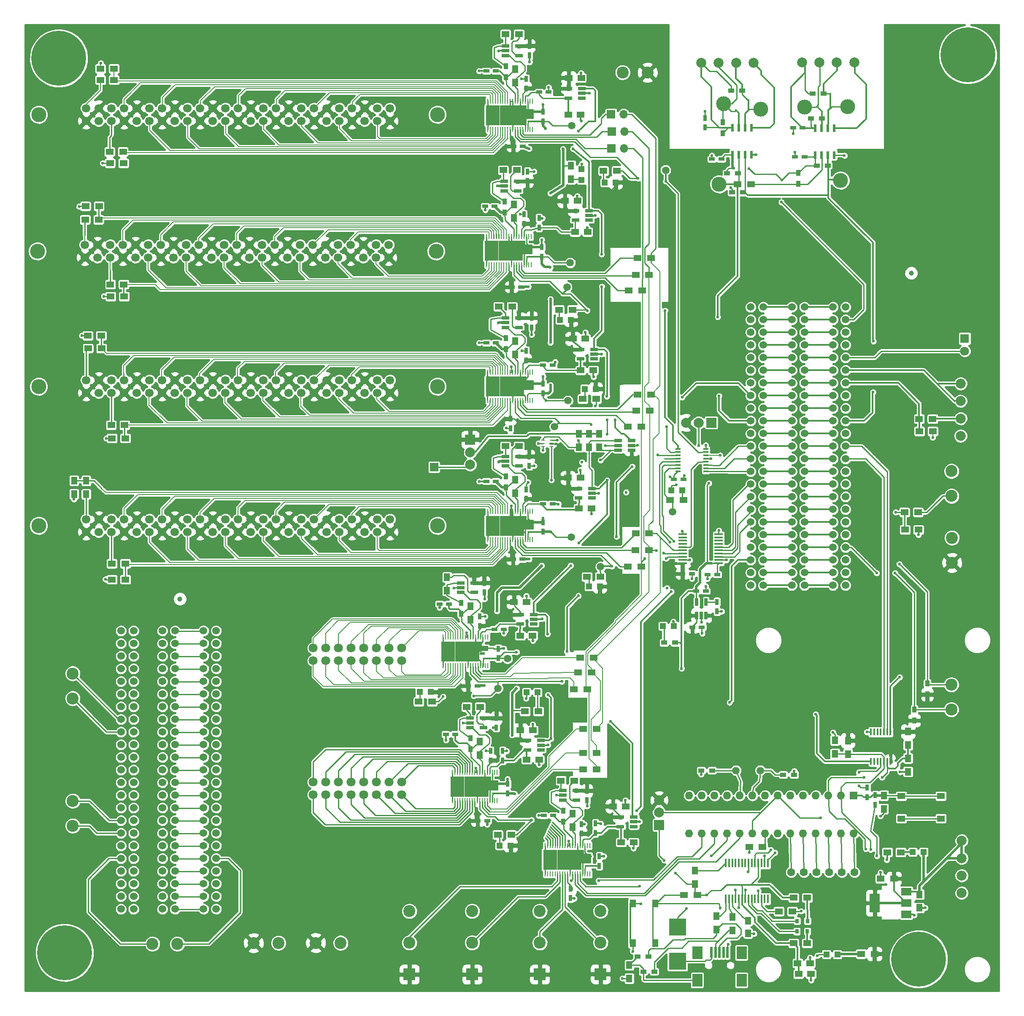
<source format=gbr>
G04 #@! TF.FileFunction,Copper,L1,Top,Signal*
%FSLAX46Y46*%
G04 Gerber Fmt 4.6, Leading zero omitted, Abs format (unit mm)*
G04 Created by KiCad (PCBNEW 4.0.4-stable) date 08/02/17 07:21:08*
%MOMM*%
%LPD*%
G01*
G04 APERTURE LIST*
%ADD10C,0.100000*%
%ADD11R,1.500000X1.300000*%
%ADD12R,0.650000X0.250000*%
%ADD13R,1.050000X0.450000*%
%ADD14R,0.500000X2.300000*%
%ADD15R,2.000000X2.500000*%
%ADD16R,2.400000X2.400000*%
%ADD17C,2.400000*%
%ADD18R,0.450000X1.750000*%
%ADD19R,2.800000X2.000000*%
%ADD20R,4.000000X2.000000*%
%ADD21R,1.500000X2.000000*%
%ADD22R,2.000000X1.000000*%
%ADD23R,0.285000X1.100000*%
%ADD24R,1.500000X1.000000*%
%ADD25C,1.800000*%
%ADD26R,1.560000X0.650000*%
%ADD27R,1.300000X1.500000*%
%ADD28R,1.200000X0.750000*%
%ADD29R,0.750000X1.200000*%
%ADD30R,0.900000X1.200000*%
%ADD31R,2.000000X3.800000*%
%ADD32R,2.000000X1.500000*%
%ADD33R,1.200000X1.200000*%
%ADD34R,1.600000X1.600000*%
%ADD35O,1.600000X1.600000*%
%ADD36R,0.600000X1.550000*%
%ADD37C,3.000000*%
%ADD38C,1.524000*%
%ADD39R,0.450000X1.450000*%
%ADD40R,1.800000X1.800000*%
%ADD41C,1.500000*%
%ADD42R,0.800000X0.900000*%
%ADD43R,1.250000X1.500000*%
%ADD44R,1.500000X1.250000*%
%ADD45R,3.500000X3.500000*%
%ADD46R,1.200000X0.900000*%
%ADD47R,1.300000X1.550000*%
%ADD48R,1.000000X0.500000*%
%ADD49C,1.600000*%
%ADD50R,0.650000X1.560000*%
%ADD51C,11.000000*%
%ADD52C,0.700000*%
%ADD53R,1.750000X0.450000*%
%ADD54R,2.000000X2.000000*%
%ADD55C,2.000000*%
%ADD56R,1.700000X1.700000*%
%ADD57R,1.550000X1.300000*%
%ADD58C,1.000000*%
%ADD59O,1.700000X1.700000*%
%ADD60C,1.700000*%
%ADD61C,0.600000*%
%ADD62C,0.250000*%
%ADD63C,0.350000*%
%ADD64C,0.190000*%
%ADD65C,0.127000*%
%ADD66C,0.500000*%
%ADD67C,0.400000*%
G04 APERTURE END LIST*
D10*
D11*
X35657800Y-98780600D03*
X38357800Y-98780600D03*
D12*
X123850400Y-99161600D03*
X123850400Y-99811600D03*
X123850400Y-100461600D03*
X122125400Y-99161600D03*
X122125400Y-99811600D03*
X122125400Y-100461600D03*
D13*
X154844800Y-105449800D03*
X154844800Y-104799800D03*
X154844800Y-104149800D03*
X154844800Y-103499800D03*
X154844800Y-102849800D03*
X154844800Y-102199800D03*
X154844800Y-101549800D03*
X154844800Y-100899800D03*
X149294800Y-100899800D03*
X149294800Y-101549800D03*
X149294800Y-102199800D03*
X149294800Y-102849800D03*
X149294800Y-103499800D03*
X149294800Y-104149800D03*
X149294800Y-104799800D03*
X149294800Y-105449800D03*
D14*
X155956200Y-202025600D03*
X156756200Y-202025600D03*
X157556200Y-202025600D03*
X158356200Y-202025600D03*
X159156200Y-202025600D03*
D15*
X153106200Y-202125600D03*
X153106200Y-207625600D03*
X162006200Y-202125600D03*
X162006200Y-207625600D03*
D16*
X121513600Y-206451200D03*
D17*
X121513600Y-200101200D03*
X121513600Y-193751200D03*
D18*
X167293000Y-184106000D03*
X166643000Y-184106000D03*
X165993000Y-184106000D03*
X165343000Y-184106000D03*
X164693000Y-184106000D03*
X164043000Y-184106000D03*
X163393000Y-184106000D03*
X162743000Y-184106000D03*
X162093000Y-184106000D03*
X161443000Y-184106000D03*
X160793000Y-184106000D03*
X160143000Y-184106000D03*
X159493000Y-184106000D03*
X158843000Y-184106000D03*
X158843000Y-191306000D03*
X159493000Y-191306000D03*
X160143000Y-191306000D03*
X160793000Y-191306000D03*
X161443000Y-191306000D03*
X162093000Y-191306000D03*
X162743000Y-191306000D03*
X163393000Y-191306000D03*
X164043000Y-191306000D03*
X164693000Y-191306000D03*
X165343000Y-191306000D03*
X165993000Y-191306000D03*
X166643000Y-191306000D03*
X167293000Y-191306000D03*
D16*
X133705600Y-206400400D03*
D17*
X133705600Y-200050400D03*
X133705600Y-193700400D03*
D19*
X112077500Y-117348000D03*
X112077500Y-115379500D03*
D20*
X115443000Y-117348000D03*
X115443000Y-115379500D03*
D21*
X117602000Y-117348000D03*
X118110000Y-115379500D03*
D22*
X119316500Y-116586000D03*
D23*
X120070000Y-113482000D03*
X119570000Y-113482000D03*
X119070000Y-113482000D03*
X118570000Y-113482000D03*
X118070000Y-113482000D03*
X117570000Y-113482000D03*
X117070000Y-113482000D03*
X116570000Y-113482000D03*
X116070000Y-113482000D03*
X115570000Y-113482000D03*
X115070000Y-113482000D03*
X114570000Y-113482000D03*
X114070000Y-113482000D03*
X113570000Y-113482000D03*
X113070000Y-113482000D03*
X112570000Y-113482000D03*
X112070000Y-113482000D03*
X111570000Y-113482000D03*
X111070000Y-113482000D03*
X111070000Y-119182000D03*
X111570000Y-119182000D03*
X112070000Y-119182000D03*
X112570000Y-119182000D03*
X113070000Y-119182000D03*
X113570000Y-119182000D03*
X114070000Y-119182000D03*
X114570000Y-119182000D03*
X115070000Y-119182000D03*
X115570000Y-119182000D03*
X116070000Y-119182000D03*
X116570000Y-119182000D03*
X117070000Y-119182000D03*
X117570000Y-119182000D03*
X118070000Y-119182000D03*
X118570000Y-119182000D03*
X119070000Y-119182000D03*
X119570000Y-119182000D03*
X120070000Y-119182000D03*
D24*
X119570500Y-115633500D03*
D25*
X93827600Y-143459200D03*
X93827600Y-140919200D03*
X91287600Y-143459200D03*
X91287600Y-140919200D03*
X88747600Y-143459200D03*
X88747600Y-140919200D03*
X86207600Y-143459200D03*
X86207600Y-140919200D03*
X83667600Y-143459200D03*
X83667600Y-140919200D03*
X81127600Y-143459200D03*
X81127600Y-140919200D03*
X78587600Y-143459200D03*
X78587600Y-140919200D03*
X76047600Y-143459200D03*
X76047600Y-140919200D03*
D26*
X107504240Y-154985680D03*
X107504240Y-155935680D03*
X107504240Y-156885680D03*
X110204240Y-156885680D03*
X110204240Y-154985680D03*
D27*
X109489240Y-159665680D03*
X109489240Y-162365680D03*
D28*
X109047240Y-175620680D03*
X110947240Y-175620680D03*
D29*
X114061240Y-161589680D03*
X114061240Y-163489680D03*
X115077240Y-170093680D03*
X115077240Y-168193680D03*
X112791240Y-156885680D03*
X112791240Y-154985680D03*
X111648240Y-161589680D03*
X111648240Y-163489680D03*
X109474000Y-134584400D03*
X109474000Y-136484400D03*
X110363000Y-129728000D03*
X110363000Y-127828000D03*
X113212880Y-142941080D03*
X113212880Y-141041080D03*
D28*
X114284800Y-137160000D03*
X112384800Y-137160000D03*
X107101600Y-148539200D03*
X109001600Y-148539200D03*
D27*
X107624880Y-132513080D03*
X107624880Y-135213080D03*
D26*
X105639880Y-127833080D03*
X105639880Y-128783080D03*
X105639880Y-129733080D03*
X108339880Y-129733080D03*
X108339880Y-127833080D03*
D29*
X118745000Y-109032000D03*
X118745000Y-110932000D03*
D30*
X114681000Y-108669000D03*
X114681000Y-106469000D03*
D28*
X110810000Y-107442000D03*
X112710000Y-107442000D03*
D29*
X119380000Y-104328000D03*
X119380000Y-102428000D03*
X122174000Y-117536000D03*
X122174000Y-115636000D03*
D28*
X124089200Y-111963200D03*
X122189200Y-111963200D03*
X116144000Y-123063000D03*
X118044000Y-123063000D03*
D27*
X116586000Y-107108000D03*
X116586000Y-109808000D03*
D26*
X114601000Y-102428000D03*
X114601000Y-103378000D03*
X114601000Y-104328000D03*
X117301000Y-104328000D03*
X117301000Y-102428000D03*
D29*
X129844800Y-176291200D03*
X129844800Y-178191200D03*
D30*
X126187200Y-175765640D03*
X126187200Y-173565640D03*
D28*
X122316200Y-174538640D03*
X124216200Y-174538640D03*
D29*
X130987800Y-171460200D03*
X130987800Y-169560200D03*
X133451600Y-184642800D03*
X133451600Y-182742800D03*
X132664200Y-176128640D03*
X132664200Y-178028640D03*
X127685800Y-189245200D03*
X127685800Y-191145200D03*
D27*
X128092200Y-174204640D03*
X128092200Y-176904640D03*
D26*
X126107200Y-169524640D03*
X126107200Y-170474640D03*
X126107200Y-171424640D03*
X128807200Y-171424640D03*
X128807200Y-169524640D03*
X114601000Y-74615000D03*
X114601000Y-75565000D03*
X114601000Y-76515000D03*
X117301000Y-76515000D03*
X117301000Y-74615000D03*
D27*
X116586000Y-79295000D03*
X116586000Y-81995000D03*
D29*
X115620800Y-94858800D03*
X115620800Y-96758800D03*
D28*
X124089200Y-84074000D03*
X122189200Y-84074000D03*
D29*
X122174000Y-89723000D03*
X122174000Y-87823000D03*
X119888000Y-76515000D03*
X119888000Y-74615000D03*
D28*
X110810000Y-79629000D03*
X112710000Y-79629000D03*
D29*
X118745000Y-81219000D03*
X118745000Y-83119000D03*
X118313200Y-53812400D03*
X118313200Y-55712400D03*
D28*
X110556000Y-52197000D03*
X112456000Y-52197000D03*
D29*
X119049800Y-45227200D03*
X119049800Y-47127200D03*
X121920000Y-62291000D03*
X121920000Y-60391000D03*
X121361200Y-54574400D03*
X121361200Y-56474400D03*
D28*
X115864600Y-68402200D03*
X117764600Y-68402200D03*
D27*
X116332000Y-51863000D03*
X116332000Y-54563000D03*
D26*
X114347000Y-47183000D03*
X114347000Y-48133000D03*
X114347000Y-49083000D03*
X117047000Y-49083000D03*
X117047000Y-47183000D03*
D31*
X188747000Y-192125600D03*
D32*
X195047000Y-192125600D03*
X195047000Y-189825600D03*
X195047000Y-194425600D03*
D26*
X114601000Y-20005000D03*
X114601000Y-20955000D03*
X114601000Y-21905000D03*
X117301000Y-21905000D03*
X117301000Y-20005000D03*
D33*
X181221560Y-202453240D03*
X179021560Y-202453240D03*
D34*
X184505600Y-170535600D03*
D35*
X151485600Y-178155600D03*
X181965600Y-170535600D03*
X154025600Y-178155600D03*
X179425600Y-170535600D03*
X156565600Y-178155600D03*
X176885600Y-170535600D03*
X159105600Y-178155600D03*
X174345600Y-170535600D03*
X161645600Y-178155600D03*
X171805600Y-170535600D03*
X164185600Y-178155600D03*
X169265600Y-170535600D03*
X166725600Y-178155600D03*
X166725600Y-170535600D03*
X169265600Y-178155600D03*
X164185600Y-170535600D03*
X171805600Y-178155600D03*
X161645600Y-170535600D03*
X174345600Y-178155600D03*
X159105600Y-170535600D03*
X176885600Y-178155600D03*
X156565600Y-170535600D03*
X179425600Y-178155600D03*
X154025600Y-170535600D03*
X181965600Y-178155600D03*
X151485600Y-170535600D03*
X184505600Y-178155600D03*
D27*
X156972000Y-194738000D03*
X156972000Y-197438000D03*
X160172400Y-194941200D03*
X160172400Y-197641200D03*
D11*
X188685160Y-202351640D03*
X185985160Y-202351640D03*
D27*
X116586000Y-24685000D03*
X116586000Y-27385000D03*
D28*
X116194800Y-40132000D03*
X118094800Y-40132000D03*
X123276400Y-29260800D03*
X121376400Y-29260800D03*
D29*
X122174000Y-35113000D03*
X122174000Y-33213000D03*
X119430800Y-21879600D03*
X119430800Y-19979600D03*
D28*
X110810000Y-25019000D03*
X112710000Y-25019000D03*
D30*
X114681000Y-26246000D03*
X114681000Y-24046000D03*
D29*
X118745000Y-26609000D03*
X118745000Y-28509000D03*
D16*
X107950000Y-206451200D03*
D17*
X107950000Y-200101200D03*
X107950000Y-193751200D03*
D16*
X95351600Y-206451200D03*
D17*
X95351600Y-200101200D03*
X95351600Y-193751200D03*
D11*
X141100000Y-89974000D03*
X143800000Y-89974000D03*
X141100000Y-62574000D03*
X143800000Y-62574000D03*
X140752840Y-117906800D03*
X143452840Y-117906800D03*
D36*
X160157160Y-41846480D03*
X161427160Y-41846480D03*
X162697160Y-41846480D03*
X163967160Y-41846480D03*
X163967160Y-36446480D03*
X162697160Y-36446480D03*
X161427160Y-36446480D03*
X160157160Y-36446480D03*
D37*
X158400000Y-31600000D03*
X165811200Y-32659320D03*
X174670720Y-32288480D03*
X183266080Y-32161480D03*
D38*
X172085000Y-72440800D03*
X174625000Y-72440800D03*
X172085000Y-74980800D03*
X174625000Y-74980800D03*
X172085000Y-77520800D03*
X174625000Y-77520800D03*
X172085000Y-80060800D03*
X174625000Y-80060800D03*
X172085000Y-82600800D03*
X174625000Y-82600800D03*
X172085000Y-85140800D03*
X174625000Y-85140800D03*
X172085000Y-87680800D03*
X174625000Y-87680800D03*
X172085000Y-90220800D03*
X174625000Y-90220800D03*
X172085000Y-92760800D03*
X174625000Y-92760800D03*
X172085000Y-95300800D03*
X174625000Y-95300800D03*
X172085000Y-97840800D03*
X174625000Y-97840800D03*
X172085000Y-100380800D03*
X174625000Y-100380800D03*
X172085000Y-102920800D03*
X174625000Y-102920800D03*
X172085000Y-105460800D03*
X174625000Y-105460800D03*
X172085000Y-108000800D03*
X174625000Y-108000800D03*
X172085000Y-110540800D03*
X174625000Y-110540800D03*
X172085000Y-113080800D03*
X174625000Y-113080800D03*
X172085000Y-115620800D03*
X174625000Y-115620800D03*
X172085000Y-118160800D03*
X174625000Y-118160800D03*
X172085000Y-120700800D03*
X174625000Y-120700800D03*
X172085000Y-123240800D03*
X174625000Y-123240800D03*
X172085000Y-125780800D03*
X174625000Y-125780800D03*
X172085000Y-128320800D03*
X174625000Y-128320800D03*
X163830000Y-72440800D03*
X166370000Y-72440800D03*
X163830000Y-74980800D03*
X166370000Y-74980800D03*
X163830000Y-77520800D03*
X166370000Y-77520800D03*
X163830000Y-80060800D03*
X166370000Y-80060800D03*
X163830000Y-82600800D03*
X166370000Y-82600800D03*
X163830000Y-85140800D03*
X166370000Y-85140800D03*
X163830000Y-87680800D03*
X166370000Y-87680800D03*
X163830000Y-90220800D03*
X166370000Y-90220800D03*
X163830000Y-92760800D03*
X166370000Y-92760800D03*
X163830000Y-95300800D03*
X166370000Y-95300800D03*
X163830000Y-97840800D03*
X166370000Y-97840800D03*
X163830000Y-100380800D03*
X166370000Y-100380800D03*
X163830000Y-102920800D03*
X166370000Y-102920800D03*
X163830000Y-105460800D03*
X166370000Y-105460800D03*
X163830000Y-108000800D03*
X166370000Y-108000800D03*
X163830000Y-110540800D03*
X166370000Y-110540800D03*
X163830000Y-113080800D03*
X166370000Y-113080800D03*
X163830000Y-115620800D03*
X166370000Y-115620800D03*
X163830000Y-118160800D03*
X166370000Y-118160800D03*
X163830000Y-120700800D03*
X166370000Y-120700800D03*
X163830000Y-123240800D03*
X166370000Y-123240800D03*
X163830000Y-125780800D03*
X166370000Y-125780800D03*
X163830000Y-128320800D03*
X166370000Y-128320800D03*
X180340000Y-72440800D03*
X182880000Y-72440800D03*
X180340000Y-74980800D03*
X182880000Y-74980800D03*
X180340000Y-77520800D03*
X182880000Y-77520800D03*
X180340000Y-80060800D03*
X182880000Y-80060800D03*
X180340000Y-82600800D03*
X182880000Y-82600800D03*
X180340000Y-85140800D03*
X182880000Y-85140800D03*
X180340000Y-87680800D03*
X182880000Y-87680800D03*
X180340000Y-90220800D03*
X182880000Y-90220800D03*
X180340000Y-92760800D03*
X182880000Y-92760800D03*
X180340000Y-95300800D03*
X182880000Y-95300800D03*
X180340000Y-97840800D03*
X182880000Y-97840800D03*
X180340000Y-100380800D03*
X182880000Y-100380800D03*
X180340000Y-102920800D03*
X182880000Y-102920800D03*
X180340000Y-105460800D03*
X182880000Y-105460800D03*
X180340000Y-108000800D03*
X182880000Y-108000800D03*
X180340000Y-110540800D03*
X182880000Y-110540800D03*
X180340000Y-113080800D03*
X182880000Y-113080800D03*
X180340000Y-115620800D03*
X182880000Y-115620800D03*
X180340000Y-118160800D03*
X182880000Y-118160800D03*
X180340000Y-120700800D03*
X182880000Y-120700800D03*
X180340000Y-123240800D03*
X182880000Y-123240800D03*
X180340000Y-125780800D03*
X182880000Y-125780800D03*
X180340000Y-128320800D03*
X182880000Y-128320800D03*
D25*
X93827600Y-170383200D03*
X93827600Y-167843200D03*
X91287600Y-170383200D03*
X91287600Y-167843200D03*
X88747600Y-170383200D03*
X88747600Y-167843200D03*
X86207600Y-170383200D03*
X86207600Y-167843200D03*
X83667600Y-170383200D03*
X83667600Y-167843200D03*
X81127600Y-170383200D03*
X81127600Y-167843200D03*
X78587600Y-170383200D03*
X78587600Y-167843200D03*
X76047600Y-170383200D03*
X76047600Y-167843200D03*
D11*
X163910000Y-47752000D03*
X161210000Y-47752000D03*
D37*
X157480000Y-47752000D03*
X181864000Y-46990000D03*
D39*
X191865800Y-157781200D03*
X191215800Y-157781200D03*
X190565800Y-157781200D03*
X189915800Y-157781200D03*
X189265800Y-157781200D03*
X188615800Y-157781200D03*
X187965800Y-157781200D03*
X187965800Y-163681200D03*
X188615800Y-163681200D03*
X189265800Y-163681200D03*
X189915800Y-163681200D03*
X190565800Y-163681200D03*
X191215800Y-163681200D03*
X191865800Y-163681200D03*
D28*
X150327400Y-107035600D03*
X148427400Y-107035600D03*
X101412000Y-132080000D03*
X103312000Y-132080000D03*
X102656600Y-158242000D03*
X104556600Y-158242000D03*
D33*
X198534200Y-181889400D03*
X196334200Y-181889400D03*
D25*
X206781400Y-81254600D03*
D40*
X206781400Y-78754600D03*
D38*
X37465000Y-137464800D03*
X40005000Y-137464800D03*
X37465000Y-140004800D03*
X40005000Y-140004800D03*
X37465000Y-142544800D03*
X40005000Y-142544800D03*
X37465000Y-145084800D03*
X40005000Y-145084800D03*
X37465000Y-147624800D03*
X40005000Y-147624800D03*
X37465000Y-150164800D03*
X40005000Y-150164800D03*
X37465000Y-152704800D03*
X40005000Y-152704800D03*
X37465000Y-155244800D03*
X40005000Y-155244800D03*
X37465000Y-157784800D03*
X40005000Y-157784800D03*
X37465000Y-160324800D03*
X40005000Y-160324800D03*
X37465000Y-162864800D03*
X40005000Y-162864800D03*
X37465000Y-165404800D03*
X40005000Y-165404800D03*
X37465000Y-167944800D03*
X40005000Y-167944800D03*
X37465000Y-170484800D03*
X40005000Y-170484800D03*
X37465000Y-173024800D03*
X40005000Y-173024800D03*
X37465000Y-175564800D03*
X40005000Y-175564800D03*
X37465000Y-178104800D03*
X40005000Y-178104800D03*
X37465000Y-180644800D03*
X40005000Y-180644800D03*
X37465000Y-183184800D03*
X40005000Y-183184800D03*
X37465000Y-185724800D03*
X40005000Y-185724800D03*
X37465000Y-188264800D03*
X40005000Y-188264800D03*
X37465000Y-190804800D03*
X40005000Y-190804800D03*
X37465000Y-193344800D03*
X40005000Y-193344800D03*
X45778000Y-137449200D03*
X48318000Y-137449200D03*
X45778000Y-139989200D03*
X48318000Y-139989200D03*
X45778000Y-142529200D03*
X48318000Y-142529200D03*
X45778000Y-145069200D03*
X48318000Y-145069200D03*
X45778000Y-147609200D03*
X48318000Y-147609200D03*
X45778000Y-150149200D03*
X48318000Y-150149200D03*
X45778000Y-152689200D03*
X48318000Y-152689200D03*
X45778000Y-155229200D03*
X48318000Y-155229200D03*
X45778000Y-157769200D03*
X48318000Y-157769200D03*
X45778000Y-160309200D03*
X48318000Y-160309200D03*
X45778000Y-162849200D03*
X48318000Y-162849200D03*
X45778000Y-165389200D03*
X48318000Y-165389200D03*
X45778000Y-167929200D03*
X48318000Y-167929200D03*
X45778000Y-170469200D03*
X48318000Y-170469200D03*
X45778000Y-173009200D03*
X48318000Y-173009200D03*
X45778000Y-175549200D03*
X48318000Y-175549200D03*
X45778000Y-178089200D03*
X48318000Y-178089200D03*
X45778000Y-180629200D03*
X48318000Y-180629200D03*
X45778000Y-183169200D03*
X48318000Y-183169200D03*
X45778000Y-185709200D03*
X48318000Y-185709200D03*
X45778000Y-188249200D03*
X48318000Y-188249200D03*
X45778000Y-190789200D03*
X48318000Y-190789200D03*
X45778000Y-193329200D03*
X48318000Y-193329200D03*
X54025800Y-137439400D03*
X56565800Y-137439400D03*
X54025800Y-139979400D03*
X56565800Y-139979400D03*
X54025800Y-142519400D03*
X56565800Y-142519400D03*
X54025800Y-145059400D03*
X56565800Y-145059400D03*
X54025800Y-147599400D03*
X56565800Y-147599400D03*
X54025800Y-150139400D03*
X56565800Y-150139400D03*
X54025800Y-152679400D03*
X56565800Y-152679400D03*
X54025800Y-155219400D03*
X56565800Y-155219400D03*
X54025800Y-157759400D03*
X56565800Y-157759400D03*
X54025800Y-160299400D03*
X56565800Y-160299400D03*
X54025800Y-162839400D03*
X56565800Y-162839400D03*
X54025800Y-165379400D03*
X56565800Y-165379400D03*
X54025800Y-167919400D03*
X56565800Y-167919400D03*
X54025800Y-170459400D03*
X56565800Y-170459400D03*
X54025800Y-172999400D03*
X56565800Y-172999400D03*
X54025800Y-175539400D03*
X56565800Y-175539400D03*
X54025800Y-178079400D03*
X56565800Y-178079400D03*
X54025800Y-180619400D03*
X56565800Y-180619400D03*
X54025800Y-183159400D03*
X56565800Y-183159400D03*
X54025800Y-185699400D03*
X56565800Y-185699400D03*
X54025800Y-188239400D03*
X56565800Y-188239400D03*
X54025800Y-190779400D03*
X56565800Y-190779400D03*
X54025800Y-193319400D03*
X56565800Y-193319400D03*
D41*
X127609600Y-63550800D03*
X127152400Y-91236800D03*
X127863600Y-118668800D03*
X115011200Y-143027400D03*
X146761200Y-44932600D03*
X126949200Y-68402200D03*
X124460000Y-96469200D03*
X133705600Y-124587000D03*
X113106200Y-148996400D03*
X148158200Y-113588800D03*
D33*
X147871000Y-109270800D03*
X150071000Y-109270800D03*
D11*
X147671800Y-111175800D03*
X150371800Y-111175800D03*
X191232800Y-181940200D03*
X193932800Y-181940200D03*
D42*
X173143200Y-195732400D03*
X175243200Y-195732400D03*
X173092400Y-197815200D03*
X175192400Y-197815200D03*
D11*
X150440400Y-190550800D03*
X153140400Y-190550800D03*
X172462200Y-191058800D03*
X175162200Y-191058800D03*
X172462200Y-200202800D03*
X175162200Y-200202800D03*
D27*
X152654000Y-188344800D03*
X152654000Y-185644800D03*
D11*
X169490400Y-193802000D03*
X172190400Y-193802000D03*
D27*
X139471400Y-204593200D03*
X139471400Y-207293200D03*
D43*
X163271200Y-195701600D03*
X163271200Y-198201600D03*
D44*
X173248000Y-204190600D03*
X175748000Y-204190600D03*
X173425800Y-206375000D03*
X175925800Y-206375000D03*
D45*
X149148800Y-203780600D03*
X149148800Y-196980600D03*
D46*
X143365400Y-202895200D03*
X141165400Y-202895200D03*
X144483000Y-205892400D03*
X142283000Y-205892400D03*
D47*
X140193200Y-200164600D03*
X140193200Y-192214600D03*
X144693200Y-200164600D03*
X144693200Y-192214600D03*
D19*
X112077500Y-34925000D03*
X112077500Y-32956500D03*
D20*
X115443000Y-34925000D03*
X115443000Y-32956500D03*
D21*
X118110000Y-34925000D03*
X118110000Y-32956500D03*
D24*
X119570500Y-34163000D03*
D23*
X120070000Y-31059000D03*
X119570000Y-31059000D03*
X119070000Y-31059000D03*
X118570000Y-31059000D03*
X118070000Y-31059000D03*
X117570000Y-31059000D03*
X117070000Y-31059000D03*
X116570000Y-31059000D03*
X116070000Y-31059000D03*
X115570000Y-31059000D03*
X115070000Y-31059000D03*
X114570000Y-31059000D03*
X114070000Y-31059000D03*
X113570000Y-31059000D03*
X113070000Y-31059000D03*
X112570000Y-31059000D03*
X112070000Y-31059000D03*
X111570000Y-31059000D03*
X111070000Y-31059000D03*
X111070000Y-36759000D03*
X111570000Y-36759000D03*
X112070000Y-36759000D03*
X112570000Y-36759000D03*
X113070000Y-36759000D03*
X113570000Y-36759000D03*
X114070000Y-36759000D03*
X114570000Y-36759000D03*
X115070000Y-36759000D03*
X115570000Y-36759000D03*
X116070000Y-36759000D03*
X116570000Y-36759000D03*
X117070000Y-36759000D03*
X117570000Y-36759000D03*
X118070000Y-36759000D03*
X118570000Y-36759000D03*
X119070000Y-36759000D03*
X119570000Y-36759000D03*
X120070000Y-36759000D03*
D24*
X119570500Y-33210500D03*
D11*
X139162800Y-96484440D03*
X141862800Y-96484440D03*
X140890000Y-93218000D03*
X143590000Y-93218000D03*
D30*
X114681000Y-80856000D03*
X114681000Y-78656000D03*
D11*
X139345680Y-69098160D03*
X142045680Y-69098160D03*
X140747760Y-65948560D03*
X143447760Y-65948560D03*
D30*
X114427000Y-53424000D03*
X114427000Y-51224000D03*
D11*
X139203440Y-124587000D03*
X141903440Y-124587000D03*
X140686800Y-121274840D03*
X143386800Y-121274840D03*
D30*
X105719880Y-134074080D03*
X105719880Y-131874080D03*
X107584240Y-161226680D03*
X107584240Y-159026680D03*
D41*
X127889000Y-35966400D03*
D19*
X112077500Y-89357200D03*
X112077500Y-87388700D03*
D20*
X115443000Y-89357200D03*
X115443000Y-87388700D03*
D21*
X117602000Y-89357200D03*
X118110000Y-87388700D03*
D22*
X119316500Y-88595200D03*
D23*
X120070000Y-85491200D03*
X119570000Y-85491200D03*
X119070000Y-85491200D03*
X118570000Y-85491200D03*
X118070000Y-85491200D03*
X117570000Y-85491200D03*
X117070000Y-85491200D03*
X116570000Y-85491200D03*
X116070000Y-85491200D03*
X115570000Y-85491200D03*
X115070000Y-85491200D03*
X114570000Y-85491200D03*
X114070000Y-85491200D03*
X113570000Y-85491200D03*
X113070000Y-85491200D03*
X112570000Y-85491200D03*
X112070000Y-85491200D03*
X111570000Y-85491200D03*
X111070000Y-85491200D03*
X111070000Y-91191200D03*
X111570000Y-91191200D03*
X112070000Y-91191200D03*
X112570000Y-91191200D03*
X113070000Y-91191200D03*
X113570000Y-91191200D03*
X114070000Y-91191200D03*
X114570000Y-91191200D03*
X115070000Y-91191200D03*
X115570000Y-91191200D03*
X116070000Y-91191200D03*
X116570000Y-91191200D03*
X117070000Y-91191200D03*
X117570000Y-91191200D03*
X118070000Y-91191200D03*
X118570000Y-91191200D03*
X119070000Y-91191200D03*
X119570000Y-91191200D03*
X120070000Y-91191200D03*
D24*
X119570500Y-87642700D03*
D19*
X111823500Y-62103000D03*
X111823500Y-60134500D03*
D20*
X115189000Y-62103000D03*
X115189000Y-60134500D03*
D21*
X117348000Y-62103000D03*
X117856000Y-60134500D03*
D22*
X119062500Y-61341000D03*
D23*
X119816000Y-58237000D03*
X119316000Y-58237000D03*
X118816000Y-58237000D03*
X118316000Y-58237000D03*
X117816000Y-58237000D03*
X117316000Y-58237000D03*
X116816000Y-58237000D03*
X116316000Y-58237000D03*
X115816000Y-58237000D03*
X115316000Y-58237000D03*
X114816000Y-58237000D03*
X114316000Y-58237000D03*
X113816000Y-58237000D03*
X113316000Y-58237000D03*
X112816000Y-58237000D03*
X112316000Y-58237000D03*
X111816000Y-58237000D03*
X111316000Y-58237000D03*
X110816000Y-58237000D03*
X110816000Y-63937000D03*
X111316000Y-63937000D03*
X111816000Y-63937000D03*
X112316000Y-63937000D03*
X112816000Y-63937000D03*
X113316000Y-63937000D03*
X113816000Y-63937000D03*
X114316000Y-63937000D03*
X114816000Y-63937000D03*
X115316000Y-63937000D03*
X115816000Y-63937000D03*
X116316000Y-63937000D03*
X116816000Y-63937000D03*
X117316000Y-63937000D03*
X117816000Y-63937000D03*
X118316000Y-63937000D03*
X118816000Y-63937000D03*
X119316000Y-63937000D03*
X119816000Y-63937000D03*
D24*
X119316500Y-60388500D03*
D19*
X103096060Y-142580360D03*
X103096060Y-140611860D03*
D20*
X106461560Y-142580360D03*
X106461560Y-140611860D03*
D21*
X108620560Y-142580360D03*
X109128560Y-140611860D03*
D48*
X109982000Y-142036800D03*
D23*
X111088560Y-138714360D03*
X110588560Y-138714360D03*
X110088560Y-138714360D03*
X109588560Y-138714360D03*
X109088560Y-138714360D03*
X108588560Y-138714360D03*
X108088560Y-138714360D03*
X107588560Y-138714360D03*
X107088560Y-138714360D03*
X106588560Y-138714360D03*
X106088560Y-138714360D03*
X105588560Y-138714360D03*
X105088560Y-138714360D03*
X104588560Y-138714360D03*
X104088560Y-138714360D03*
X103588560Y-138714360D03*
X103088560Y-138714360D03*
X102588560Y-138714360D03*
X102088560Y-138714360D03*
X102088560Y-144414360D03*
X102588560Y-144414360D03*
X103088560Y-144414360D03*
X103588560Y-144414360D03*
X104088560Y-144414360D03*
X104588560Y-144414360D03*
X105088560Y-144414360D03*
X105588560Y-144414360D03*
X106088560Y-144414360D03*
X106588560Y-144414360D03*
X107088560Y-144414360D03*
X107588560Y-144414360D03*
X108088560Y-144414360D03*
X108588560Y-144414360D03*
X109088560Y-144414360D03*
X109588560Y-144414360D03*
X110088560Y-144414360D03*
X110588560Y-144414360D03*
X111088560Y-144414360D03*
D24*
X110363000Y-140944600D03*
D19*
X104965500Y-169732960D03*
X104965500Y-167764460D03*
D20*
X108331000Y-169732960D03*
X108331000Y-167764460D03*
D21*
X110490000Y-169732960D03*
X110998000Y-167764460D03*
D22*
X112204500Y-168970960D03*
D23*
X112958000Y-165866960D03*
X112458000Y-165866960D03*
X111958000Y-165866960D03*
X111458000Y-165866960D03*
X110958000Y-165866960D03*
X110458000Y-165866960D03*
X109958000Y-165866960D03*
X109458000Y-165866960D03*
X108958000Y-165866960D03*
X108458000Y-165866960D03*
X107958000Y-165866960D03*
X107458000Y-165866960D03*
X106958000Y-165866960D03*
X106458000Y-165866960D03*
X105958000Y-165866960D03*
X105458000Y-165866960D03*
X104958000Y-165866960D03*
X104458000Y-165866960D03*
X103958000Y-165866960D03*
X103958000Y-171566960D03*
X104458000Y-171566960D03*
X104958000Y-171566960D03*
X105458000Y-171566960D03*
X105958000Y-171566960D03*
X106458000Y-171566960D03*
X106958000Y-171566960D03*
X107458000Y-171566960D03*
X107958000Y-171566960D03*
X108458000Y-171566960D03*
X108958000Y-171566960D03*
X109458000Y-171566960D03*
X109958000Y-171566960D03*
X110458000Y-171566960D03*
X110958000Y-171566960D03*
X111458000Y-171566960D03*
X111958000Y-171566960D03*
X112458000Y-171566960D03*
X112958000Y-171566960D03*
D24*
X112458500Y-168018460D03*
D36*
X176784000Y-41892200D03*
X178054000Y-41892200D03*
X179324000Y-41892200D03*
X180594000Y-41892200D03*
X180594000Y-36492200D03*
X179324000Y-36492200D03*
X178054000Y-36492200D03*
X176784000Y-36492200D03*
D41*
X165760400Y-165506400D03*
X160880400Y-165506400D03*
D11*
X114626400Y-17627600D03*
X117326400Y-17627600D03*
X113254800Y-72339200D03*
X115954800Y-72339200D03*
X114169200Y-44907200D03*
X116869200Y-44907200D03*
X114626400Y-100380800D03*
X117326400Y-100380800D03*
D27*
X102895400Y-129391400D03*
X102895400Y-126691400D03*
D11*
X106854000Y-152755600D03*
X109554000Y-152755600D03*
X125751600Y-167538400D03*
X128451600Y-167538400D03*
D30*
X173400000Y-45500000D03*
X173400000Y-47700000D03*
D46*
X177100000Y-44000000D03*
X179300000Y-44000000D03*
D30*
X158200000Y-37500000D03*
X158200000Y-35300000D03*
D46*
X159900000Y-29000000D03*
X162100000Y-29000000D03*
X159100000Y-45600000D03*
X161300000Y-45600000D03*
X160100000Y-49400000D03*
X162300000Y-49400000D03*
X175900000Y-34600000D03*
X178100000Y-34600000D03*
X176300000Y-29600000D03*
X178500000Y-29600000D03*
D27*
X195400000Y-157700000D03*
X195400000Y-160400000D03*
X183340400Y-159494400D03*
X183340400Y-162194400D03*
X195400000Y-163050000D03*
X195400000Y-165750000D03*
X180740400Y-162144400D03*
X180740400Y-159444400D03*
D49*
X171958000Y-185928000D03*
X174498000Y-185928000D03*
X177038000Y-185928000D03*
X179578000Y-185928000D03*
X182118000Y-185928000D03*
X184658000Y-185928000D03*
D19*
X123583700Y-184444640D03*
X123583700Y-182476140D03*
D20*
X126949200Y-184444640D03*
X126949200Y-182476140D03*
D21*
X129108200Y-184444640D03*
X129616200Y-182476140D03*
D22*
X130822700Y-183682640D03*
D23*
X131576200Y-180578640D03*
X131076200Y-180578640D03*
X130576200Y-180578640D03*
X130076200Y-180578640D03*
X129576200Y-180578640D03*
X129076200Y-180578640D03*
X128576200Y-180578640D03*
X128076200Y-180578640D03*
X127576200Y-180578640D03*
X127076200Y-180578640D03*
X126576200Y-180578640D03*
X126076200Y-180578640D03*
X125576200Y-180578640D03*
X125076200Y-180578640D03*
X124576200Y-180578640D03*
X124076200Y-180578640D03*
X123576200Y-180578640D03*
X123076200Y-180578640D03*
X122576200Y-180578640D03*
X122576200Y-186278640D03*
X123076200Y-186278640D03*
X123576200Y-186278640D03*
X124076200Y-186278640D03*
X124576200Y-186278640D03*
X125076200Y-186278640D03*
X125576200Y-186278640D03*
X126076200Y-186278640D03*
X126576200Y-186278640D03*
X127076200Y-186278640D03*
X127576200Y-186278640D03*
X128076200Y-186278640D03*
X128576200Y-186278640D03*
X129076200Y-186278640D03*
X129576200Y-186278640D03*
X130076200Y-186278640D03*
X130576200Y-186278640D03*
X131076200Y-186278640D03*
X131576200Y-186278640D03*
D24*
X131076700Y-182730140D03*
D46*
X172550000Y-166370000D03*
X170350000Y-166370000D03*
X153890800Y-165506400D03*
X156090800Y-165506400D03*
D28*
X154035800Y-136779000D03*
X152135800Y-136779000D03*
D29*
X157073600Y-133538000D03*
X157073600Y-131638000D03*
D28*
X154823200Y-129463800D03*
X152923200Y-129463800D03*
D50*
X152974000Y-134369800D03*
X153924000Y-134369800D03*
X154874000Y-134369800D03*
X154874000Y-131669800D03*
X152974000Y-131669800D03*
D44*
X136214800Y-172694600D03*
X138714800Y-172694600D03*
X127324800Y-26416000D03*
X129824800Y-26416000D03*
X128137600Y-78790800D03*
X130637600Y-78790800D03*
X126562800Y-51104800D03*
X129062800Y-51104800D03*
X127172400Y-106730800D03*
X129672400Y-106730800D03*
X116352000Y-131673600D03*
X118852000Y-131673600D03*
X117622000Y-157429200D03*
X120122000Y-157429200D03*
D27*
X133400800Y-97862400D03*
X133400800Y-100562400D03*
X129336800Y-97862400D03*
X129336800Y-100562400D03*
X131368800Y-97862400D03*
X131368800Y-100562400D03*
D51*
X24993600Y-22453600D03*
D52*
X29118600Y-22453600D03*
X27920415Y-25380415D03*
X24993600Y-26578600D03*
X22066785Y-25380415D03*
X20868600Y-22453600D03*
X22066785Y-19526785D03*
X24993600Y-18328600D03*
X27920415Y-19526785D03*
D51*
X207416400Y-21793200D03*
D52*
X211541400Y-21793200D03*
X210343215Y-24720015D03*
X207416400Y-25918200D03*
X204489585Y-24720015D03*
X203291400Y-21793200D03*
X204489585Y-18866385D03*
X207416400Y-17668200D03*
X210343215Y-18866385D03*
D51*
X26162000Y-202082400D03*
D52*
X30287000Y-202082400D03*
X29088815Y-205009215D03*
X26162000Y-206207400D03*
X23235185Y-205009215D03*
X22037000Y-202082400D03*
X23235185Y-199155585D03*
X26162000Y-197957400D03*
X29088815Y-199155585D03*
D51*
X197535800Y-203403200D03*
D52*
X201660800Y-203403200D03*
X200462615Y-206330015D03*
X197535800Y-207528200D03*
X194608985Y-206330015D03*
X193410800Y-203403200D03*
X194608985Y-200476385D03*
X197535800Y-199278200D03*
X200462615Y-200476385D03*
D26*
X129975600Y-30464800D03*
X129975600Y-29514800D03*
X129975600Y-28564800D03*
X127275600Y-28564800D03*
X127275600Y-30464800D03*
X132363200Y-82839600D03*
X132363200Y-81889600D03*
X132363200Y-80939600D03*
X129663200Y-80939600D03*
X129663200Y-82839600D03*
X131347200Y-55001200D03*
X131347200Y-54051200D03*
X131347200Y-53101200D03*
X128647200Y-53101200D03*
X128647200Y-55001200D03*
X132007600Y-110779600D03*
X132007600Y-109829600D03*
X132007600Y-108879600D03*
X129307600Y-108879600D03*
X129307600Y-110779600D03*
D44*
X128594800Y-57353200D03*
X131094800Y-57353200D03*
D26*
X139932400Y-101178400D03*
X139932400Y-100228400D03*
X139932400Y-99278400D03*
X137232400Y-99278400D03*
X137232400Y-101178400D03*
X137232400Y-100228400D03*
D44*
X127223200Y-33782000D03*
X129723200Y-33782000D03*
X129712400Y-85140800D03*
X132212400Y-85140800D03*
X129382200Y-112903000D03*
X131882200Y-112903000D03*
X117571200Y-138430000D03*
X120071200Y-138430000D03*
X118866600Y-163322000D03*
X121366600Y-163322000D03*
X137840400Y-179933600D03*
X140340400Y-179933600D03*
D26*
X140389600Y-176768800D03*
X140389600Y-175818800D03*
X140389600Y-174868800D03*
X137689600Y-174868800D03*
X137689600Y-176768800D03*
X120272800Y-136078000D03*
X120272800Y-135128000D03*
X120272800Y-134178000D03*
X117572800Y-134178000D03*
X117572800Y-136078000D03*
X121695200Y-161376400D03*
X121695200Y-160426400D03*
X121695200Y-159476400D03*
X118995200Y-159476400D03*
X118995200Y-161376400D03*
D53*
X157371600Y-123879800D03*
X157371600Y-123229800D03*
X157371600Y-122579800D03*
X157371600Y-121929800D03*
X157371600Y-121279800D03*
X157371600Y-120629800D03*
X157371600Y-119979800D03*
X157371600Y-119329800D03*
X157371600Y-118679800D03*
X157371600Y-118029800D03*
X150171600Y-118029800D03*
X150171600Y-118679800D03*
X150171600Y-119329800D03*
X150171600Y-119979800D03*
X150171600Y-120629800D03*
X150171600Y-121279800D03*
X150171600Y-121929800D03*
X150171600Y-122579800D03*
X150171600Y-123229800D03*
X150171600Y-123879800D03*
D54*
X107543600Y-99060000D03*
D55*
X107543600Y-101600000D03*
X107543600Y-104100000D03*
D56*
X100304600Y-104571800D03*
D11*
X36046400Y-26822400D03*
X33346400Y-26822400D03*
X33346400Y-24561800D03*
X36046400Y-24561800D03*
X35175200Y-41249600D03*
X37875200Y-41249600D03*
X35276800Y-43535600D03*
X37976800Y-43535600D03*
X33557200Y-80721200D03*
X30857200Y-80721200D03*
X30806400Y-78181200D03*
X33506400Y-78181200D03*
X35505400Y-96139000D03*
X38205400Y-96139000D03*
X32973000Y-54889400D03*
X30273000Y-54889400D03*
X30349200Y-52171600D03*
X33049200Y-52171600D03*
X35327600Y-67894200D03*
X38027600Y-67894200D03*
X35403800Y-70307200D03*
X38103800Y-70307200D03*
D27*
X30480000Y-107311200D03*
X30480000Y-110011200D03*
X28067000Y-110011200D03*
X28067000Y-107311200D03*
D11*
X35632400Y-123952000D03*
X38332400Y-123952000D03*
X35632400Y-127152400D03*
X38332400Y-127152400D03*
D28*
X155209200Y-126136400D03*
X157109200Y-126136400D03*
X150129200Y-125984000D03*
X152029200Y-125984000D03*
D11*
X128342400Y-149199600D03*
X131042400Y-149199600D03*
X132287000Y-142824200D03*
X129587000Y-142824200D03*
X129180600Y-145846800D03*
X131880600Y-145846800D03*
X130222000Y-165277800D03*
X132922000Y-165277800D03*
X132871200Y-157175200D03*
X130171200Y-157175200D03*
X130222000Y-162001200D03*
X132922000Y-162001200D03*
D27*
X197688200Y-190394600D03*
X197688200Y-193094600D03*
D11*
X192586600Y-187223400D03*
X189886600Y-187223400D03*
D54*
X145465800Y-176479200D03*
D55*
X145465800Y-173939200D03*
X145465800Y-171439200D03*
D27*
X190550800Y-173231800D03*
X190550800Y-170531800D03*
D57*
X194043400Y-170647800D03*
X201993400Y-170647800D03*
X194043400Y-175147800D03*
X201993400Y-175147800D03*
D58*
X196062600Y-65608200D03*
X49301400Y-131064000D03*
D29*
X188823600Y-172374600D03*
X188823600Y-170474600D03*
D11*
X197633600Y-94894400D03*
X200333600Y-94894400D03*
X197684400Y-97383600D03*
X200384400Y-97383600D03*
D55*
X184621000Y-23316200D03*
X181121000Y-23316200D03*
X177621000Y-23316200D03*
X174121000Y-23316200D03*
X164402600Y-23392400D03*
X160902600Y-23392400D03*
X157402600Y-23392400D03*
X153902600Y-23392400D03*
X206172800Y-190107400D03*
X206172800Y-186607400D03*
X206172800Y-183107400D03*
X206172800Y-179607400D03*
X205969600Y-98311800D03*
X205969600Y-94811800D03*
X205969600Y-91311800D03*
X205969600Y-87811800D03*
D17*
X76544800Y-200126600D03*
X81544800Y-200126600D03*
X143139800Y-25323800D03*
X138139800Y-25323800D03*
X204216000Y-123785000D03*
X204216000Y-118785000D03*
X64073400Y-200152000D03*
X69073400Y-200152000D03*
D56*
X135813800Y-33731200D03*
D59*
X138353800Y-33731200D03*
D56*
X135940800Y-37211000D03*
D59*
X138480800Y-37211000D03*
D56*
X135864600Y-40538400D03*
D59*
X138404600Y-40538400D03*
D11*
X166221400Y-180873400D03*
X163521400Y-180873400D03*
D28*
X156047400Y-42722800D03*
X157947400Y-42722800D03*
X174254200Y-36449000D03*
X172354200Y-36449000D03*
D29*
X154635200Y-36332200D03*
X154635200Y-34432200D03*
D33*
X136761400Y-47396400D03*
X134561400Y-47396400D03*
X127769800Y-75031600D03*
X125569800Y-75031600D03*
X132722800Y-88874600D03*
X130522800Y-88874600D03*
X133561000Y-128549400D03*
X131361000Y-128549400D03*
X99626600Y-149733000D03*
X97426600Y-149733000D03*
X115679400Y-180568600D03*
X113479400Y-180568600D03*
X129870200Y-46947000D03*
X129870200Y-44747000D03*
X146220000Y-136525000D03*
X148420000Y-136525000D03*
X121038800Y-149809200D03*
X118838800Y-149809200D03*
D54*
X155930600Y-95656400D03*
D55*
X153390600Y-95656400D03*
X150890600Y-95656400D03*
D17*
X204139800Y-110373800D03*
X204139800Y-105373800D03*
X43778800Y-200329800D03*
X48778800Y-200329800D03*
D11*
X194712600Y-113639600D03*
X197412600Y-113639600D03*
X194788800Y-117144800D03*
X197488800Y-117144800D03*
X134282001Y-45067600D03*
X136982001Y-45067600D03*
X125345200Y-72974200D03*
X128045200Y-72974200D03*
X130134001Y-90865600D03*
X132834001Y-90865600D03*
X130984000Y-126619000D03*
X133684000Y-126619000D03*
X97214201Y-151659600D03*
X99914201Y-151659600D03*
X113071401Y-178408400D03*
X115771401Y-178408400D03*
D27*
X127787400Y-44039800D03*
X127787400Y-46739800D03*
D46*
X148647162Y-139827600D03*
X146447162Y-139827600D03*
D11*
X118535962Y-153627600D03*
X121235962Y-153627600D03*
D28*
X172735200Y-42265600D03*
X174635200Y-42265600D03*
D29*
X187223400Y-168950600D03*
X187223400Y-170850600D03*
D37*
X100965000Y-116332000D03*
X20955000Y-116332000D03*
D60*
X30480000Y-117602000D03*
X30480000Y-115062000D03*
X33020000Y-117602000D03*
X33020000Y-115062000D03*
X35560000Y-117602000D03*
X35560000Y-115062000D03*
X38100000Y-117602000D03*
X38100000Y-115062000D03*
X40640000Y-117602000D03*
X40640000Y-115062000D03*
X43180000Y-117602000D03*
X43180000Y-115062000D03*
X45720000Y-117602000D03*
X45720000Y-115062000D03*
X48260000Y-117602000D03*
X48260000Y-115062000D03*
X50800000Y-117602000D03*
X50800000Y-115062000D03*
X53340000Y-117602000D03*
X53340000Y-115062000D03*
X55880000Y-117602000D03*
X55880000Y-115062000D03*
X58420000Y-117602000D03*
X58420000Y-115062000D03*
X60960000Y-117602000D03*
X60960000Y-115062000D03*
X63500000Y-117602000D03*
X63500000Y-115062000D03*
X66040000Y-117602000D03*
X66040000Y-115062000D03*
X68580000Y-117602000D03*
X68580000Y-115062000D03*
X71120000Y-117602000D03*
X71120000Y-115062000D03*
X73660000Y-117602000D03*
X73660000Y-115062000D03*
X76200000Y-117602000D03*
X76200000Y-115062000D03*
X78740000Y-117602000D03*
X78740000Y-115062000D03*
X81280000Y-117602000D03*
X81280000Y-115062000D03*
X83820000Y-117602000D03*
X83820000Y-115062000D03*
X86360000Y-117602000D03*
X86360000Y-115062000D03*
X88900000Y-117602000D03*
X88900000Y-115062000D03*
X91440000Y-117602000D03*
X91440000Y-115062000D03*
D37*
X100965000Y-88392000D03*
X20955000Y-88392000D03*
D60*
X30480000Y-89662000D03*
X30480000Y-87122000D03*
X33020000Y-89662000D03*
X33020000Y-87122000D03*
X35560000Y-89662000D03*
X35560000Y-87122000D03*
X38100000Y-89662000D03*
X38100000Y-87122000D03*
X40640000Y-89662000D03*
X40640000Y-87122000D03*
X43180000Y-89662000D03*
X43180000Y-87122000D03*
X45720000Y-89662000D03*
X45720000Y-87122000D03*
X48260000Y-89662000D03*
X48260000Y-87122000D03*
X50800000Y-89662000D03*
X50800000Y-87122000D03*
X53340000Y-89662000D03*
X53340000Y-87122000D03*
X55880000Y-89662000D03*
X55880000Y-87122000D03*
X58420000Y-89662000D03*
X58420000Y-87122000D03*
X60960000Y-89662000D03*
X60960000Y-87122000D03*
X63500000Y-89662000D03*
X63500000Y-87122000D03*
X66040000Y-89662000D03*
X66040000Y-87122000D03*
X68580000Y-89662000D03*
X68580000Y-87122000D03*
X71120000Y-89662000D03*
X71120000Y-87122000D03*
X73660000Y-89662000D03*
X73660000Y-87122000D03*
X76200000Y-89662000D03*
X76200000Y-87122000D03*
X78740000Y-89662000D03*
X78740000Y-87122000D03*
X81280000Y-89662000D03*
X81280000Y-87122000D03*
X83820000Y-89662000D03*
X83820000Y-87122000D03*
X86360000Y-89662000D03*
X86360000Y-87122000D03*
X88900000Y-89662000D03*
X88900000Y-87122000D03*
X91440000Y-89662000D03*
X91440000Y-87122000D03*
D37*
X100711000Y-61214000D03*
X20701000Y-61214000D03*
D60*
X30226000Y-62484000D03*
X30226000Y-59944000D03*
X32766000Y-62484000D03*
X32766000Y-59944000D03*
X35306000Y-62484000D03*
X35306000Y-59944000D03*
X37846000Y-62484000D03*
X37846000Y-59944000D03*
X40386000Y-62484000D03*
X40386000Y-59944000D03*
X42926000Y-62484000D03*
X42926000Y-59944000D03*
X45466000Y-62484000D03*
X45466000Y-59944000D03*
X48006000Y-62484000D03*
X48006000Y-59944000D03*
X50546000Y-62484000D03*
X50546000Y-59944000D03*
X53086000Y-62484000D03*
X53086000Y-59944000D03*
X55626000Y-62484000D03*
X55626000Y-59944000D03*
X58166000Y-62484000D03*
X58166000Y-59944000D03*
X60706000Y-62484000D03*
X60706000Y-59944000D03*
X63246000Y-62484000D03*
X63246000Y-59944000D03*
X65786000Y-62484000D03*
X65786000Y-59944000D03*
X68326000Y-62484000D03*
X68326000Y-59944000D03*
X70866000Y-62484000D03*
X70866000Y-59944000D03*
X73406000Y-62484000D03*
X73406000Y-59944000D03*
X75946000Y-62484000D03*
X75946000Y-59944000D03*
X78486000Y-62484000D03*
X78486000Y-59944000D03*
X81026000Y-62484000D03*
X81026000Y-59944000D03*
X83566000Y-62484000D03*
X83566000Y-59944000D03*
X86106000Y-62484000D03*
X86106000Y-59944000D03*
X88646000Y-62484000D03*
X88646000Y-59944000D03*
X91186000Y-62484000D03*
X91186000Y-59944000D03*
D37*
X100965000Y-33782000D03*
X20955000Y-33782000D03*
D60*
X30480000Y-35052000D03*
X30480000Y-32512000D03*
X33020000Y-35052000D03*
X33020000Y-32512000D03*
X35560000Y-35052000D03*
X35560000Y-32512000D03*
X38100000Y-35052000D03*
X38100000Y-32512000D03*
X40640000Y-35052000D03*
X40640000Y-32512000D03*
X43180000Y-35052000D03*
X43180000Y-32512000D03*
X45720000Y-35052000D03*
X45720000Y-32512000D03*
X48260000Y-35052000D03*
X48260000Y-32512000D03*
X50800000Y-35052000D03*
X50800000Y-32512000D03*
X53340000Y-35052000D03*
X53340000Y-32512000D03*
X55880000Y-35052000D03*
X55880000Y-32512000D03*
X58420000Y-35052000D03*
X58420000Y-32512000D03*
X60960000Y-35052000D03*
X60960000Y-32512000D03*
X63500000Y-35052000D03*
X63500000Y-32512000D03*
X66040000Y-35052000D03*
X66040000Y-32512000D03*
X68580000Y-35052000D03*
X68580000Y-32512000D03*
X71120000Y-35052000D03*
X71120000Y-32512000D03*
X73660000Y-35052000D03*
X73660000Y-32512000D03*
X76200000Y-35052000D03*
X76200000Y-32512000D03*
X78740000Y-35052000D03*
X78740000Y-32512000D03*
X81280000Y-35052000D03*
X81280000Y-32512000D03*
X83820000Y-35052000D03*
X83820000Y-32512000D03*
X86360000Y-35052000D03*
X86360000Y-32512000D03*
X88900000Y-35052000D03*
X88900000Y-32512000D03*
X91440000Y-35052000D03*
X91440000Y-32512000D03*
D17*
X27774900Y-146026500D03*
X27774900Y-151026500D03*
X27774900Y-171617000D03*
X27774900Y-176617000D03*
X204089000Y-153274400D03*
X204089000Y-148274400D03*
D30*
X199275700Y-150248800D03*
X199275700Y-148048800D03*
X196659500Y-155455800D03*
X196659500Y-153255800D03*
D61*
X129971800Y-103581200D03*
X138836400Y-109626400D03*
X148310600Y-135585200D03*
X118770400Y-151028400D03*
X129946400Y-43662600D03*
X156032200Y-42011600D03*
X172694600Y-41325800D03*
X33401000Y-23444200D03*
X125247400Y-111988600D03*
X197485000Y-118160800D03*
X163525200Y-181940200D03*
X34518600Y-98806000D03*
X133324600Y-109829600D03*
X121234200Y-99796600D03*
X120396000Y-104317800D03*
X172567600Y-165608000D03*
X153898600Y-166293800D03*
X115798600Y-84429600D03*
X150139400Y-117475000D03*
X151587200Y-123240800D03*
X122199400Y-114782600D03*
X127304800Y-179705000D03*
X108686600Y-164998400D03*
X140309600Y-181127400D03*
X106807000Y-137845800D03*
X114300000Y-137947400D03*
X113258600Y-21005800D03*
X200355200Y-98628200D03*
X141122400Y-100203000D03*
X196646800Y-194538600D03*
X198856600Y-193065400D03*
X189865000Y-185978800D03*
X175945800Y-207619600D03*
X175742600Y-203073000D03*
X159308800Y-200380600D03*
X138099800Y-207264000D03*
X141833600Y-192278000D03*
X140157200Y-201828400D03*
X155168600Y-126974600D03*
X154813000Y-128524000D03*
X152044400Y-126974600D03*
X158013400Y-133553200D03*
X153974800Y-135712200D03*
X154101800Y-137972800D03*
X150520400Y-106299000D03*
X33807400Y-43535600D03*
X34036000Y-70256400D03*
X29083000Y-52222400D03*
X29616400Y-78155800D03*
X34340800Y-127101600D03*
X28041600Y-111023400D03*
X114300000Y-140995400D03*
X114757200Y-96723200D03*
X124612400Y-83464400D03*
X131064000Y-56489600D03*
X122021600Y-54610000D03*
X123291600Y-28295600D03*
X110540800Y-134569200D03*
X112166400Y-156870400D03*
X114858800Y-161594800D03*
X117957600Y-81229200D03*
X117856000Y-26619200D03*
X120370600Y-45212000D03*
X117551200Y-53746400D03*
X155879800Y-102870000D03*
X154813000Y-100177600D03*
X158953200Y-123240800D03*
X157429200Y-117297200D03*
X164947600Y-41859200D03*
X134366000Y-182727600D03*
X141528800Y-175768000D03*
X138709400Y-171500800D03*
X133756400Y-176174400D03*
X130454400Y-176276000D03*
X120091200Y-156260800D03*
X123139200Y-160375600D03*
X121361200Y-164312600D03*
X120142000Y-139446000D03*
X121970800Y-135026400D03*
X118821200Y-130454400D03*
X131902200Y-113944400D03*
X129641600Y-105156000D03*
X133908800Y-81889600D03*
X130657600Y-77520800D03*
X132283200Y-86461600D03*
X132689600Y-54025800D03*
X129057400Y-50139600D03*
X129794000Y-25425400D03*
X131470400Y-29514800D03*
X129844800Y-35102800D03*
X173939200Y-193751200D03*
X165354000Y-189687200D03*
X163322000Y-185826400D03*
X162814000Y-189534800D03*
X160782000Y-189534800D03*
X128422400Y-191211200D03*
X119481600Y-23215600D03*
X164515800Y-198272400D03*
X193800000Y-165800000D03*
X180340400Y-157844400D03*
X104292400Y-128879600D03*
X124841000Y-170459400D03*
X113233200Y-103530400D03*
X113207800Y-75615800D03*
X112979200Y-48133000D03*
X182651400Y-42011600D03*
X110718600Y-161544000D03*
X106121200Y-155981400D03*
X115824000Y-112395000D03*
X119176800Y-107619800D03*
X187147200Y-157784800D03*
X191135000Y-183438800D03*
X177215800Y-202692000D03*
X101396800Y-132791200D03*
X102692200Y-159435800D03*
X110418880Y-148468080D03*
X115036600Y-167208200D03*
X110947200Y-176352200D03*
X110439200Y-131038600D03*
X119380000Y-123063000D03*
X109347000Y-107442000D03*
X123266200Y-184571640D03*
X123266200Y-182285640D03*
X127330200Y-184571640D03*
X127330200Y-182285640D03*
X121285000Y-174548800D03*
X131013200Y-172669200D03*
X119380000Y-40640000D03*
X119888000Y-77978000D03*
X109347000Y-79629000D03*
X122174000Y-86360000D03*
X119227600Y-68351400D03*
X121920000Y-58928000D03*
X110566200Y-52933600D03*
X109347000Y-25019000D03*
X122174000Y-31750000D03*
X131140200Y-183301640D03*
X131140200Y-182539640D03*
X157480000Y-90297000D03*
X157226000Y-74422000D03*
X188391800Y-89509600D03*
X188468000Y-79298800D03*
X187909200Y-181406800D03*
X168706800Y-182016400D03*
X167868600Y-181432200D03*
X186944000Y-181254400D03*
X190195200Y-166903400D03*
X186588400Y-166903400D03*
X125044200Y-89966800D03*
X118618000Y-95478600D03*
X120396000Y-130175000D03*
X128549400Y-132765800D03*
X129895600Y-49225200D03*
X132410200Y-49276000D03*
X124764800Y-99949000D03*
X120700800Y-98907600D03*
X152831800Y-108229400D03*
X148945600Y-108127800D03*
X177850800Y-175006000D03*
X189865000Y-174675800D03*
X146659600Y-73152000D03*
X131013200Y-73126600D03*
X132664200Y-92303600D03*
X131851400Y-95986600D03*
X146939000Y-96418400D03*
X135991600Y-124485400D03*
X145186400Y-102158800D03*
X136931400Y-118541800D03*
X140055600Y-104470200D03*
X108254800Y-150520400D03*
X102108000Y-150672800D03*
X147624800Y-119608600D03*
X147015200Y-128854200D03*
X129260600Y-130403600D03*
X125933200Y-147624800D03*
X126949200Y-141605000D03*
X119837200Y-175437800D03*
X140995400Y-173583600D03*
X147904200Y-129590800D03*
X148437600Y-119456200D03*
X127863600Y-187604400D03*
X133299200Y-187604400D03*
X141579600Y-188772800D03*
X155956000Y-182676800D03*
X157708600Y-102209600D03*
X116865400Y-141732000D03*
X155448000Y-107823000D03*
X193725800Y-146761200D03*
X149961600Y-145008600D03*
X112903000Y-133477000D03*
X121869200Y-124358400D03*
X116865400Y-149021800D03*
X115951000Y-158419800D03*
X116484400Y-170205400D03*
X122783600Y-91236800D03*
X125044200Y-99187000D03*
X123850400Y-107188000D03*
X123774200Y-117652800D03*
X123647200Y-49580800D03*
X126161800Y-40665400D03*
X122707400Y-36550600D03*
X123647200Y-70815200D03*
X123647200Y-79552800D03*
X123647200Y-88087200D03*
X123621800Y-64439800D03*
X154635200Y-33096200D03*
X172339000Y-37592000D03*
X192913000Y-113639600D03*
X146862800Y-122936000D03*
X142595600Y-122961400D03*
X144932400Y-121310400D03*
X146354800Y-121869200D03*
X161467800Y-193090800D03*
X157759400Y-193116200D03*
X141173200Y-46583600D03*
X146786600Y-47167800D03*
X176860200Y-154228800D03*
X159588200Y-151841200D03*
X129286000Y-99263200D03*
X134721600Y-100228400D03*
X122123200Y-101193600D03*
X133705600Y-103174800D03*
X154990800Y-190550800D03*
X150977600Y-193192400D03*
X148742400Y-186080400D03*
X146481800Y-183540400D03*
X147675600Y-106502200D03*
X153390600Y-100253800D03*
X123748800Y-159105600D03*
X135712200Y-155651200D03*
X135026400Y-107238800D03*
X135001000Y-97993200D03*
X129286000Y-37134800D03*
X128168400Y-40614600D03*
X123088400Y-138074400D03*
X123139200Y-150317200D03*
X127711200Y-124358400D03*
X129336800Y-119786400D03*
X134975600Y-90373200D03*
X135026400Y-95097600D03*
X133908800Y-61823600D03*
X133959600Y-68326000D03*
X136626600Y-95123000D03*
X150114000Y-90525600D03*
X163474400Y-44602400D03*
X159800000Y-48427000D03*
X160401000Y-44526200D03*
X170103800Y-46939200D03*
X169976800Y-51358800D03*
X166624000Y-182676800D03*
X189153800Y-182676800D03*
X185547000Y-165862000D03*
X185572400Y-168579800D03*
X189103000Y-125844300D03*
X192786000Y-125844300D03*
X193662300Y-124053600D03*
D62*
X126576200Y-178432840D02*
X124027786Y-175884426D01*
X126576200Y-180578640D02*
X126576200Y-178432840D01*
X123817388Y-176334428D02*
X126076200Y-178593240D01*
X126076200Y-178593240D02*
X126076200Y-180578640D01*
X125576200Y-178753640D02*
X123606990Y-176784430D01*
X125576200Y-180578640D02*
X125576200Y-178753640D01*
X123396592Y-177234432D02*
X125076200Y-178914040D01*
X125076200Y-178914040D02*
X125076200Y-180578640D01*
X124576200Y-179071644D02*
X123188990Y-177684434D01*
X124576200Y-180578640D02*
X124576200Y-179071644D01*
X124076200Y-179208042D02*
X123002594Y-178134436D01*
X124076200Y-180578640D02*
X124076200Y-179208042D01*
X122816198Y-178584438D02*
X123576200Y-179344440D01*
X123576200Y-179344440D02*
X123576200Y-180578640D01*
X122605800Y-179034440D02*
X123076200Y-179504840D01*
X123076200Y-179504840D02*
X123076200Y-180578640D01*
D63*
X182880000Y-105460800D02*
X183388000Y-105460800D01*
D62*
X149294800Y-102849800D02*
X146578200Y-102849800D01*
X146578200Y-102849800D02*
X146558000Y-102870000D01*
X156756200Y-202025600D02*
X156756200Y-200291600D01*
X156756200Y-200291600D02*
X157276800Y-199771000D01*
X144483000Y-205892400D02*
X144483000Y-203954200D01*
X159406600Y-197641200D02*
X160172400Y-197641200D01*
X157276800Y-199771000D02*
X159406600Y-197641200D01*
X151409400Y-199771000D02*
X157276800Y-199771000D01*
X150037800Y-201142600D02*
X151409400Y-199771000D01*
X147294600Y-201142600D02*
X150037800Y-201142600D01*
X144483000Y-203954200D02*
X147294600Y-201142600D01*
X157556200Y-202025600D02*
X157556200Y-200710800D01*
X158169600Y-196240400D02*
X156972000Y-197438000D01*
X160832800Y-196240400D02*
X158169600Y-196240400D01*
X161899600Y-197307200D02*
X160832800Y-196240400D01*
X161899600Y-198348600D02*
X161899600Y-197307200D01*
X161061400Y-199186800D02*
X161899600Y-198348600D01*
X159080200Y-199186800D02*
X161061400Y-199186800D01*
X157556200Y-200710800D02*
X159080200Y-199186800D01*
X143365400Y-202895200D02*
X143365400Y-201668200D01*
X148259800Y-199466200D02*
X150444200Y-199466200D01*
X146431000Y-201295000D02*
X148259800Y-199466200D01*
X143738600Y-201295000D02*
X146431000Y-201295000D01*
X143365400Y-201668200D02*
X143738600Y-201295000D01*
X150444200Y-199466200D02*
X150672800Y-199237600D01*
X150672800Y-199237600D02*
X156311600Y-199237600D01*
X156311600Y-199237600D02*
X156972000Y-198577200D01*
X156972000Y-197438000D02*
X156972000Y-198577200D01*
X156972000Y-197438000D02*
X157552400Y-197438000D01*
X148420000Y-136525000D02*
X148420000Y-135694600D01*
X148420000Y-135694600D02*
X148310600Y-135585200D01*
X118838800Y-149809200D02*
X118838800Y-150960000D01*
X118838800Y-150960000D02*
X118770400Y-151028400D01*
X129870200Y-44747000D02*
X129870200Y-43738800D01*
X129870200Y-43738800D02*
X129946400Y-43662600D01*
X110993800Y-86279600D02*
X112001300Y-87287100D01*
X110993800Y-85389600D02*
X110993800Y-86279600D01*
X110993800Y-90263100D02*
X112001300Y-89255600D01*
X110993800Y-91089600D02*
X110993800Y-90263100D01*
X156047400Y-42722800D02*
X156047400Y-42026800D01*
X156047400Y-42026800D02*
X156032200Y-42011600D01*
X172735200Y-42265600D02*
X172735200Y-41366400D01*
X172735200Y-41366400D02*
X172694600Y-41325800D01*
D64*
X33346400Y-24561800D02*
X33346400Y-23498800D01*
X33346400Y-23498800D02*
X33401000Y-23444200D01*
D62*
X111095400Y-36632000D02*
X111095400Y-35805500D01*
X111095400Y-35805500D02*
X112102900Y-34798000D01*
X111095400Y-30932000D02*
X111095400Y-31822000D01*
X111095400Y-31822000D02*
X112102900Y-32829500D01*
D63*
X124089200Y-111963200D02*
X125222000Y-111963200D01*
X125222000Y-111963200D02*
X125247400Y-111988600D01*
D62*
X197488800Y-117144800D02*
X197488800Y-118157000D01*
X197488800Y-118157000D02*
X197485000Y-118160800D01*
X163521400Y-180873400D02*
X163521400Y-181936400D01*
X35657800Y-98780600D02*
X34544000Y-98780600D01*
X132007600Y-109829600D02*
X133324600Y-109829600D01*
X122125400Y-99811600D02*
X121249200Y-99811600D01*
X119380000Y-104328000D02*
X120385800Y-104328000D01*
X120385800Y-104328000D02*
X120396000Y-104317800D01*
X172550000Y-166370000D02*
X172550000Y-165625600D01*
X172550000Y-165625600D02*
X172567600Y-165608000D01*
X153890800Y-165506400D02*
X153890800Y-166286000D01*
X153890800Y-166286000D02*
X153898600Y-166293800D01*
X115824000Y-85491200D02*
X115824000Y-84455000D01*
X115824000Y-84455000D02*
X115798600Y-84429600D01*
X115570000Y-85491200D02*
X115824000Y-85491200D01*
X115824000Y-85491200D02*
X116070000Y-85491200D01*
X117570000Y-85491200D02*
X117570000Y-86848700D01*
X117570000Y-86848700D02*
X118110000Y-87388700D01*
X150171600Y-118029800D02*
X150171600Y-117507200D01*
X150171600Y-117507200D02*
X150139400Y-117475000D01*
X150171600Y-123229800D02*
X151576200Y-123229800D01*
X151576200Y-123229800D02*
X151587200Y-123240800D01*
X122174000Y-115636000D02*
X122174000Y-114808000D01*
X122174000Y-114808000D02*
X122199400Y-114782600D01*
X113212880Y-141041080D02*
X112364480Y-141041080D01*
X112189260Y-140865860D02*
X110589060Y-140865860D01*
X112364480Y-141041080D02*
X112189260Y-140865860D01*
X109588560Y-144414360D02*
X109588560Y-143548360D01*
X109588560Y-143548360D02*
X108620560Y-142580360D01*
X110088560Y-138714360D02*
X110088560Y-139651860D01*
X110088560Y-139651860D02*
X109128560Y-140611860D01*
X107088560Y-144414360D02*
X107088560Y-143207360D01*
X107088560Y-143207360D02*
X106461560Y-142580360D01*
X102088560Y-138714360D02*
X102088560Y-139604360D01*
X102088560Y-139604360D02*
X103096060Y-140611860D01*
X116070000Y-91191200D02*
X116070000Y-89984200D01*
X116070000Y-89984200D02*
X115443000Y-89357200D01*
X119070000Y-85491200D02*
X119070000Y-86428700D01*
X119070000Y-86428700D02*
X118110000Y-87388700D01*
X127304800Y-180578640D02*
X127304800Y-179705000D01*
X127076200Y-180578640D02*
X127304800Y-180578640D01*
X127304800Y-180578640D02*
X127576200Y-180578640D01*
X108712000Y-165866960D02*
X108712000Y-165023800D01*
X108712000Y-165023800D02*
X108686600Y-164998400D01*
X108458000Y-165866960D02*
X108712000Y-165866960D01*
X108712000Y-165866960D02*
X108958000Y-165866960D01*
X140340400Y-179933600D02*
X140340400Y-181096600D01*
X140340400Y-181096600D02*
X140309600Y-181127400D01*
X106832400Y-138714360D02*
X106832400Y-137871200D01*
X106832400Y-137871200D02*
X106807000Y-137845800D01*
X106588560Y-138714360D02*
X106832400Y-138714360D01*
X106832400Y-138714360D02*
X107088560Y-138714360D01*
X114284800Y-137160000D02*
X114284800Y-137932200D01*
X114284800Y-137932200D02*
X114300000Y-137947400D01*
D63*
X114601000Y-20955000D02*
X113309400Y-20955000D01*
X113309400Y-20955000D02*
X113258600Y-21005800D01*
D65*
X200384400Y-97383600D02*
X200384400Y-98599000D01*
X200384400Y-98599000D02*
X200355200Y-98628200D01*
D62*
X139932400Y-100228400D02*
X141097000Y-100228400D01*
X141097000Y-100228400D02*
X141122400Y-100203000D01*
D63*
X195047000Y-194425600D02*
X196533800Y-194425600D01*
X196533800Y-194425600D02*
X196646800Y-194538600D01*
X197688200Y-193094600D02*
X198911200Y-193120000D01*
X198911200Y-193120000D02*
X198856600Y-193065400D01*
X189886600Y-187223400D02*
X189886600Y-186000400D01*
X189886600Y-186000400D02*
X189865000Y-185978800D01*
X175925800Y-206375000D02*
X175925800Y-207599600D01*
X175925800Y-207599600D02*
X175945800Y-207619600D01*
X175748000Y-204190600D02*
X175748000Y-203078400D01*
X175748000Y-203078400D02*
X175742600Y-203073000D01*
D62*
X159156200Y-202025600D02*
X159156200Y-200533200D01*
X159156200Y-200533200D02*
X159308800Y-200380600D01*
X139471400Y-207293200D02*
X138129000Y-207293200D01*
X138129000Y-207293200D02*
X138099800Y-207264000D01*
X140193200Y-192214600D02*
X141770200Y-192214600D01*
X141770200Y-192214600D02*
X141833600Y-192278000D01*
X140193200Y-200164600D02*
X140193200Y-201792400D01*
X140193200Y-201792400D02*
X140157200Y-201828400D01*
X201993400Y-175147800D02*
X194043400Y-175147800D01*
X155209200Y-126136400D02*
X155209200Y-126934000D01*
X155209200Y-126934000D02*
X155168600Y-126974600D01*
X154823200Y-129463800D02*
X154823200Y-128534200D01*
X154823200Y-128534200D02*
X154813000Y-128524000D01*
X152029200Y-125984000D02*
X152029200Y-126959400D01*
X152029200Y-126959400D02*
X152044400Y-126974600D01*
X157073600Y-133538000D02*
X157998200Y-133538000D01*
X157998200Y-133538000D02*
X158013400Y-133553200D01*
X153924000Y-134369800D02*
X153924000Y-135661400D01*
X154035800Y-136779000D02*
X154035800Y-137906800D01*
X154035800Y-137906800D02*
X154101800Y-137972800D01*
X150327400Y-107035600D02*
X150352800Y-106466600D01*
X150352800Y-106466600D02*
X150520400Y-106299000D01*
X35276800Y-43535600D02*
X33807400Y-43535600D01*
X35403800Y-70307200D02*
X34086800Y-70307200D01*
X34086800Y-70307200D02*
X34036000Y-70256400D01*
X30349200Y-52171600D02*
X29133800Y-52171600D01*
X29133800Y-52171600D02*
X29083000Y-52222400D01*
X30806400Y-78181200D02*
X29641800Y-78181200D01*
X29641800Y-78181200D02*
X29616400Y-78155800D01*
X35632400Y-127152400D02*
X34391600Y-127152400D01*
X34391600Y-127152400D02*
X34340800Y-127101600D01*
X28067000Y-110011200D02*
X28067000Y-110998000D01*
X28067000Y-110998000D02*
X28041600Y-111023400D01*
D63*
X113212880Y-141041080D02*
X114294880Y-140990280D01*
X114294880Y-140990280D02*
X114300000Y-140995400D01*
D62*
X115620800Y-96758800D02*
X114792800Y-96758800D01*
X114792800Y-96758800D02*
X114757200Y-96723200D01*
X124089200Y-84074000D02*
X124089200Y-83987600D01*
X124089200Y-83987600D02*
X124612400Y-83464400D01*
X131094800Y-57353200D02*
X131094800Y-56520400D01*
X131094800Y-56520400D02*
X131064000Y-56489600D01*
X121361200Y-54574400D02*
X121986000Y-54574400D01*
X121986000Y-54574400D02*
X122021600Y-54610000D01*
X123276400Y-29260800D02*
X123276400Y-28310800D01*
X123276400Y-28310800D02*
X123291600Y-28295600D01*
X109474000Y-134584400D02*
X110561080Y-134589480D01*
X110561080Y-134589480D02*
X110540800Y-134569200D01*
X112791240Y-156885680D02*
X112181680Y-156885680D01*
X112181680Y-156885680D02*
X112166400Y-156870400D01*
X114061240Y-161589680D02*
X114853680Y-161589680D01*
X114853680Y-161589680D02*
X114858800Y-161594800D01*
X118745000Y-81219000D02*
X117967800Y-81219000D01*
X117967800Y-81219000D02*
X117957600Y-81229200D01*
X118745000Y-26609000D02*
X117866200Y-26609000D01*
X117866200Y-26609000D02*
X117856000Y-26619200D01*
X119049800Y-45227200D02*
X120355400Y-45227200D01*
X120355400Y-45227200D02*
X120370600Y-45212000D01*
X118313200Y-53812400D02*
X117591800Y-53787000D01*
X117591800Y-53787000D02*
X117551200Y-53746400D01*
X154844800Y-102849800D02*
X155849200Y-102900600D01*
X155849200Y-102900600D02*
X155879800Y-102870000D01*
X154844800Y-100899800D02*
X154844800Y-100209400D01*
X154844800Y-100209400D02*
X154813000Y-100177600D01*
X157371600Y-123229800D02*
X158942200Y-123229800D01*
X157371600Y-118029800D02*
X157371600Y-117354800D01*
X157371600Y-117354800D02*
X157429200Y-117297200D01*
D63*
X163967160Y-41846480D02*
X164934880Y-41846480D01*
X164934880Y-41846480D02*
X164947600Y-41859200D01*
X133451600Y-182742800D02*
X134350800Y-182742800D01*
X134350800Y-182742800D02*
X134366000Y-182727600D01*
X140389600Y-175818800D02*
X141478000Y-175818800D01*
X141478000Y-175818800D02*
X141528800Y-175768000D01*
X138714800Y-172694600D02*
X138689400Y-171520800D01*
X138689400Y-171520800D02*
X138709400Y-171500800D01*
X132664200Y-176128640D02*
X133710640Y-176128640D01*
X133710640Y-176128640D02*
X133756400Y-176174400D01*
X129844800Y-176291200D02*
X130449360Y-176281040D01*
X130449360Y-176281040D02*
X130454400Y-176276000D01*
X120122000Y-157429200D02*
X120122000Y-156291600D01*
X120122000Y-156291600D02*
X120091200Y-156260800D01*
X121695200Y-160426400D02*
X123088400Y-160426400D01*
X123088400Y-160426400D02*
X123139200Y-160375600D01*
X121366600Y-163322000D02*
X121341200Y-164292600D01*
X121341200Y-164292600D02*
X121361200Y-164312600D01*
X120071200Y-138430000D02*
X120122000Y-139426000D01*
X120122000Y-139426000D02*
X120142000Y-139446000D01*
X120272800Y-135128000D02*
X121869200Y-135128000D01*
X121869200Y-135128000D02*
X121970800Y-135026400D01*
D62*
X118852000Y-131673600D02*
X118852000Y-130485200D01*
X118852000Y-130485200D02*
X118821200Y-130454400D01*
D63*
X131882200Y-112903000D02*
X131933000Y-113913600D01*
X131933000Y-113913600D02*
X131902200Y-113944400D01*
X129672400Y-106730800D02*
X129672400Y-105186800D01*
X129672400Y-105186800D02*
X129641600Y-105156000D01*
X132363200Y-81889600D02*
X133908800Y-81889600D01*
X130637600Y-78790800D02*
X130688400Y-77551600D01*
X130688400Y-77551600D02*
X130657600Y-77520800D01*
X132212400Y-85140800D02*
X132212400Y-86390800D01*
X132212400Y-86390800D02*
X132283200Y-86461600D01*
X131347200Y-54051200D02*
X132638800Y-54076600D01*
X132638800Y-54076600D02*
X132689600Y-54025800D01*
X129062800Y-50698400D02*
X129037400Y-50159600D01*
X129037400Y-50159600D02*
X129057400Y-50139600D01*
X129824800Y-26416000D02*
X129774000Y-25445400D01*
X129774000Y-25445400D02*
X129794000Y-25425400D01*
X129975600Y-29514800D02*
X131470400Y-29514800D01*
X129723200Y-33782000D02*
X129723200Y-34981200D01*
X129723200Y-34981200D02*
X129844800Y-35102800D01*
D62*
X172190400Y-193802000D02*
X173888400Y-193802000D01*
X173888400Y-193802000D02*
X173939200Y-193751200D01*
X165343000Y-191306000D02*
X165343000Y-189698200D01*
X165343000Y-189698200D02*
X165354000Y-189687200D01*
X163393000Y-184106000D02*
X163393000Y-185755400D01*
X163393000Y-185755400D02*
X163322000Y-185826400D01*
X162743000Y-191306000D02*
X162743000Y-189605800D01*
X162743000Y-189605800D02*
X162814000Y-189534800D01*
X160793000Y-191306000D02*
X160793000Y-189545800D01*
X160793000Y-189545800D02*
X160782000Y-189534800D01*
X127685800Y-191145200D02*
X128356400Y-191145200D01*
X128356400Y-191145200D02*
X128422400Y-191211200D01*
D63*
X119430800Y-21879600D02*
X119481600Y-23215600D01*
D62*
X163271200Y-198201600D02*
X164495800Y-198252400D01*
X164495800Y-198252400D02*
X164515800Y-198272400D01*
D63*
X195400000Y-165750000D02*
X193850000Y-165750000D01*
X193850000Y-165750000D02*
X193800000Y-165800000D01*
D62*
X180740400Y-159444400D02*
X180740400Y-158244400D01*
X180740400Y-158244400D02*
X180340400Y-157844400D01*
X105639880Y-128783080D02*
X104388920Y-128783080D01*
X104388920Y-128783080D02*
X104292400Y-128879600D01*
X126107200Y-170474640D02*
X124800360Y-170474640D01*
X124800360Y-170474640D02*
X124841000Y-170459400D01*
D66*
X114601000Y-103378000D02*
X113385600Y-103378000D01*
X113385600Y-103378000D02*
X113233200Y-103530400D01*
X114601000Y-75565000D02*
X113284000Y-75539600D01*
X113284000Y-75539600D02*
X113207800Y-75615800D01*
X114347000Y-48133000D02*
X112979200Y-48133000D01*
D62*
X180700680Y-41902360D02*
X182542160Y-41902360D01*
X182542160Y-41902360D02*
X182651400Y-42011600D01*
X111648240Y-161589680D02*
X110764280Y-161589680D01*
X110764280Y-161589680D02*
X110718600Y-161544000D01*
X107504240Y-155935680D02*
X106166920Y-155935680D01*
X106166920Y-155935680D02*
X106121200Y-155981400D01*
X116070000Y-113482000D02*
X116070000Y-114752500D01*
X116070000Y-114752500D02*
X115443000Y-115379500D01*
X115570000Y-113482000D02*
X115570000Y-115252500D01*
X115570000Y-115252500D02*
X115443000Y-115379500D01*
X116070000Y-119182000D02*
X116070000Y-117975000D01*
X116070000Y-117975000D02*
X115443000Y-117348000D01*
X111070000Y-119182000D02*
X111070000Y-118355500D01*
X111070000Y-118355500D02*
X112077500Y-117348000D01*
X111070000Y-113482000D02*
X111070000Y-114372000D01*
X111070000Y-114372000D02*
X112077500Y-115379500D01*
X111070000Y-118165000D02*
X111760000Y-117475000D01*
X111070000Y-119182000D02*
X111070000Y-118165000D01*
X111252000Y-114681000D02*
X111760000Y-115189000D01*
X111070000Y-113482000D02*
X111070000Y-114609000D01*
X111070000Y-114609000D02*
X110998000Y-114681000D01*
X110998000Y-114681000D02*
X111252000Y-114681000D01*
X116070000Y-117721000D02*
X115824000Y-117475000D01*
X116070000Y-119182000D02*
X116070000Y-117721000D01*
X117570000Y-114967000D02*
X117570000Y-113482000D01*
X117348000Y-115189000D02*
X115824000Y-115189000D01*
X117570000Y-114967000D02*
X117348000Y-115189000D01*
D63*
X115824000Y-112395000D02*
X115824000Y-115189000D01*
D62*
X118570000Y-91191200D02*
X118570000Y-90325200D01*
X118570000Y-90325200D02*
X117602000Y-89357200D01*
X115816000Y-58237000D02*
X115816000Y-59507500D01*
X115816000Y-59507500D02*
X115189000Y-60134500D01*
X116070000Y-31059000D02*
X115570000Y-31059000D01*
X117570000Y-31059000D02*
X117570000Y-32416500D01*
X117570000Y-32416500D02*
X118110000Y-32956500D01*
X115316000Y-58237000D02*
X115316000Y-60007500D01*
X115316000Y-60007500D02*
X115189000Y-60134500D01*
X115816000Y-63937000D02*
X115816000Y-62730000D01*
X115816000Y-62730000D02*
X115189000Y-62103000D01*
X110816000Y-63937000D02*
X110816000Y-63110500D01*
X110816000Y-63110500D02*
X111823500Y-62103000D01*
X110816000Y-58237000D02*
X110816000Y-59127000D01*
X110816000Y-59127000D02*
X111823500Y-60134500D01*
X118745000Y-109032000D02*
X118745000Y-108051600D01*
X118745000Y-108051600D02*
X119176800Y-107619800D01*
X119070000Y-113482000D02*
X119070000Y-115133000D01*
X119070000Y-115133000D02*
X119570500Y-115633500D01*
X118570000Y-119182000D02*
X118570000Y-117808000D01*
X118570000Y-117808000D02*
X118110000Y-117348000D01*
X116070000Y-31059000D02*
X116070000Y-32329500D01*
X116070000Y-32329500D02*
X115443000Y-32956500D01*
X117570000Y-32416500D02*
X118110000Y-32956500D01*
X118570000Y-36759000D02*
X118570000Y-35385000D01*
X118570000Y-35385000D02*
X118110000Y-34925000D01*
X119070000Y-31059000D02*
X119070000Y-32710000D01*
X119070000Y-32710000D02*
X119570500Y-33210500D01*
X116070000Y-36759000D02*
X116070000Y-35552000D01*
X116070000Y-35552000D02*
X115443000Y-34925000D01*
X115570000Y-31059000D02*
X115570000Y-32829500D01*
X115570000Y-32829500D02*
X115443000Y-32956500D01*
X111070000Y-31059000D02*
X111070000Y-31949000D01*
X111070000Y-31949000D02*
X112077500Y-32956500D01*
X111070000Y-36759000D02*
X111070000Y-35932500D01*
X111070000Y-35932500D02*
X112077500Y-34925000D01*
X187965800Y-157781200D02*
X187176200Y-157755800D01*
X187176200Y-157755800D02*
X187147200Y-157784800D01*
X162743000Y-191306000D02*
X162727760Y-191170440D01*
D63*
X139685200Y-192214600D02*
X139685200Y-200164600D01*
X191232800Y-181940200D02*
X191232800Y-183341000D01*
X191232800Y-183341000D02*
X191135000Y-183438800D01*
D62*
X179021560Y-202453240D02*
X177454560Y-202453240D01*
X177454560Y-202453240D02*
X177215800Y-202692000D01*
D63*
X101412000Y-132080000D02*
X101462800Y-132725200D01*
X101462800Y-132725200D02*
X101396800Y-132791200D01*
X102656600Y-158242000D02*
X102656600Y-159400200D01*
X102656600Y-159400200D02*
X102692200Y-159435800D01*
D66*
X109082880Y-148468080D02*
X110418880Y-148468080D01*
D62*
X103901240Y-167238680D02*
X104155240Y-167238680D01*
X103973240Y-167166680D02*
X103901240Y-167238680D01*
X103973240Y-166039680D02*
X103973240Y-167166680D01*
X104155240Y-167238680D02*
X104663240Y-167746680D01*
X103973240Y-171739680D02*
X103973240Y-170722680D01*
X103973240Y-170722680D02*
X104663240Y-170032680D01*
X102108880Y-143570080D02*
X102798880Y-142880080D01*
X102108880Y-144587080D02*
X102108880Y-143570080D01*
D66*
X113106240Y-168193680D02*
X112537240Y-168762680D01*
X114000240Y-161650680D02*
X114061240Y-161589680D01*
D63*
X115077240Y-168193680D02*
X115036600Y-167208200D01*
D66*
X115077240Y-168193680D02*
X113106240Y-168193680D01*
X110947240Y-175620680D02*
X110947200Y-176352200D01*
D63*
X110363000Y-129728000D02*
X110439200Y-131038600D01*
D62*
X119070000Y-114879000D02*
X119634000Y-115443000D01*
X119634000Y-115443000D02*
X119634000Y-116205000D01*
X118570000Y-116507000D02*
X118872000Y-116205000D01*
X118872000Y-116205000D02*
X119634000Y-116205000D01*
X118570000Y-116507000D02*
X118570000Y-119182000D01*
X119070000Y-113482000D02*
X119070000Y-114879000D01*
D66*
X118044000Y-123063000D02*
X119380000Y-123063000D01*
X120203000Y-115636000D02*
X119634000Y-116205000D01*
X122174000Y-115636000D02*
X120203000Y-115636000D01*
D63*
X110810000Y-107442000D02*
X109347000Y-107442000D01*
D62*
X122576200Y-185261640D02*
X123266200Y-184571640D01*
X122576200Y-186278640D02*
X122576200Y-185261640D01*
X122758200Y-181777640D02*
X123266200Y-182285640D01*
X122576200Y-180578640D02*
X122576200Y-181705640D01*
X122576200Y-181705640D02*
X122504200Y-181777640D01*
X122504200Y-181777640D02*
X122758200Y-181777640D01*
X127576200Y-184817640D02*
X127330200Y-184571640D01*
X127576200Y-186278640D02*
X127576200Y-184817640D01*
X130076200Y-183603640D02*
X130378200Y-183301640D01*
X130076200Y-183603640D02*
X130076200Y-186278640D01*
X130576200Y-180578640D02*
X130576200Y-181975640D01*
X129076200Y-182063640D02*
X129076200Y-180578640D01*
X128854200Y-182285640D02*
X127330200Y-182285640D01*
X129076200Y-182063640D02*
X128854200Y-182285640D01*
D63*
X122316200Y-174538640D02*
X121285000Y-174548800D01*
X130987800Y-171460200D02*
X131013200Y-172669200D01*
D66*
X118094800Y-40132000D02*
X119380000Y-40640000D01*
D63*
X119888000Y-76515000D02*
X119888000Y-77978000D01*
X110810000Y-79629000D02*
X109347000Y-79629000D01*
X122174000Y-87823000D02*
X122174000Y-86360000D01*
D66*
X122174000Y-87823000D02*
X120203000Y-87823000D01*
X120203000Y-87823000D02*
X119634000Y-88392000D01*
D62*
X118872000Y-88392000D02*
X119634000Y-88392000D01*
X118570000Y-88694000D02*
X118872000Y-88392000D01*
X118816000Y-59634000D02*
X119380000Y-60198000D01*
X119380000Y-60198000D02*
X119380000Y-60960000D01*
X118316000Y-61262000D02*
X118618000Y-60960000D01*
X118618000Y-60960000D02*
X119380000Y-60960000D01*
X118316000Y-61262000D02*
X118316000Y-63937000D01*
X118816000Y-58237000D02*
X118816000Y-59634000D01*
D66*
X117764600Y-68402200D02*
X119227600Y-68351400D01*
X119949000Y-60391000D02*
X119380000Y-60960000D01*
X121920000Y-60391000D02*
X119949000Y-60391000D01*
D63*
X121920000Y-60391000D02*
X121920000Y-58928000D01*
X110556000Y-52197000D02*
X110566200Y-52933600D01*
X110810000Y-25019000D02*
X109347000Y-25019000D01*
X122174000Y-33213000D02*
X122174000Y-31750000D01*
D66*
X122174000Y-33213000D02*
X120203000Y-33213000D01*
X120203000Y-33213000D02*
X119634000Y-33782000D01*
D62*
X118872000Y-33782000D02*
X119634000Y-33782000D01*
X119634000Y-33020000D02*
X119634000Y-33782000D01*
X111775240Y-168762680D02*
X112537240Y-168762680D01*
X111473240Y-169064680D02*
X111775240Y-168762680D01*
X112537240Y-168000680D02*
X112537240Y-168762680D01*
X111973240Y-167436680D02*
X112537240Y-168000680D01*
X130378200Y-183301640D02*
X131140200Y-183301640D01*
D66*
X131709200Y-182732640D02*
X131140200Y-183301640D01*
D62*
X130576200Y-181975640D02*
X131140200Y-182539640D01*
X131140200Y-182539640D02*
X131140200Y-183301640D01*
X108608880Y-140372080D02*
X108608880Y-138887080D01*
X108386880Y-140594080D02*
X106862880Y-140594080D01*
X108608880Y-140372080D02*
X108386880Y-140594080D01*
X108973240Y-171739680D02*
X108973240Y-170278680D01*
X108973240Y-170278680D02*
X108727240Y-170032680D01*
X110473240Y-167524680D02*
X110251240Y-167746680D01*
X110251240Y-167746680D02*
X108727240Y-167746680D01*
X110473240Y-167524680D02*
X110473240Y-166039680D01*
X111473240Y-169064680D02*
X111473240Y-171739680D01*
X111973240Y-166039680D02*
X111973240Y-167436680D01*
X153106200Y-207625600D02*
X142370800Y-207625600D01*
X142283000Y-207537800D02*
X142283000Y-205892400D01*
X142370800Y-207625600D02*
X142283000Y-207537800D01*
X139471400Y-204593200D02*
X139471400Y-204589200D01*
X139471400Y-204589200D02*
X141165400Y-202895200D01*
X139471400Y-204593200D02*
X141575800Y-204593200D01*
X141575800Y-204593200D02*
X142283000Y-205300400D01*
X142283000Y-205300400D02*
X142283000Y-205892400D01*
D63*
X205969600Y-91311800D02*
X204748200Y-91311800D01*
X204748200Y-91311800D02*
X201248200Y-87811800D01*
X205969600Y-87811800D02*
X201248200Y-87811800D01*
X198577200Y-85140800D02*
X182880000Y-85140800D01*
X201248200Y-87811800D02*
X198577200Y-85140800D01*
D62*
X182880000Y-82600800D02*
X188696600Y-82600800D01*
X190042800Y-81254600D02*
X206781400Y-81254600D01*
X188696600Y-82600800D02*
X190042800Y-81254600D01*
X173348000Y-47752000D02*
X172339000Y-47752000D01*
X172339000Y-47752000D02*
X164084000Y-47752000D01*
X173348000Y-47752000D02*
X174523400Y-47752000D01*
D63*
X157226000Y-74422000D02*
X157226000Y-70180200D01*
X159512000Y-95300800D02*
X157480000Y-93268800D01*
X157480000Y-93268800D02*
X157480000Y-90297000D01*
X163830000Y-95300800D02*
X159512000Y-95300800D01*
X157226000Y-70180200D02*
X161210000Y-66196200D01*
X161210000Y-66196200D02*
X161210000Y-47752000D01*
D62*
X161427160Y-41846480D02*
X161427160Y-47534840D01*
X161427160Y-47534840D02*
X161210000Y-47752000D01*
D63*
X157480000Y-47752000D02*
X161210000Y-47752000D01*
D62*
X178160680Y-41902360D02*
X178160680Y-44851320D01*
X175260000Y-47752000D02*
X174523400Y-47752000D01*
X178160680Y-44851320D02*
X175260000Y-47752000D01*
D63*
X179430680Y-46812200D02*
X181686200Y-46812200D01*
X181686200Y-46812200D02*
X181864000Y-46990000D01*
X179430680Y-49931320D02*
X179430680Y-46812200D01*
X179430680Y-46812200D02*
X179430680Y-44130680D01*
X179430680Y-44130680D02*
X179324000Y-44024000D01*
X179324000Y-44024000D02*
X179324000Y-41892200D01*
X179430680Y-49931320D02*
X179430680Y-50525680D01*
X186588400Y-95300800D02*
X182880000Y-95300800D01*
X188264800Y-93624400D02*
X186588400Y-95300800D01*
X188264800Y-89636600D02*
X188264800Y-93624400D01*
X188391800Y-89509600D02*
X188264800Y-89636600D01*
X188391800Y-79222600D02*
X188468000Y-79298800D01*
X188391800Y-59486800D02*
X188391800Y-79222600D01*
X179430680Y-50525680D02*
X188391800Y-59486800D01*
X179430680Y-49931320D02*
X163215320Y-49931320D01*
D62*
X163215320Y-49931320D02*
X163068000Y-49784000D01*
X162697160Y-41846480D02*
X162697160Y-49413160D01*
X162697160Y-49413160D02*
X163068000Y-49784000D01*
X190565800Y-163681200D02*
X190565800Y-162778200D01*
X190565800Y-162778200D02*
X189982000Y-162194400D01*
X183340400Y-162194400D02*
X189982000Y-162194400D01*
X190565800Y-163681200D02*
X190565800Y-165085000D01*
X181965600Y-168859200D02*
X181965600Y-170535600D01*
X182956200Y-167868600D02*
X181965600Y-168859200D01*
X187782200Y-167868600D02*
X182956200Y-167868600D01*
X190565800Y-165085000D02*
X187782200Y-167868600D01*
X167293000Y-184106000D02*
X167293000Y-183430200D01*
X167293000Y-183430200D02*
X168706800Y-182016400D01*
X182118000Y-173888400D02*
X181965600Y-170535600D01*
X187858400Y-179628800D02*
X182118000Y-173888400D01*
X187858400Y-181356000D02*
X187858400Y-179628800D01*
X187909200Y-181406800D02*
X187858400Y-181356000D01*
X180740400Y-162144400D02*
X183290400Y-162144400D01*
X183290400Y-162144400D02*
X183340400Y-162194400D01*
X164693000Y-182779000D02*
X164693000Y-182372600D01*
X186944000Y-181254400D02*
X186740800Y-181051200D01*
X186740800Y-181051200D02*
X186740800Y-179222400D01*
X186740800Y-179222400D02*
X182676800Y-175158400D01*
X182676800Y-175158400D02*
X181051200Y-175158400D01*
X181051200Y-175158400D02*
X179578000Y-173685200D01*
X179425600Y-170535600D02*
X179578000Y-173685200D01*
X164693000Y-182779000D02*
X164693000Y-184106000D01*
X167284400Y-182016400D02*
X167868600Y-181432200D01*
X165049200Y-182016400D02*
X167284400Y-182016400D01*
X164693000Y-182372600D02*
X165049200Y-182016400D01*
X179425600Y-170535600D02*
X179425600Y-167462200D01*
X191215800Y-165882800D02*
X191215800Y-163681200D01*
X190195200Y-166903400D02*
X191215800Y-165882800D01*
X179984400Y-166903400D02*
X186588400Y-166903400D01*
X179425600Y-167462200D02*
X179984400Y-166903400D01*
D63*
X195400000Y-160400000D02*
X195400000Y-163050000D01*
X193400000Y-164000000D02*
X194350000Y-163050000D01*
X191215800Y-164756200D02*
X191600000Y-165140400D01*
X191215800Y-163681200D02*
X191215800Y-164756200D01*
X191600000Y-165140400D02*
X192859600Y-165140400D01*
X192859600Y-165140400D02*
X193400000Y-164600000D01*
X193400000Y-164600000D02*
X193400000Y-164000000D01*
X194350000Y-163050000D02*
X195400000Y-163050000D01*
D62*
X43778800Y-200329800D02*
X37338000Y-200329800D01*
X35077400Y-183184800D02*
X37465000Y-183184800D01*
X30911800Y-187350400D02*
X35077400Y-183184800D01*
X30911800Y-193903600D02*
X30911800Y-187350400D01*
X37338000Y-200329800D02*
X30911800Y-193903600D01*
X115620800Y-94858800D02*
X116372600Y-94858800D01*
X125044200Y-89966800D02*
X125069600Y-89966800D01*
X116992400Y-95478600D02*
X118618000Y-95478600D01*
X116372600Y-94858800D02*
X116992400Y-95478600D01*
X133561000Y-128549400D02*
X133561000Y-130649800D01*
X120396000Y-130175000D02*
X120421400Y-130200400D01*
X131445000Y-132765800D02*
X128549400Y-132765800D01*
X133561000Y-130649800D02*
X131445000Y-132765800D01*
X136761400Y-47396400D02*
X136761400Y-48049000D01*
X129895600Y-49225200D02*
X129921000Y-49225200D01*
X135534400Y-49276000D02*
X132410200Y-49276000D01*
X136761400Y-48049000D02*
X135534400Y-49276000D01*
X118070000Y-85491200D02*
X118070000Y-83794000D01*
X118070000Y-83794000D02*
X118745000Y-83119000D01*
X129576200Y-180578640D02*
X129576200Y-178459800D01*
X129576200Y-178459800D02*
X129844800Y-178191200D01*
X124754400Y-99938600D02*
X123850400Y-99811600D01*
X119380000Y-102428000D02*
X119380000Y-100228400D01*
X119380000Y-100228400D02*
X120700800Y-98907600D01*
D63*
X192586600Y-187223400D02*
X192586600Y-189665200D01*
X192586600Y-189665200D02*
X195047000Y-192125600D01*
D62*
X150171600Y-123879800D02*
X150171600Y-125941600D01*
X152135800Y-136779000D02*
X152135800Y-136611400D01*
X152135800Y-136611400D02*
X152974000Y-135773200D01*
X152974000Y-135773200D02*
X152974000Y-134369800D01*
X152831800Y-108229400D02*
X152831800Y-108254800D01*
X127076200Y-186278640D02*
X127076200Y-187934600D01*
X127685800Y-188544200D02*
X127685800Y-189245200D01*
X127076200Y-187934600D02*
X127685800Y-188544200D01*
X147921800Y-109702600D02*
X147921800Y-108338800D01*
X147921800Y-108338800D02*
X148945600Y-108127800D01*
X115570000Y-94808000D02*
X115570000Y-92456000D01*
X115570000Y-92456000D02*
X115570000Y-91369000D01*
X126562800Y-51104800D02*
X126562800Y-52496400D01*
X127167600Y-53101200D02*
X128647200Y-53101200D01*
X126562800Y-52496400D02*
X127167600Y-53101200D01*
D63*
X136214800Y-172694600D02*
X136316400Y-173349600D01*
X136316400Y-173349600D02*
X137689600Y-174722800D01*
X137689600Y-174722800D02*
X137689600Y-174868800D01*
X118995200Y-159476400D02*
X118277600Y-159476400D01*
X118277600Y-159476400D02*
X117622000Y-158820800D01*
X117622000Y-158820800D02*
X117622000Y-157429200D01*
D62*
X117572800Y-134178000D02*
X117572800Y-133625600D01*
X116504400Y-132557200D02*
X116352000Y-131673600D01*
X117572800Y-133625600D02*
X116504400Y-132557200D01*
D63*
X129307600Y-108879600D02*
X127777200Y-108879600D01*
X127172400Y-108274800D02*
X127172400Y-106730800D01*
X127777200Y-108879600D02*
X127172400Y-108274800D01*
X129663200Y-80939600D02*
X129663200Y-80539600D01*
X129663200Y-80539600D02*
X128137600Y-79369600D01*
X128137600Y-79369600D02*
X128137600Y-78790800D01*
X126562800Y-50698400D02*
X126562800Y-50921600D01*
X127324800Y-26416000D02*
X127375600Y-28464800D01*
X127375600Y-28464800D02*
X127275600Y-28564800D01*
X119430800Y-19979600D02*
X117301000Y-20005000D01*
D62*
X108473240Y-171739680D02*
X108473240Y-172826680D01*
X108473240Y-172826680D02*
X108727240Y-173334680D01*
X106608880Y-145674080D02*
X106862880Y-146182080D01*
X106608880Y-144587080D02*
X106608880Y-145674080D01*
D63*
X112791240Y-154985680D02*
X110204240Y-154985680D01*
D66*
X108727240Y-173334680D02*
X108727240Y-175554680D01*
D63*
X108727240Y-175554680D02*
X108793240Y-175620680D01*
D62*
X111460240Y-164124680D02*
X111587240Y-163428680D01*
X109595880Y-136972080D02*
X109413000Y-136423400D01*
D63*
X106862880Y-148402080D02*
X106928880Y-148468080D01*
D66*
X106862880Y-146182080D02*
X106862880Y-148402080D01*
D63*
X110363000Y-127828000D02*
X108339880Y-127833080D01*
D62*
X118070000Y-112054000D02*
X118557000Y-111567000D01*
X118557000Y-111567000D02*
X118684000Y-110871000D01*
X118070000Y-113482000D02*
X118070000Y-112054000D01*
D63*
X115824000Y-122997000D02*
X115890000Y-123063000D01*
D62*
X115570000Y-120269000D02*
X115824000Y-120777000D01*
D66*
X115824000Y-120777000D02*
X115824000Y-122997000D01*
D62*
X115570000Y-119182000D02*
X115570000Y-120269000D01*
D63*
X119380000Y-102428000D02*
X117301000Y-102428000D01*
X130987800Y-169560200D02*
X128807200Y-169524640D01*
X119888000Y-74615000D02*
X117301000Y-74615000D01*
D62*
X117816000Y-56809000D02*
X118303000Y-56322000D01*
X118303000Y-56322000D02*
X118252200Y-55651400D01*
X117816000Y-58237000D02*
X117816000Y-56809000D01*
D63*
X115544600Y-68336200D02*
X115610600Y-68402200D01*
D62*
X115316000Y-65024000D02*
X115570000Y-65532000D01*
D66*
X115570000Y-65532000D02*
X115544600Y-68336200D01*
D62*
X115316000Y-63937000D02*
X115316000Y-65024000D01*
D63*
X118999000Y-47183000D02*
X117047000Y-47183000D01*
D62*
X115570000Y-36759000D02*
X115570000Y-37846000D01*
D66*
X115824000Y-38354000D02*
X115874800Y-40066000D01*
D62*
X115570000Y-37846000D02*
X115824000Y-38354000D01*
D63*
X115874800Y-40066000D02*
X115940800Y-40132000D01*
D62*
X118070000Y-31059000D02*
X118070000Y-29631000D01*
X118557000Y-29144000D02*
X118684000Y-28448000D01*
X118070000Y-29631000D02*
X118557000Y-29144000D01*
X109108880Y-137459080D02*
X109595880Y-136972080D01*
X110973240Y-164611680D02*
X111460240Y-164124680D01*
X109108880Y-138887080D02*
X109108880Y-137459080D01*
X110973240Y-166039680D02*
X110973240Y-164611680D01*
X183340400Y-159444400D02*
X184240400Y-159444400D01*
D66*
X188747000Y-192125600D02*
X195047000Y-192125600D01*
X188594600Y-191160400D02*
X188553960Y-202220440D01*
X188553960Y-202220440D02*
X188685160Y-202351640D01*
D62*
X35560000Y-96084400D02*
X35560000Y-93446600D01*
X35560000Y-93446600D02*
X35560000Y-93421200D01*
X35560000Y-93421200D02*
X35560000Y-89890600D01*
X30505400Y-83870800D02*
X30505400Y-86918800D01*
X30505400Y-81073000D02*
X30505400Y-83870800D01*
X30505400Y-81073000D02*
X30857200Y-80721200D01*
D65*
X114570000Y-91191200D02*
X114570000Y-92454530D01*
D64*
X43103800Y-92100400D02*
X43103800Y-89636600D01*
X46713812Y-95710412D02*
X43103800Y-92100400D01*
X111314118Y-95710412D02*
X46713812Y-95710412D01*
X114493800Y-92530730D02*
X111314118Y-95710412D01*
D65*
X114570000Y-92454530D02*
X114493800Y-92530730D01*
X114570000Y-85491200D02*
X114570000Y-84180708D01*
D64*
X38023800Y-84150200D02*
X38023800Y-87096600D01*
X40073804Y-82100196D02*
X38023800Y-84150200D01*
X112489488Y-82100196D02*
X40073804Y-82100196D01*
D65*
X114570000Y-84180708D02*
X112489488Y-82100196D01*
D64*
X38125400Y-86995000D02*
X38125400Y-85801200D01*
D65*
X114070000Y-91191200D02*
X114070000Y-92402984D01*
D64*
X50723800Y-92329000D02*
X50723800Y-89636600D01*
X111152574Y-95320410D02*
X113993800Y-92479184D01*
X53715210Y-95320410D02*
X111152574Y-95320410D01*
X50723800Y-92329000D02*
X53715210Y-95320410D01*
D65*
X114070000Y-92402984D02*
X113993800Y-92479184D01*
X114070000Y-85491200D02*
X114070000Y-84232254D01*
D64*
X45643800Y-85039200D02*
X45643800Y-87147400D01*
X48192802Y-82490198D02*
X45643800Y-85039200D01*
X112327944Y-82490198D02*
X48192802Y-82490198D01*
D65*
X114070000Y-84232254D02*
X112327944Y-82490198D01*
X113570000Y-91191200D02*
X113570000Y-92351438D01*
D64*
X58343800Y-91643200D02*
X58343800Y-89636600D01*
X61631008Y-94930408D02*
X58343800Y-91643200D01*
X110991030Y-94930408D02*
X61631008Y-94930408D01*
X113493800Y-92427638D02*
X110991030Y-94930408D01*
D65*
X113570000Y-92351438D02*
X113493800Y-92427638D01*
X113570000Y-85491200D02*
X113570000Y-84283800D01*
D64*
X53263800Y-85750400D02*
X53263800Y-87096600D01*
X56134000Y-82880200D02*
X112166400Y-82880200D01*
X53263800Y-85750400D02*
X56134000Y-82880200D01*
D65*
X113570000Y-84283800D02*
X112166400Y-82880200D01*
X113070000Y-91191200D02*
X113070000Y-92289000D01*
X112928400Y-92430600D02*
X112928400Y-92441492D01*
X113070000Y-92289000D02*
X112928400Y-92430600D01*
D64*
X65963800Y-91186000D02*
X69318206Y-94540406D01*
X69318206Y-94540406D02*
X110829486Y-94540406D01*
X110829486Y-94540406D02*
X112928400Y-92441492D01*
X112928400Y-92441492D02*
X112993800Y-92376092D01*
X65963800Y-89636600D02*
X65963800Y-91186000D01*
D65*
X113070000Y-85491200D02*
X113070000Y-84375254D01*
D64*
X111979740Y-83284994D02*
X62307806Y-83284994D01*
X62307806Y-83284994D02*
X60883800Y-84709000D01*
X60883800Y-84709000D02*
X60883800Y-87147400D01*
D65*
X113070000Y-84375254D02*
X111979740Y-83284994D01*
X112570000Y-91191200D02*
X112570000Y-92248346D01*
D64*
X73583800Y-92354400D02*
X73583800Y-89636600D01*
X75379804Y-94150404D02*
X73583800Y-92354400D01*
X110667942Y-94150404D02*
X75379804Y-94150404D01*
X112493800Y-92324546D02*
X110667942Y-94150404D01*
D65*
X112570000Y-92248346D02*
X112493800Y-92324546D01*
X112570000Y-85491200D02*
X112570000Y-84426800D01*
D64*
X68503800Y-85420200D02*
X68503800Y-87096600D01*
X112468400Y-84325200D02*
X111818196Y-83674996D01*
X70249004Y-83674996D02*
X111818196Y-83674996D01*
X68503800Y-85420200D02*
X70249004Y-83674996D01*
D65*
X112570000Y-84426800D02*
X112468400Y-84325200D01*
X112070000Y-91191200D02*
X112070000Y-92196800D01*
D64*
X81203800Y-90855800D02*
X81203800Y-89636600D01*
X110506398Y-93760402D02*
X111993800Y-92273000D01*
X84108402Y-93760402D02*
X110506398Y-93760402D01*
X81203800Y-90855800D02*
X84108402Y-93760402D01*
D65*
X112070000Y-92196800D02*
X111993800Y-92273000D01*
X112070000Y-85491200D02*
X112070000Y-84552798D01*
D64*
X111968400Y-84451198D02*
X111582200Y-84064998D01*
X111582200Y-84064998D02*
X111293798Y-84064998D01*
X79206202Y-84064998D02*
X76123800Y-87147400D01*
X111293798Y-84064998D02*
X79206202Y-84064998D01*
D65*
X112070000Y-84552798D02*
X111968400Y-84451198D01*
D64*
X111493800Y-92061800D02*
X110185200Y-93370400D01*
X110185200Y-93370400D02*
X91262200Y-93370400D01*
X91262200Y-93370400D02*
X88823800Y-90932000D01*
X88823800Y-90932000D02*
X88823800Y-89636600D01*
X111493800Y-91089600D02*
X111493800Y-92061800D01*
X111328200Y-84455000D02*
X111468400Y-84595200D01*
X111468400Y-84595200D02*
X111468400Y-85643600D01*
X85293200Y-84455000D02*
X111099600Y-84455000D01*
X83743800Y-86004400D02*
X85293200Y-84455000D01*
X111099600Y-84455000D02*
X111328200Y-84455000D01*
X83743800Y-87096600D02*
X83743800Y-86004400D01*
X35306000Y-62484000D02*
X35306000Y-65234800D01*
X35306000Y-65234800D02*
X35327600Y-65256400D01*
D62*
X35327600Y-67894200D02*
X35327600Y-65256400D01*
X35327600Y-65256400D02*
X35327600Y-65180200D01*
D64*
X30226000Y-59944000D02*
X30226000Y-58064400D01*
D62*
X30200600Y-58039000D02*
X30200600Y-54961800D01*
D64*
X30226000Y-58064400D02*
X30200600Y-58039000D01*
D62*
X30200600Y-54961800D02*
X30273000Y-54889400D01*
D64*
X114316000Y-63937000D02*
X114316000Y-65378130D01*
X42926000Y-64947800D02*
X42926000Y-62484000D01*
X46536012Y-68557812D02*
X42926000Y-64947800D01*
X111136318Y-68557812D02*
X46536012Y-68557812D01*
X114316000Y-65378130D02*
X111136318Y-68557812D01*
X114316000Y-58237000D02*
X114316000Y-56951908D01*
X37846000Y-56997600D02*
X37846000Y-59944000D01*
X39896004Y-54947596D02*
X37846000Y-56997600D01*
X112311688Y-54947596D02*
X39896004Y-54947596D01*
X114316000Y-56951908D02*
X112311688Y-54947596D01*
X50546000Y-62484000D02*
X50546000Y-65176400D01*
X113816000Y-65326584D02*
X113816000Y-63937000D01*
X110974774Y-68167810D02*
X113816000Y-65326584D01*
X53537410Y-68167810D02*
X110974774Y-68167810D01*
X50546000Y-65176400D02*
X53537410Y-68167810D01*
X113816000Y-58237000D02*
X113816000Y-57003454D01*
X45466000Y-57886600D02*
X45466000Y-59994800D01*
X48015002Y-55337598D02*
X45466000Y-57886600D01*
X112150144Y-55337598D02*
X48015002Y-55337598D01*
X113765200Y-56952654D02*
X112150144Y-55337598D01*
X113816000Y-57003454D02*
X113765200Y-56952654D01*
X113316000Y-63937000D02*
X113316000Y-65275038D01*
X58166000Y-64490600D02*
X58166000Y-62484000D01*
X61453208Y-67777808D02*
X58166000Y-64490600D01*
X110813230Y-67777808D02*
X61453208Y-67777808D01*
X113316000Y-65275038D02*
X110813230Y-67777808D01*
X53086000Y-59944000D02*
X53086000Y-58597800D01*
X111988600Y-55727600D02*
X111988600Y-55767508D01*
X55956200Y-55727600D02*
X111988600Y-55727600D01*
X53086000Y-58597800D02*
X55956200Y-55727600D01*
X113265200Y-57044108D02*
X113265200Y-58618000D01*
X111988600Y-55767508D02*
X113265200Y-57044108D01*
X65786000Y-62484000D02*
X65786000Y-64033400D01*
X112816000Y-65223492D02*
X112816000Y-63937000D01*
X110651686Y-67387806D02*
X112816000Y-65223492D01*
X69140406Y-67387806D02*
X110651686Y-67387806D01*
X65786000Y-64033400D02*
X69140406Y-67387806D01*
X111801940Y-56132394D02*
X62130006Y-56132394D01*
X62130006Y-56132394D02*
X60706000Y-57556400D01*
X60706000Y-57556400D02*
X60706000Y-59994800D01*
X112790600Y-57121054D02*
X111801940Y-56132394D01*
X112790600Y-58592600D02*
X112790600Y-57121054D01*
X112316000Y-63937000D02*
X112316000Y-65171946D01*
X73406000Y-65201800D02*
X73406000Y-62484000D01*
X75202004Y-66997804D02*
X73406000Y-65201800D01*
X110490142Y-66997804D02*
X75202004Y-66997804D01*
X112316000Y-65171946D02*
X110490142Y-66997804D01*
X68326000Y-59944000D02*
X68326000Y-58267600D01*
X112290600Y-57172600D02*
X112290600Y-58592600D01*
X112290600Y-57172600D02*
X111640396Y-56522396D01*
X70071204Y-56522396D02*
X111640396Y-56522396D01*
X68326000Y-58267600D02*
X70071204Y-56522396D01*
X81026000Y-62484000D02*
X81026000Y-63703200D01*
X111816000Y-65120400D02*
X111816000Y-63937000D01*
X110328598Y-66607802D02*
X111816000Y-65120400D01*
X83930602Y-66607802D02*
X110328598Y-66607802D01*
X81026000Y-63703200D02*
X83930602Y-66607802D01*
X111790600Y-57298598D02*
X111404400Y-56912398D01*
X111404400Y-56912398D02*
X111115998Y-56912398D01*
X79028402Y-56912398D02*
X75946000Y-59994800D01*
X111115998Y-56912398D02*
X79028402Y-56912398D01*
X111790600Y-58491000D02*
X111790600Y-57298598D01*
X111316000Y-63937000D02*
X111316000Y-64909200D01*
X88646000Y-63779400D02*
X88646000Y-62484000D01*
X91084400Y-66217800D02*
X88646000Y-63779400D01*
X110007400Y-66217800D02*
X91084400Y-66217800D01*
X111316000Y-64909200D02*
X110007400Y-66217800D01*
X83566000Y-59944000D02*
X83566000Y-58851800D01*
X110921800Y-57302400D02*
X111150400Y-57302400D01*
X83566000Y-58851800D02*
X85115400Y-57302400D01*
X85115400Y-57302400D02*
X110921800Y-57302400D01*
X111290600Y-57442600D02*
X111290600Y-58491000D01*
X111150400Y-57302400D02*
X111290600Y-57442600D01*
D62*
X35175200Y-41249600D02*
X35175200Y-38307000D01*
X35560000Y-37922200D02*
X35560000Y-35052000D01*
X35175200Y-38307000D02*
X35560000Y-37922200D01*
D64*
X30480000Y-32512000D02*
X30480000Y-31750000D01*
X30480000Y-31750000D02*
X33346400Y-28883600D01*
X33346400Y-28883600D02*
X33346400Y-26822400D01*
X114570000Y-36759000D02*
X114570000Y-38425092D01*
X114595400Y-38450492D02*
X112014284Y-41031608D01*
X43230800Y-36957000D02*
X43230800Y-34975800D01*
X47305408Y-41031608D02*
X43230800Y-36957000D01*
X112014284Y-41031608D02*
X47305408Y-41031608D01*
X114570000Y-38425092D02*
X114595400Y-38450492D01*
X114570000Y-31059000D02*
X114570000Y-29327600D01*
X38100000Y-30708600D02*
X38100000Y-32512000D01*
X41420004Y-27388596D02*
X38100000Y-30708600D01*
X112630996Y-27388596D02*
X41420004Y-27388596D01*
X114570000Y-29327600D02*
X112630996Y-27388596D01*
X114070000Y-36759000D02*
X114070000Y-38373546D01*
X114095400Y-38398946D02*
X111852740Y-40641606D01*
X50850800Y-38328600D02*
X50850800Y-34975800D01*
X53163806Y-40641606D02*
X50850800Y-38328600D01*
X111852740Y-40641606D02*
X53163806Y-40641606D01*
X114070000Y-38373546D02*
X114095400Y-38398946D01*
X114070000Y-31059000D02*
X114070000Y-29393654D01*
X45770800Y-30327600D02*
X45770800Y-32435800D01*
X48319802Y-27778598D02*
X45770800Y-30327600D01*
X112454944Y-27778598D02*
X48319802Y-27778598D01*
X114070000Y-29393654D02*
X112454944Y-27778598D01*
X113570000Y-36759000D02*
X113570000Y-38322000D01*
X113595400Y-38347400D02*
X111691196Y-40251604D01*
X58470800Y-37642800D02*
X58470800Y-34975800D01*
X61079604Y-40251604D02*
X111691196Y-40251604D01*
X58470800Y-37642800D02*
X61079604Y-40251604D01*
X113570000Y-38322000D02*
X113595400Y-38347400D01*
X112293400Y-28168600D02*
X112293400Y-28208508D01*
X53390800Y-32435800D02*
X53390800Y-31038800D01*
X56261000Y-28168600D02*
X112293400Y-28168600D01*
X53390800Y-31038800D02*
X56261000Y-28168600D01*
X113570000Y-29485108D02*
X113570000Y-31059000D01*
X112293400Y-28208508D02*
X113570000Y-29485108D01*
X113070000Y-36759000D02*
X113070000Y-37936638D01*
X113095400Y-37962038D02*
X111195836Y-39861602D01*
X66090800Y-36753800D02*
X66090800Y-34975800D01*
X69198602Y-39861602D02*
X66090800Y-36753800D01*
X111195836Y-39861602D02*
X69198602Y-39861602D01*
X113070000Y-37936638D02*
X113095400Y-37962038D01*
X113095400Y-31033600D02*
X113095400Y-29562054D01*
X113095400Y-29562054D02*
X112106740Y-28573394D01*
X61010800Y-29997400D02*
X61010800Y-32435800D01*
X62434806Y-28573394D02*
X61010800Y-29997400D01*
X112106740Y-28573394D02*
X62434806Y-28573394D01*
X113095400Y-31033600D02*
X113070000Y-31059000D01*
X112570000Y-36759000D02*
X112570000Y-37885092D01*
X112595400Y-37910492D02*
X111034292Y-39471600D01*
X73710800Y-36169600D02*
X73710800Y-34975800D01*
X77012800Y-39471600D02*
X111034292Y-39471600D01*
X73710800Y-36169600D02*
X77012800Y-39471600D01*
X112570000Y-37885092D02*
X112595400Y-37910492D01*
X112595400Y-31033600D02*
X112595400Y-29613600D01*
X112595400Y-29613600D02*
X111945196Y-28963396D01*
X68630800Y-30708600D02*
X68630800Y-32435800D01*
X70376004Y-28963396D02*
X111945196Y-28963396D01*
X68630800Y-30708600D02*
X70376004Y-28963396D01*
X112595400Y-31033600D02*
X112570000Y-31059000D01*
X112095400Y-36632000D02*
X112095400Y-37858946D01*
X110905544Y-39048802D02*
X83752802Y-39048802D01*
X83752802Y-39048802D02*
X81330800Y-36626800D01*
X81330800Y-36626800D02*
X81330800Y-34975800D01*
X112095400Y-37858946D02*
X110905544Y-39048802D01*
X112095400Y-30932000D02*
X112095400Y-29739598D01*
X111420798Y-29353398D02*
X79333202Y-29353398D01*
X79333202Y-29353398D02*
X76250800Y-32435800D01*
X111709200Y-29353398D02*
X111420798Y-29353398D01*
X112095400Y-29739598D02*
X111709200Y-29353398D01*
X111595400Y-36632000D02*
X111595400Y-37807400D01*
X88950800Y-38227000D02*
X89382600Y-38658800D01*
X89382600Y-38658800D02*
X110744000Y-38658800D01*
X88950800Y-38227000D02*
X88950800Y-34975800D01*
X111595400Y-37807400D02*
X110744000Y-38658800D01*
X111226600Y-29743400D02*
X111455200Y-29743400D01*
X83870800Y-31292800D02*
X85420200Y-29743400D01*
X85420200Y-29743400D02*
X111226600Y-29743400D01*
X83870800Y-32435800D02*
X83870800Y-31292800D01*
X111595400Y-29883600D02*
X111595400Y-30932000D01*
X111455200Y-29743400D02*
X111595400Y-29883600D01*
D62*
X35534600Y-123745000D02*
X35534600Y-121158000D01*
X35534600Y-123745000D02*
X35788600Y-123999000D01*
X35534600Y-121158000D02*
X35534600Y-117602000D01*
X30480000Y-111963200D02*
X30480000Y-115011200D01*
X30480000Y-110011200D02*
X30480000Y-111963200D01*
D64*
X114570000Y-119182000D02*
X114570000Y-121076692D01*
X111938084Y-123708608D02*
X47229208Y-123708608D01*
X47229208Y-123708608D02*
X43154600Y-119634000D01*
X43154600Y-119634000D02*
X43154600Y-117652800D01*
X114570000Y-121076692D02*
X111938084Y-123708608D01*
X38100000Y-115062000D02*
X38100000Y-112877600D01*
X114570000Y-112095308D02*
X114570000Y-113482000D01*
X112540288Y-110065596D02*
X114570000Y-112095308D01*
X40912004Y-110065596D02*
X112540288Y-110065596D01*
X38100000Y-112877600D02*
X40912004Y-110065596D01*
X114070000Y-119182000D02*
X114070000Y-121025146D01*
X111776540Y-123318606D02*
X53087606Y-123318606D01*
X53087606Y-123318606D02*
X50774600Y-121005600D01*
X50774600Y-121005600D02*
X50774600Y-117652800D01*
X114070000Y-121025146D02*
X111776540Y-123318606D01*
X114070000Y-113482000D02*
X114070000Y-112146854D01*
X112378744Y-110455598D02*
X48243602Y-110455598D01*
X48243602Y-110455598D02*
X45694600Y-113004600D01*
X45694600Y-113004600D02*
X45694600Y-115112800D01*
X114070000Y-112146854D02*
X112378744Y-110455598D01*
X113570000Y-119182000D02*
X113570000Y-120973600D01*
X58394600Y-120319800D02*
X61003404Y-122928604D01*
X61003404Y-122928604D02*
X111614996Y-122928604D01*
X58394600Y-120319800D02*
X58394600Y-117652800D01*
X113570000Y-120973600D02*
X111614996Y-122928604D01*
X113570000Y-113482000D02*
X113570000Y-112238308D01*
X53314600Y-113715800D02*
X56184800Y-110845600D01*
X56184800Y-110845600D02*
X112217200Y-110845600D01*
X53314600Y-113715800D02*
X53314600Y-115112800D01*
X112217200Y-110885508D02*
X112217200Y-110845600D01*
X113570000Y-112238308D02*
X112217200Y-110885508D01*
X113070000Y-119182000D02*
X113070000Y-120588238D01*
X111119636Y-122538602D02*
X69122402Y-122538602D01*
X69122402Y-122538602D02*
X66014600Y-119430800D01*
X66014600Y-119430800D02*
X66014600Y-117652800D01*
X113070000Y-120588238D02*
X111119636Y-122538602D01*
X113070000Y-113482000D02*
X113070000Y-112289854D01*
X112030540Y-111250394D02*
X62358606Y-111250394D01*
X62358606Y-111250394D02*
X60934600Y-112674400D01*
X60934600Y-112674400D02*
X60934600Y-115112800D01*
X113070000Y-112289854D02*
X112030540Y-111250394D01*
X112570000Y-119182000D02*
X112570000Y-120536692D01*
X73634600Y-118846600D02*
X76936600Y-122148600D01*
X76936600Y-122148600D02*
X110958092Y-122148600D01*
X73634600Y-118846600D02*
X73634600Y-117652800D01*
X112570000Y-120536692D02*
X110958092Y-122148600D01*
X112570000Y-113482000D02*
X112570000Y-112374196D01*
X112570000Y-112374196D02*
X111836200Y-111640396D01*
X68554600Y-113385600D02*
X68554600Y-115112800D01*
X70299804Y-111640396D02*
X111836200Y-111640396D01*
X111836200Y-111640396D02*
X111868996Y-111640396D01*
X68554600Y-113385600D02*
X70299804Y-111640396D01*
X112070000Y-119182000D02*
X112070000Y-120485146D01*
X110829344Y-121725802D02*
X83676602Y-121725802D01*
X83676602Y-121725802D02*
X81254600Y-119303800D01*
X81254600Y-119303800D02*
X81254600Y-117652800D01*
X112070000Y-120485146D02*
X110829344Y-121725802D01*
X112070000Y-113482000D02*
X112070000Y-112755800D01*
X111344598Y-112030398D02*
X79257002Y-112030398D01*
X79257002Y-112030398D02*
X76174600Y-115112800D01*
X112070000Y-112755800D02*
X111344598Y-112030398D01*
X111570000Y-119182000D02*
X111570000Y-120433600D01*
X88874600Y-120904000D02*
X89306400Y-121335800D01*
X89306400Y-121335800D02*
X110667800Y-121335800D01*
X88874600Y-120904000D02*
X88874600Y-117652800D01*
X111570000Y-120433600D02*
X110667800Y-121335800D01*
X111570000Y-113482000D02*
X111570000Y-112840000D01*
X83794600Y-113969800D02*
X85344000Y-112420400D01*
X85344000Y-112420400D02*
X111150400Y-112420400D01*
X83794600Y-113969800D02*
X83794600Y-115112800D01*
X111570000Y-112840000D02*
X111150400Y-112420400D01*
D65*
X106088560Y-144414360D02*
X106088560Y-146920840D01*
X76047600Y-146583400D02*
X76047600Y-143459200D01*
X78079600Y-148615400D02*
X76047600Y-146583400D01*
X104394000Y-148615400D02*
X78079600Y-148615400D01*
X106088560Y-146920840D02*
X104394000Y-148615400D01*
X106088560Y-138714360D02*
X106088560Y-137249110D01*
X76047600Y-138938000D02*
X76047600Y-140919200D01*
X79908400Y-135077200D02*
X76047600Y-138938000D01*
X103916650Y-135077200D02*
X79908400Y-135077200D01*
X106088560Y-137249110D02*
X103916650Y-135077200D01*
X78587600Y-143459200D02*
X78587600Y-146685000D01*
X105588560Y-146481040D02*
X105588560Y-144414360D01*
X103812998Y-148256602D02*
X105588560Y-146481040D01*
X80159202Y-148256602D02*
X103812998Y-148256602D01*
X78587600Y-146685000D02*
X80159202Y-148256602D01*
X78587600Y-140919200D02*
X78587600Y-137896600D01*
X105588560Y-137211560D02*
X105588560Y-138714360D01*
X103812998Y-135435998D02*
X105588560Y-137211560D01*
X81048202Y-135435998D02*
X103812998Y-135435998D01*
X78587600Y-137896600D02*
X81048202Y-135435998D01*
X105088560Y-144414360D02*
X105088560Y-146402090D01*
X81127600Y-145364200D02*
X81127600Y-143459200D01*
X83693000Y-147929600D02*
X81127600Y-145364200D01*
X103561050Y-147929600D02*
X83693000Y-147929600D01*
X105088560Y-146402090D02*
X103561050Y-147929600D01*
X105088560Y-138714360D02*
X105088560Y-137270360D01*
X81127600Y-138074400D02*
X81127600Y-140919200D01*
X83439000Y-135763000D02*
X81127600Y-138074400D01*
X103581200Y-135763000D02*
X83439000Y-135763000D01*
X105088560Y-137270360D02*
X103581200Y-135763000D01*
X83667600Y-143459200D02*
X83667600Y-144957800D01*
X104588560Y-146439640D02*
X104588560Y-144414360D01*
X103441592Y-147586608D02*
X104588560Y-146439640D01*
X86296408Y-147586608D02*
X103441592Y-147586608D01*
X83667600Y-144957800D02*
X86296408Y-147586608D01*
X83667600Y-140919200D02*
X83667600Y-139649200D01*
X104588560Y-137303760D02*
X104588560Y-138714360D01*
X103403400Y-136118600D02*
X104588560Y-137303760D01*
X87198200Y-136118600D02*
X103403400Y-136118600D01*
X83667600Y-139649200D02*
X87198200Y-136118600D01*
X104088560Y-144414360D02*
X104088560Y-146431640D01*
X86207600Y-145872200D02*
X86207600Y-143459200D01*
X87595006Y-147259606D02*
X86207600Y-145872200D01*
X103260594Y-147259606D02*
X87595006Y-147259606D01*
X104088560Y-146431640D02*
X103260594Y-147259606D01*
X104088560Y-138714360D02*
X104088560Y-137758460D01*
X86207600Y-137972800D02*
X86207600Y-140919200D01*
X87703002Y-136477398D02*
X86207600Y-137972800D01*
X102807498Y-136477398D02*
X87703002Y-136477398D01*
X104088560Y-137758460D02*
X102807498Y-136477398D01*
X88747600Y-143459200D02*
X88747600Y-145542000D01*
X103588560Y-145966440D02*
X103588560Y-144414360D01*
X102622396Y-146932604D02*
X103588560Y-145966440D01*
X90138204Y-146932604D02*
X102622396Y-146932604D01*
X88747600Y-145542000D02*
X90138204Y-146932604D01*
X103588560Y-138714360D02*
X103588560Y-137720910D01*
X88747600Y-139242800D02*
X88747600Y-140919200D01*
X91186000Y-136804400D02*
X88747600Y-139242800D01*
X102672050Y-136804400D02*
X91186000Y-136804400D01*
X103588560Y-137720910D02*
X102672050Y-136804400D01*
X103088560Y-144414360D02*
X103088560Y-145806040D01*
X91287600Y-145186400D02*
X91287600Y-143459200D01*
X92706802Y-146605602D02*
X91287600Y-145186400D01*
X102288998Y-146605602D02*
X92706802Y-146605602D01*
X103088560Y-145806040D02*
X102288998Y-146605602D01*
D62*
X91541600Y-143205200D02*
X91541600Y-143459200D01*
D65*
X91287600Y-140919200D02*
X91287600Y-139522200D01*
X103088560Y-137683360D02*
X103088560Y-138714360D01*
X102542998Y-137137798D02*
X103088560Y-137683360D01*
X93672002Y-137137798D02*
X102542998Y-137137798D01*
X91287600Y-139522200D02*
X93672002Y-137137798D01*
X93827600Y-143459200D02*
X93827600Y-145669000D01*
X102588560Y-145366240D02*
X102588560Y-144414360D01*
X101676200Y-146278600D02*
X102588560Y-145366240D01*
X94437200Y-146278600D02*
X101676200Y-146278600D01*
X93827600Y-145669000D02*
X94437200Y-146278600D01*
X102588560Y-138714360D02*
X102588560Y-137792960D01*
X97282000Y-137464800D02*
X93827600Y-140919200D01*
X102260400Y-137464800D02*
X97282000Y-137464800D01*
X102588560Y-137792960D02*
X102260400Y-137464800D01*
D62*
X107958000Y-171566960D02*
X107958000Y-173805598D01*
X107958000Y-173805598D02*
X105429186Y-176334412D01*
X76047600Y-173939200D02*
X76047600Y-170383200D01*
X78442812Y-176334412D02*
X76047600Y-173939200D01*
X105429186Y-176334412D02*
X78442812Y-176334412D01*
X107958000Y-165866960D02*
X107958000Y-163805610D01*
X76047600Y-163779200D02*
X76047600Y-167843200D01*
X78529602Y-161297198D02*
X76047600Y-163779200D01*
X105449588Y-161297198D02*
X78529602Y-161297198D01*
X107958000Y-163805610D02*
X105449588Y-161297198D01*
X107458000Y-171566960D02*
X107458000Y-173669200D01*
X78587600Y-173075600D02*
X78587600Y-170383200D01*
X81396410Y-175884410D02*
X78587600Y-173075600D01*
X105242790Y-175884410D02*
X81396410Y-175884410D01*
X107458000Y-173669200D02*
X105242790Y-175884410D01*
X107458000Y-165866960D02*
X107458000Y-163942008D01*
X78587600Y-165811200D02*
X78587600Y-167843200D01*
X82651600Y-161747200D02*
X78587600Y-165811200D01*
X105263192Y-161747200D02*
X82651600Y-161747200D01*
X107458000Y-163942008D02*
X105263192Y-161747200D01*
X106958000Y-171566960D02*
X106958000Y-173490390D01*
X81127600Y-172974000D02*
X81127600Y-170383200D01*
X83588008Y-175434408D02*
X81127600Y-172974000D01*
X105013982Y-175434408D02*
X83588008Y-175434408D01*
X106958000Y-173490390D02*
X105013982Y-175434408D01*
X106958000Y-165866960D02*
X106958000Y-164078406D01*
X81127600Y-165557200D02*
X81127600Y-167843200D01*
X84429600Y-162255200D02*
X81127600Y-165557200D01*
X105134794Y-162255200D02*
X84429600Y-162255200D01*
X106958000Y-164078406D02*
X105134794Y-162255200D01*
X106458000Y-171566960D02*
X106458000Y-173353992D01*
X106458000Y-173353992D02*
X104827586Y-174984406D01*
X104827586Y-174984406D02*
X86338406Y-174984406D01*
X83667600Y-172313600D02*
X83667600Y-170383200D01*
X86338406Y-174984406D02*
X83667600Y-172313600D01*
X106458000Y-165866960D02*
X106458000Y-164214804D01*
X83667600Y-165049200D02*
X83667600Y-167843200D01*
X85975608Y-162741192D02*
X83667600Y-165049200D01*
X104984388Y-162741192D02*
X85975608Y-162741192D01*
X106458000Y-164214804D02*
X104984388Y-162741192D01*
X105958000Y-171566960D02*
X105958000Y-173217594D01*
X105958000Y-173217594D02*
X104641190Y-174534404D01*
X104641190Y-174534404D02*
X88580804Y-174534404D01*
X86207600Y-172161200D02*
X86207600Y-170383200D01*
X88580804Y-174534404D02*
X86207600Y-172161200D01*
X105958000Y-165866960D02*
X105958000Y-164351202D01*
X86207600Y-165049200D02*
X86207600Y-167843200D01*
X88065606Y-163191194D02*
X86207600Y-165049200D01*
X104797992Y-163191194D02*
X88065606Y-163191194D01*
X105958000Y-164351202D02*
X104797992Y-163191194D01*
X105458000Y-171566960D02*
X105458000Y-173081196D01*
X92448802Y-174084402D02*
X88747600Y-170383200D01*
X104454794Y-174084402D02*
X92448802Y-174084402D01*
X105458000Y-173081196D02*
X104454794Y-174084402D01*
X105458000Y-165866960D02*
X105458000Y-164487600D01*
X88747600Y-165811200D02*
X88747600Y-167843200D01*
X90917604Y-163641196D02*
X88747600Y-165811200D01*
X104611596Y-163641196D02*
X90917604Y-163641196D01*
X105458000Y-164487600D02*
X104611596Y-163641196D01*
X104958000Y-171566960D02*
X104958000Y-172944798D01*
X94538800Y-173634400D02*
X91287600Y-170383200D01*
X104268398Y-173634400D02*
X94538800Y-173634400D01*
X104958000Y-172944798D02*
X104268398Y-173634400D01*
X104958000Y-165866960D02*
X104958000Y-164749600D01*
X95039602Y-164091198D02*
X91287600Y-167843200D01*
X104299598Y-164091198D02*
X95039602Y-164091198D01*
X104958000Y-164749600D02*
X104299598Y-164091198D01*
X104458000Y-171566960D02*
X104458000Y-172808400D01*
X96621600Y-173177200D02*
X93827600Y-170383200D01*
X104089200Y-173177200D02*
X96621600Y-173177200D01*
X104458000Y-172808400D02*
X104089200Y-173177200D01*
X104458000Y-165866960D02*
X104458000Y-165011600D01*
X97129600Y-164541200D02*
X93827600Y-167843200D01*
X103987600Y-164541200D02*
X97129600Y-164541200D01*
X104458000Y-165011600D02*
X103987600Y-164541200D01*
X190550800Y-173231800D02*
X190550800Y-173990000D01*
X173710600Y-174980600D02*
X169265600Y-170535600D01*
X177825400Y-174980600D02*
X173710600Y-174980600D01*
X177850800Y-175006000D02*
X177825400Y-174980600D01*
X190550800Y-173990000D02*
X189865000Y-174675800D01*
X164185600Y-178155600D02*
X164185600Y-175615600D01*
X164185600Y-175615600D02*
X165862000Y-173939200D01*
X145465800Y-173939200D02*
X165862000Y-173939200D01*
X165862000Y-173939200D02*
X169265600Y-170535600D01*
X156972000Y-194738000D02*
X157687000Y-194738000D01*
X158843000Y-193582000D02*
X158843000Y-191306000D01*
X157687000Y-194738000D02*
X158843000Y-193582000D01*
X160172400Y-194941200D02*
X160172400Y-194386200D01*
X160172400Y-194386200D02*
X159493000Y-193148000D01*
X159493000Y-193148000D02*
X159493000Y-191306000D01*
X128045200Y-72974200D02*
X130860800Y-72974200D01*
X130860800Y-72974200D02*
X131013200Y-73126600D01*
D63*
X146659600Y-73152000D02*
X146659600Y-94615000D01*
D62*
X131013200Y-73126600D02*
X127685800Y-69799200D01*
X126060200Y-69799200D02*
X127685800Y-69799200D01*
D63*
X149294800Y-100247400D02*
X149294800Y-100899800D01*
X148259800Y-99212400D02*
X149294800Y-100247400D01*
X148259800Y-96215200D02*
X148259800Y-99212400D01*
X146659600Y-94615000D02*
X148259800Y-96215200D01*
X126949200Y-68402200D02*
X126949200Y-68910200D01*
X126949200Y-68910200D02*
X126060200Y-69799200D01*
D62*
X120497600Y-67259200D02*
X117551200Y-67259200D01*
X126060200Y-69799200D02*
X123520200Y-67259200D01*
X123520200Y-67259200D02*
X120497600Y-67259200D01*
X116316000Y-66024000D02*
X116316000Y-63937000D01*
X117551200Y-67259200D02*
X116316000Y-66024000D01*
X132834001Y-90865600D02*
X132834001Y-92133799D01*
X132834001Y-92133799D02*
X132664200Y-92303600D01*
D63*
X125526800Y-95758000D02*
X125171200Y-95758000D01*
X125171200Y-95758000D02*
X124460000Y-96469200D01*
D62*
X149294800Y-101549800D02*
X147752400Y-101600600D01*
X131622800Y-95758000D02*
X125526800Y-95758000D01*
X131851400Y-95986600D02*
X131622800Y-95758000D01*
X146939000Y-100787200D02*
X146939000Y-96418400D01*
X147752400Y-101600600D02*
X146939000Y-100787200D01*
X117703600Y-94742000D02*
X124510800Y-94742000D01*
X116570000Y-93608400D02*
X117703600Y-94742000D01*
X116570000Y-91191200D02*
X116570000Y-93608400D01*
X124510800Y-94742000D02*
X125526800Y-95758000D01*
X133684000Y-126619000D02*
X133607800Y-124684800D01*
X133607800Y-124684800D02*
X133705600Y-124587000D01*
X145186400Y-102158800D02*
X145227400Y-102199800D01*
X149294800Y-102199800D02*
X145227400Y-102199800D01*
D63*
X136931400Y-107594400D02*
X136931400Y-118541800D01*
X140055600Y-104470200D02*
X136931400Y-107594400D01*
X135991600Y-124485400D02*
X133807200Y-124485400D01*
D62*
X133807200Y-124485400D02*
X133705600Y-124587000D01*
X135991600Y-124460000D02*
X135991600Y-124485400D01*
X134670800Y-123139200D02*
X133774602Y-122243002D01*
X133774602Y-122243002D02*
X132657002Y-122243002D01*
X116570000Y-120761000D02*
X118052002Y-122243002D01*
X118052002Y-122243002D02*
X132657002Y-122243002D01*
X116570000Y-119182000D02*
X116570000Y-120761000D01*
X135991600Y-124460000D02*
X134670800Y-123139200D01*
X99914201Y-151659600D02*
X101121200Y-151659600D01*
X111633000Y-150469600D02*
X113106200Y-148996400D01*
X108305600Y-150469600D02*
X111633000Y-150469600D01*
X108254800Y-150520400D02*
X108305600Y-150469600D01*
X101121200Y-151659600D02*
X102108000Y-150672800D01*
X111177918Y-147648082D02*
X113082918Y-147648082D01*
X107608880Y-146166080D02*
X109090882Y-147648082D01*
X107608880Y-144587080D02*
X107608880Y-146166080D01*
X109090882Y-147648082D02*
X111177918Y-147648082D01*
X113082918Y-147648082D02*
X113131600Y-147599400D01*
D63*
X126949200Y-132715000D02*
X126949200Y-141605000D01*
D62*
X147015200Y-118999000D02*
X147624800Y-119608600D01*
X149294800Y-103499800D02*
X146132798Y-103499800D01*
D63*
X129260600Y-130403600D02*
X126949200Y-132715000D01*
D62*
X145745200Y-117576600D02*
X147015200Y-118846600D01*
X145745200Y-116364598D02*
X145745200Y-117576600D01*
X145560202Y-116179600D02*
X145745200Y-116364598D01*
X145560202Y-104072396D02*
X145560202Y-116179600D01*
X146132798Y-103499800D02*
X145560202Y-104072396D01*
X147015200Y-118846600D02*
X147015200Y-118999000D01*
D63*
X125907800Y-147599400D02*
X125882400Y-147599400D01*
X125933200Y-147624800D02*
X125907800Y-147599400D01*
D62*
X113131600Y-147599400D02*
X113131600Y-148971000D01*
X113131600Y-148971000D02*
X113106200Y-148996400D01*
X113131600Y-147599400D02*
X125882400Y-147599400D01*
D63*
X125933200Y-147599400D02*
X125882400Y-147599400D01*
D62*
X115771401Y-178408400D02*
X116866600Y-178408400D01*
X116866600Y-178408400D02*
X119837200Y-175437800D01*
X147904200Y-118999000D02*
X147980400Y-118999000D01*
X147904200Y-118999000D02*
X146253200Y-117348000D01*
X146253200Y-117348000D02*
X146253200Y-114492196D01*
X146253200Y-114492196D02*
X146010204Y-114249200D01*
X146010204Y-114249200D02*
X146010204Y-104586196D01*
X146010204Y-104586196D02*
X146446600Y-104149800D01*
X149294800Y-104149800D02*
X146446600Y-104149800D01*
D63*
X141808200Y-172770800D02*
X140995400Y-173583600D01*
X141808200Y-135686800D02*
X141808200Y-172770800D01*
X147904200Y-129590800D02*
X141808200Y-135686800D01*
D62*
X147980400Y-118999000D02*
X148437600Y-119456200D01*
X119837200Y-175437800D02*
X113157000Y-175437800D01*
X109473240Y-173318680D02*
X110955242Y-174800682D01*
X109473240Y-173318680D02*
X109473240Y-171739680D01*
X112519882Y-174800682D02*
X110955242Y-174800682D01*
X113157000Y-175437800D02*
X112519882Y-174800682D01*
D63*
X119837200Y-175437800D02*
X119862600Y-175463200D01*
D62*
X148158200Y-113588800D02*
X148158200Y-111662200D01*
X148158200Y-111662200D02*
X147671800Y-111175800D01*
X147671800Y-111175800D02*
X147599400Y-111175800D01*
X147599400Y-111175800D02*
X146532600Y-110109000D01*
X146532600Y-110109000D02*
X146532600Y-105689400D01*
X146532600Y-105689400D02*
X147422200Y-104799800D01*
X147422200Y-104799800D02*
X149294800Y-104799800D01*
X122189200Y-84074000D02*
X122189200Y-84292400D01*
X122189200Y-84292400D02*
X122834400Y-85140800D01*
X122834400Y-85140800D02*
X129712400Y-85140800D01*
X118570000Y-85491200D02*
X118570000Y-84833200D01*
X119329200Y-84074000D02*
X122189200Y-84074000D01*
X118570000Y-84833200D02*
X119329200Y-84074000D01*
D63*
X129712400Y-85140800D02*
X129712400Y-82888800D01*
X129712400Y-82888800D02*
X129663200Y-82839600D01*
D62*
X114601000Y-76515000D02*
X114996000Y-76515000D01*
X114996000Y-76515000D02*
X116459000Y-77978000D01*
X116459000Y-77978000D02*
X117856000Y-77978000D01*
X117856000Y-77978000D02*
X118491000Y-78613000D01*
X118491000Y-78613000D02*
X118491000Y-79629000D01*
X116586000Y-82852000D02*
X116586000Y-81995000D01*
X118491000Y-79629000D02*
X116586000Y-81280000D01*
X116586000Y-81280000D02*
X116586000Y-81995000D01*
X116943000Y-82352000D02*
X116586000Y-81995000D01*
X117070000Y-83336000D02*
X116586000Y-82852000D01*
X117070000Y-85669000D02*
X117070000Y-83336000D01*
X128594800Y-57353200D02*
X128594800Y-55053600D01*
X128594800Y-55053600D02*
X128647200Y-55001200D01*
X121361200Y-56474400D02*
X124902000Y-56474400D01*
X125780800Y-57353200D02*
X128594800Y-57353200D01*
X124902000Y-56474400D02*
X125780800Y-57353200D01*
X118316000Y-57198000D02*
X118618000Y-56896000D01*
X118618000Y-56896000D02*
X119695000Y-56896000D01*
X119695000Y-56896000D02*
X121361200Y-56474400D01*
X118316000Y-58237000D02*
X118316000Y-57198000D01*
X116689000Y-54920000D02*
X116332000Y-54563000D01*
X116332000Y-53848000D02*
X116332000Y-54563000D01*
X118237000Y-52197000D02*
X116332000Y-53848000D01*
X118237000Y-51181000D02*
X118237000Y-52197000D01*
X117602000Y-50546000D02*
X118237000Y-51181000D01*
X116205000Y-50546000D02*
X117602000Y-50546000D01*
X116332000Y-55420000D02*
X116332000Y-54563000D01*
X116816000Y-55904000D02*
X116332000Y-55420000D01*
X114742000Y-49083000D02*
X116205000Y-50546000D01*
X114347000Y-49083000D02*
X114742000Y-49083000D01*
X116816000Y-58237000D02*
X116816000Y-55904000D01*
X127275600Y-30464800D02*
X122057200Y-30464800D01*
X121376400Y-29784000D02*
X121376400Y-29260800D01*
X122057200Y-30464800D02*
X121376400Y-29784000D01*
X121376400Y-29260800D02*
X121325600Y-29311600D01*
X121325600Y-29311600D02*
X119786400Y-29311600D01*
X119786400Y-29311600D02*
X119126000Y-29972000D01*
X119126000Y-29972000D02*
X118668800Y-29972000D01*
X118668800Y-29972000D02*
X118570000Y-30070800D01*
X118570000Y-30070800D02*
X118570000Y-31059000D01*
X127275600Y-30464800D02*
X127238800Y-30464800D01*
D63*
X127275600Y-30464800D02*
X127275600Y-33729600D01*
X127275600Y-33729600D02*
X127223200Y-33782000D01*
D62*
X118491000Y-25019000D02*
X116586000Y-26670000D01*
X118491000Y-24003000D02*
X118491000Y-25019000D01*
X117607080Y-23119080D02*
X118491000Y-24003000D01*
X116621560Y-23119080D02*
X117607080Y-23119080D01*
X116586000Y-28242000D02*
X116586000Y-27385000D01*
X116586000Y-26670000D02*
X116586000Y-27385000D01*
X116943000Y-27742000D02*
X116586000Y-27385000D01*
X117070000Y-28726000D02*
X116586000Y-28242000D01*
X117070000Y-31059000D02*
X117070000Y-28726000D01*
X114601000Y-21905000D02*
X115407480Y-21905000D01*
X114601000Y-21905000D02*
X114996000Y-21905000D01*
X115407480Y-21905000D02*
X116621560Y-23119080D01*
D63*
X122189200Y-111963200D02*
X122189200Y-112359400D01*
X122936000Y-113106200D02*
X129179000Y-113106200D01*
X122189200Y-112359400D02*
X122936000Y-113106200D01*
X129179000Y-113106200D02*
X129382200Y-112903000D01*
D62*
X122189200Y-111963200D02*
X119126000Y-111963200D01*
X118570000Y-112519200D02*
X118570000Y-113482000D01*
X119126000Y-111963200D02*
X118570000Y-112519200D01*
D63*
X129382200Y-112903000D02*
X129407600Y-110879600D01*
D62*
X116943000Y-110165000D02*
X116586000Y-109808000D01*
X116586000Y-109093000D02*
X116586000Y-109808000D01*
X118491000Y-107442000D02*
X116586000Y-109093000D01*
X118491000Y-106426000D02*
X118491000Y-107442000D01*
X117856000Y-105791000D02*
X118491000Y-106426000D01*
X116459000Y-105791000D02*
X117856000Y-105791000D01*
X116586000Y-110665000D02*
X116586000Y-109808000D01*
X117070000Y-111149000D02*
X116586000Y-110665000D01*
X114996000Y-104328000D02*
X116459000Y-105791000D01*
X114601000Y-104328000D02*
X114996000Y-104328000D01*
X117070000Y-113482000D02*
X117070000Y-111149000D01*
X112384800Y-137160000D02*
X110845600Y-137160000D01*
X109588560Y-137909040D02*
X109588560Y-138714360D01*
X109931200Y-137566400D02*
X109588560Y-137909040D01*
X110439200Y-137566400D02*
X109931200Y-137566400D01*
X110845600Y-137160000D02*
X110439200Y-137566400D01*
X117572800Y-136078000D02*
X113466800Y-136078000D01*
X113466800Y-136078000D02*
X112384800Y-137160000D01*
D63*
X117572800Y-136078000D02*
X117522000Y-138380800D01*
X117522000Y-138380800D02*
X117571200Y-138430000D01*
D62*
X106034880Y-129733080D02*
X107497880Y-131196080D01*
X105639880Y-129733080D02*
X106034880Y-129733080D01*
X107497880Y-131196080D02*
X108894880Y-131196080D01*
X108894880Y-131196080D02*
X109529880Y-131831080D01*
X109529880Y-131831080D02*
X109529880Y-132847080D01*
X107981880Y-135570080D02*
X107624880Y-135213080D01*
X107624880Y-134498080D02*
X107624880Y-135213080D01*
X109529880Y-132847080D02*
X107624880Y-134498080D01*
X107624880Y-136070080D02*
X107624880Y-135213080D01*
X108108880Y-136554080D02*
X107624880Y-136070080D01*
X108108880Y-138887080D02*
X108108880Y-136554080D01*
D63*
X118995200Y-161376400D02*
X118430000Y-161376400D01*
X118430000Y-161376400D02*
X116316720Y-163489680D01*
X116316720Y-163489680D02*
X114061240Y-163489680D01*
X118866600Y-163322000D02*
X118892000Y-161479600D01*
X118892000Y-161479600D02*
X118995200Y-161376400D01*
D62*
X112852240Y-164698680D02*
X114061240Y-163489680D01*
X111775240Y-164698680D02*
X112852240Y-164698680D01*
X111473240Y-165000680D02*
X111775240Y-164698680D01*
X111473240Y-166039680D02*
X111473240Y-165000680D01*
X107504240Y-156885680D02*
X107899240Y-156885680D01*
X107899240Y-156885680D02*
X109362240Y-158348680D01*
X109362240Y-158348680D02*
X110759240Y-158348680D01*
X110759240Y-158348680D02*
X111394240Y-158983680D01*
X111394240Y-158983680D02*
X111394240Y-159999680D01*
X109489240Y-163222680D02*
X109489240Y-162365680D01*
X111394240Y-159999680D02*
X109489240Y-161650680D01*
X109489240Y-161650680D02*
X109489240Y-162365680D01*
X109846240Y-162722680D02*
X109489240Y-162365680D01*
X109973240Y-163706680D02*
X109489240Y-163222680D01*
X109973240Y-166039680D02*
X109973240Y-163706680D01*
X128076200Y-187391800D02*
X127863600Y-187604400D01*
X128076200Y-186278640D02*
X128076200Y-187391800D01*
X154025600Y-180848000D02*
X154025600Y-178155600D01*
X152088002Y-182785598D02*
X154025600Y-180848000D01*
X149090802Y-182785598D02*
X152088002Y-182785598D01*
X144373600Y-187502800D02*
X149090802Y-182785598D01*
X133400800Y-187502800D02*
X144373600Y-187502800D01*
X133299200Y-187604400D02*
X133400800Y-187502800D01*
X154264360Y-177891440D02*
X154543760Y-177891440D01*
X154264360Y-177891440D02*
X154264360Y-178551840D01*
X129076200Y-186278640D02*
X129076200Y-188156600D01*
X129076200Y-188156600D02*
X131064000Y-190144400D01*
X131064000Y-190144400D02*
X142443200Y-190144400D01*
X142443200Y-190144400D02*
X149352000Y-183235600D01*
X149352000Y-183235600D02*
X153517600Y-183235600D01*
X153517600Y-183235600D02*
X156565600Y-180187600D01*
X156565600Y-180187600D02*
X156565600Y-178155600D01*
X159105600Y-178155600D02*
X159105600Y-179527200D01*
X129576200Y-187654398D02*
X129576200Y-186278640D01*
X130745402Y-188823600D02*
X129576200Y-187654398D01*
X141528800Y-188823600D02*
X130745402Y-188823600D01*
X141579600Y-188772800D02*
X141528800Y-188823600D01*
X159105600Y-179527200D02*
X155956000Y-182676800D01*
X161645600Y-178155600D02*
X161645600Y-179070000D01*
X128576200Y-188418600D02*
X128576200Y-186278640D01*
X130759200Y-190601600D02*
X128576200Y-188418600D01*
X142646400Y-190601600D02*
X130759200Y-190601600D01*
X149402800Y-183845200D02*
X142646400Y-190601600D01*
X156870400Y-183845200D02*
X149402800Y-183845200D01*
X161645600Y-179070000D02*
X156870400Y-183845200D01*
X161884360Y-177891440D02*
X162016440Y-177891440D01*
X126576200Y-186278640D02*
X126576200Y-192921000D01*
X126576200Y-192921000D02*
X133705600Y-200050400D01*
X121513600Y-200101200D02*
X121513600Y-197916800D01*
X126076200Y-193354200D02*
X126076200Y-186278640D01*
X121513600Y-197916800D02*
X126076200Y-193354200D01*
X125576200Y-186278640D02*
X125576200Y-187936000D01*
X117195600Y-190855600D02*
X107950000Y-200101200D01*
X122656600Y-190855600D02*
X117195600Y-190855600D01*
X125576200Y-187936000D02*
X122656600Y-190855600D01*
D65*
X95351600Y-200101200D02*
X95351600Y-198983600D01*
D62*
X95351600Y-198983600D02*
X105511600Y-188823600D01*
X105511600Y-188823600D02*
X123926600Y-188823600D01*
X123926600Y-188823600D02*
X125076200Y-187674000D01*
X125076200Y-187674000D02*
X125076200Y-186278640D01*
D66*
X206172800Y-179607400D02*
X206172800Y-180135800D01*
X206172800Y-180135800D02*
X203201200Y-183107400D01*
X198534200Y-187799800D02*
X198534200Y-187774400D01*
X203201200Y-183107400D02*
X206172800Y-183107400D01*
X198534200Y-187774400D02*
X203201200Y-183107400D01*
X198534200Y-181889400D02*
X198534200Y-187799800D01*
X197688200Y-188645800D02*
X197688200Y-190394600D01*
X198534200Y-187799800D02*
X197688200Y-188645800D01*
D63*
X195047000Y-189825600D02*
X197170000Y-189876400D01*
X197170000Y-189876400D02*
X197688200Y-190394600D01*
D66*
X195047000Y-189825600D02*
X195361600Y-189825600D01*
X206172800Y-183107400D02*
X205956200Y-183107400D01*
X206172800Y-179607400D02*
X206172800Y-183107400D01*
D63*
X198536960Y-181892160D02*
X198534200Y-181889400D01*
D62*
X148647162Y-139827600D02*
X149632000Y-139827600D01*
X149632000Y-139827600D02*
X149961600Y-140157200D01*
X115951000Y-153441400D02*
X118349762Y-153441400D01*
X118349762Y-153441400D02*
X118535962Y-153627600D01*
X127787400Y-44039800D02*
X126495800Y-44039800D01*
X126200120Y-44335480D02*
X126200120Y-44335560D01*
X126495800Y-44039800D02*
X126200120Y-44335480D01*
D65*
X154844800Y-102199800D02*
X157698800Y-102199800D01*
D62*
X113212880Y-142941080D02*
X114396560Y-141757400D01*
X116840000Y-141757400D02*
X114396560Y-141757400D01*
X116840000Y-141757400D02*
X116865400Y-141732000D01*
X155448000Y-107823000D02*
X155092400Y-108178600D01*
X155092400Y-123545600D02*
X155426600Y-123879800D01*
X156032200Y-123879800D02*
X155426600Y-123879800D01*
X155092400Y-108178600D02*
X155092400Y-123545600D01*
D63*
X152923200Y-129463800D02*
X151384000Y-129463800D01*
X191865800Y-148621200D02*
X191865800Y-157781200D01*
X193725800Y-146761200D02*
X191865800Y-148621200D01*
X149961600Y-130886200D02*
X149961600Y-140157200D01*
X149961600Y-140157200D02*
X149961600Y-145008600D01*
X151384000Y-129463800D02*
X149961600Y-130886200D01*
D66*
X152923200Y-129463800D02*
X152923200Y-128559600D01*
X156032200Y-123875800D02*
X156032200Y-123879800D01*
X154940000Y-123875800D02*
X156032200Y-123875800D01*
X153695400Y-125120400D02*
X154940000Y-123875800D01*
X153695400Y-127787400D02*
X153695400Y-125120400D01*
X152923200Y-128559600D02*
X153695400Y-127787400D01*
D62*
X157109200Y-126136400D02*
X157109200Y-124142200D01*
X157109200Y-124142200D02*
X157371600Y-123879800D01*
X156032200Y-123879800D02*
X157371600Y-123879800D01*
X152923200Y-129463800D02*
X152923200Y-131619000D01*
X113212880Y-142941080D02*
X114924880Y-142941080D01*
X114924880Y-142941080D02*
X115011200Y-143027400D01*
D66*
X114376200Y-128752600D02*
X113944400Y-128752600D01*
X113944400Y-128752600D02*
X112903000Y-129794000D01*
X112903000Y-129794000D02*
X112903000Y-133477000D01*
X117424200Y-128752600D02*
X114376200Y-128752600D01*
X121869200Y-124358400D02*
X117424200Y-128752600D01*
X116372680Y-170093680D02*
X115077240Y-170093680D01*
X116865400Y-149021800D02*
X115951000Y-149936200D01*
X115951000Y-149936200D02*
X115951000Y-153441400D01*
X115951000Y-153441400D02*
X115951000Y-158419800D01*
X116484400Y-170205400D02*
X116372680Y-170093680D01*
D62*
X123850400Y-99161600D02*
X125044200Y-99161600D01*
X125044200Y-99161600D02*
X125044200Y-99187000D01*
X123850400Y-100461600D02*
X123850400Y-107188000D01*
D66*
X122174000Y-35113000D02*
X122174000Y-36017200D01*
X126187200Y-40614600D02*
X126200120Y-44335560D01*
X126200120Y-44335560D02*
X126212600Y-47929800D01*
X126212600Y-47929800D02*
X123647200Y-49580800D01*
X126187200Y-40665400D02*
X126187200Y-40614600D01*
X126161800Y-40665400D02*
X126187200Y-40665400D01*
X122174000Y-36017200D02*
X122707400Y-36550600D01*
X123647200Y-70815200D02*
X123647200Y-79552800D01*
D63*
X191947000Y-157700000D02*
X191865800Y-157781200D01*
D62*
X191934600Y-157850000D02*
X191865800Y-157781200D01*
X119052600Y-90350600D02*
X119052600Y-90014800D01*
X119052600Y-91216600D02*
X119052600Y-90350600D01*
X119344400Y-89723000D02*
X122174000Y-89723000D01*
X119052600Y-90014800D02*
X119344400Y-89723000D01*
D66*
X113233200Y-142961400D02*
X113212880Y-142941080D01*
D63*
X113160652Y-142993308D02*
X113212880Y-142941080D01*
X110220766Y-142993308D02*
X113160652Y-142993308D01*
D62*
X110108880Y-143571080D02*
X110220766Y-142993308D01*
X110220766Y-142993308D02*
X110230880Y-142941080D01*
X110108880Y-144587080D02*
X110108880Y-143571080D01*
D63*
X112085126Y-170145908D02*
X115025012Y-170145908D01*
X115025012Y-170145908D02*
X115077240Y-170093680D01*
D62*
X111973240Y-170723680D02*
X112085126Y-170145908D01*
X112085126Y-170145908D02*
X112095240Y-170093680D01*
X111973240Y-171739680D02*
X111973240Y-170723680D01*
X127863600Y-118668800D02*
X124790200Y-118668800D01*
X124790200Y-118668800D02*
X123774200Y-117652800D01*
D66*
X123657400Y-117536000D02*
X122174000Y-117536000D01*
X123774200Y-117652800D02*
X123657400Y-117536000D01*
D62*
X127152400Y-91236800D02*
X122783600Y-91236800D01*
X122174000Y-90627200D02*
X122174000Y-89723000D01*
X122783600Y-91236800D02*
X122174000Y-90627200D01*
D66*
X123240800Y-89763600D02*
X122214600Y-89763600D01*
X123647200Y-88087200D02*
X123672600Y-88112600D01*
X123672600Y-88112600D02*
X123672600Y-89331800D01*
X123672600Y-89331800D02*
X123240800Y-89763600D01*
X122214600Y-89763600D02*
X122174000Y-89723000D01*
D62*
X127609600Y-63550800D02*
X124333000Y-63550800D01*
X123073200Y-62291000D02*
X121920000Y-62291000D01*
X124333000Y-63550800D02*
X123073200Y-62291000D01*
X127889000Y-35966400D02*
X124079000Y-35966400D01*
X123225600Y-35113000D02*
X122174000Y-35113000D01*
X124079000Y-35966400D02*
X123225600Y-35113000D01*
D66*
X121920000Y-63754000D02*
X121920000Y-62291000D01*
X123621800Y-64439800D02*
X123545600Y-64363600D01*
X123545600Y-64363600D02*
X122529600Y-64363600D01*
X122529600Y-64363600D02*
X121920000Y-63754000D01*
D63*
X122121772Y-89775228D02*
X122174000Y-89723000D01*
D62*
X118927886Y-62343228D02*
X118938000Y-62291000D01*
X118816000Y-62921000D02*
X118927886Y-62343228D01*
X118816000Y-63937000D02*
X118816000Y-62921000D01*
D63*
X121867772Y-62343228D02*
X121920000Y-62291000D01*
X118927886Y-62343228D02*
X121867772Y-62343228D01*
X119181886Y-35165228D02*
X122121772Y-35165228D01*
X122121772Y-35165228D02*
X122174000Y-35113000D01*
D62*
X119070000Y-35743000D02*
X119181886Y-35165228D01*
X119181886Y-35165228D02*
X119192000Y-35113000D01*
X119070000Y-36759000D02*
X119070000Y-35743000D01*
X119181886Y-117588228D02*
X119192000Y-117536000D01*
X119070000Y-118166000D02*
X119181886Y-117588228D01*
D63*
X122121772Y-117588228D02*
X122174000Y-117536000D01*
X119181886Y-117588228D02*
X122121772Y-117588228D01*
D62*
X119070000Y-119182000D02*
X119070000Y-118166000D01*
D66*
X114681000Y-80856000D02*
X113937000Y-80856000D01*
X113937000Y-80856000D02*
X112710000Y-79629000D01*
D62*
X116570000Y-85669000D02*
X116570000Y-84185000D01*
X116570000Y-84185000D02*
X114808000Y-82423000D01*
X114681000Y-80856000D02*
X114898000Y-80856000D01*
X114898000Y-80856000D02*
X116586000Y-79295000D01*
X114808000Y-82423000D02*
X114681000Y-80856000D01*
D66*
X114427000Y-53424000D02*
X113683000Y-53424000D01*
X113683000Y-53424000D02*
X112456000Y-52197000D01*
D62*
X116316000Y-56753000D02*
X114554000Y-54991000D01*
X116316000Y-58237000D02*
X116316000Y-56753000D01*
X114554000Y-54991000D02*
X114427000Y-53424000D01*
X114644000Y-53424000D02*
X116332000Y-51863000D01*
X114427000Y-53424000D02*
X114644000Y-53424000D01*
X112710000Y-25019000D02*
X113454000Y-25019000D01*
X113454000Y-25019000D02*
X114681000Y-26246000D01*
X114681000Y-26246000D02*
X114898000Y-26246000D01*
X114898000Y-26246000D02*
X116586000Y-24685000D01*
X114808000Y-27813000D02*
X114681000Y-26246000D01*
X116570000Y-29575000D02*
X114808000Y-27813000D01*
X116570000Y-31059000D02*
X116570000Y-29575000D01*
D66*
X114681000Y-108669000D02*
X113937000Y-108669000D01*
X113937000Y-108669000D02*
X112710000Y-107442000D01*
D62*
X116570000Y-113482000D02*
X116570000Y-111998000D01*
X116570000Y-111998000D02*
X114808000Y-110236000D01*
X114808000Y-110236000D02*
X114681000Y-108669000D01*
X114898000Y-108669000D02*
X116586000Y-107108000D01*
X114681000Y-108669000D02*
X114898000Y-108669000D01*
D63*
X105719880Y-134324080D02*
X105719880Y-133609080D01*
X105719880Y-133609080D02*
X105232200Y-133121400D01*
X105232200Y-133121400D02*
X103505000Y-133121400D01*
X103505000Y-133121400D02*
X103312000Y-132928400D01*
X103312000Y-132928400D02*
X103312000Y-132080000D01*
D62*
X107608880Y-138887080D02*
X107608880Y-137403080D01*
X107608880Y-137403080D02*
X105846880Y-135641080D01*
X105846880Y-135641080D02*
X105719880Y-134074080D01*
X105936880Y-134074080D02*
X107624880Y-132513080D01*
X105719880Y-134074080D02*
X105936880Y-134074080D01*
D63*
X107584240Y-161476680D02*
X107584240Y-160721040D01*
X104556600Y-159420600D02*
X104556600Y-158242000D01*
X105206800Y-160070800D02*
X104556600Y-159420600D01*
X106934000Y-160070800D02*
X105206800Y-160070800D01*
X107584240Y-160721040D02*
X106934000Y-160070800D01*
D66*
X107584240Y-161476680D02*
X107584240Y-161269640D01*
D62*
X109473240Y-166039680D02*
X109473240Y-164555680D01*
X109473240Y-164555680D02*
X107711240Y-162793680D01*
X107584240Y-161226680D02*
X107801240Y-161226680D01*
X107801240Y-161226680D02*
X109489240Y-159665680D01*
X107711240Y-162793680D02*
X107584240Y-161226680D01*
D63*
X132664200Y-178028640D02*
X133883360Y-178028640D01*
X135143200Y-176768800D02*
X137689600Y-176768800D01*
X133883360Y-178028640D02*
X135143200Y-176768800D01*
X137840400Y-179933600D02*
X137840400Y-176919600D01*
X137840400Y-176919600D02*
X137689600Y-176768800D01*
D62*
X130076200Y-179539640D02*
X130378200Y-179237640D01*
X130378200Y-179237640D02*
X131455200Y-179237640D01*
X131455200Y-179237640D02*
X132664200Y-178028640D01*
X130076200Y-180578640D02*
X130076200Y-179539640D01*
X128449200Y-177261640D02*
X128092200Y-176904640D01*
X128092200Y-176189640D02*
X128092200Y-176904640D01*
X129997200Y-174538640D02*
X128092200Y-176189640D01*
X129997200Y-173522640D02*
X129997200Y-174538640D01*
X129362200Y-172887640D02*
X129997200Y-173522640D01*
X127965200Y-172887640D02*
X129362200Y-172887640D01*
X126502200Y-171424640D02*
X127965200Y-172887640D01*
X126107200Y-171424640D02*
X126502200Y-171424640D01*
X128576200Y-178245640D02*
X128092200Y-177761640D01*
X128092200Y-177761640D02*
X128092200Y-176904640D01*
X128576200Y-180578640D02*
X128576200Y-178245640D01*
D63*
X126187200Y-175765640D02*
X125443200Y-175765640D01*
X125443200Y-175765640D02*
X124216200Y-174538640D01*
D62*
X128076200Y-179094640D02*
X126314200Y-177332640D01*
X126314200Y-177332640D02*
X126187200Y-175765640D01*
X128076200Y-180578640D02*
X128076200Y-179094640D01*
X126404200Y-175765640D02*
X128092200Y-174204640D01*
X126187200Y-175765640D02*
X126404200Y-175765640D01*
X130576200Y-186278640D02*
X130576200Y-185262640D01*
D63*
X133399372Y-184695028D02*
X133451600Y-184642800D01*
D62*
X130688086Y-184684868D02*
X130698200Y-184632640D01*
X130576200Y-185262640D02*
X130688086Y-184684868D01*
D63*
X130688086Y-184684868D02*
X133399372Y-184695028D01*
D62*
X125751600Y-167538400D02*
X125751600Y-169169040D01*
X125751600Y-169169040D02*
X126107200Y-169524640D01*
X126107200Y-169524640D02*
X125785840Y-169524640D01*
X124724200Y-169524640D02*
X123774200Y-169839640D01*
X123774200Y-169839640D02*
X123774200Y-171914640D01*
X123774200Y-171914640D02*
X126187200Y-173565640D01*
X126107200Y-169524640D02*
X124724200Y-169524640D01*
X48343400Y-137500000D02*
X54041400Y-137500000D01*
X54041400Y-137500000D02*
X54051200Y-137490200D01*
X48343400Y-142580000D02*
X54041400Y-142580000D01*
X54041400Y-142580000D02*
X54051200Y-142570200D01*
X48343400Y-150200000D02*
X54041400Y-150200000D01*
X54041400Y-150200000D02*
X54051200Y-150190200D01*
X54051200Y-152730200D02*
X48353200Y-152730200D01*
X48353200Y-152730200D02*
X48343400Y-152740000D01*
X48343400Y-155280000D02*
X54041400Y-155280000D01*
X54041400Y-155280000D02*
X54051200Y-155270200D01*
X48343400Y-162900000D02*
X54041400Y-162900000D01*
X54041400Y-162900000D02*
X54051200Y-162890200D01*
X54051200Y-165430200D02*
X48353200Y-165430200D01*
X48353200Y-165430200D02*
X48343400Y-165440000D01*
X54051200Y-170510200D02*
X48353200Y-170510200D01*
X48353200Y-170510200D02*
X48343400Y-170520000D01*
X48343400Y-173060000D02*
X54041400Y-173060000D01*
X54041400Y-173060000D02*
X54051200Y-173050200D01*
X54051200Y-175590200D02*
X48353200Y-175590200D01*
X48353200Y-175590200D02*
X48343400Y-175600000D01*
X54051200Y-180670200D02*
X48353200Y-180670200D01*
X48353200Y-180670200D02*
X48343400Y-180680000D01*
X48343400Y-188300000D02*
X54041400Y-188300000D01*
X54041400Y-188300000D02*
X54051200Y-188290200D01*
X54051200Y-140030200D02*
X48353200Y-140030200D01*
X48353200Y-140030200D02*
X48343400Y-140040000D01*
X54051200Y-145110200D02*
X48353200Y-145110200D01*
X48353200Y-145110200D02*
X48343400Y-145120000D01*
X54051200Y-147650200D02*
X48353200Y-147650200D01*
X48353200Y-147650200D02*
X48343400Y-147660000D01*
X54051200Y-157810200D02*
X48353200Y-157810200D01*
X48353200Y-157810200D02*
X48343400Y-157820000D01*
X48343400Y-160360000D02*
X54041400Y-160360000D01*
X54041400Y-160360000D02*
X54051200Y-160350200D01*
X48343400Y-167980000D02*
X54041400Y-167980000D01*
X54041400Y-167980000D02*
X54051200Y-167970200D01*
X48343400Y-178140000D02*
X54041400Y-178140000D01*
X54041400Y-178140000D02*
X54051200Y-178130200D01*
X48343400Y-183220000D02*
X54041400Y-183220000D01*
X54041400Y-183220000D02*
X54051200Y-183210200D01*
X54051200Y-185750200D02*
X48353200Y-185750200D01*
X48353200Y-185750200D02*
X48343400Y-185760000D01*
X54051200Y-190830200D02*
X48353200Y-190830200D01*
X48353200Y-190830200D02*
X48343400Y-190840000D01*
X48343400Y-193380000D02*
X54041400Y-193380000D01*
X54041400Y-193380000D02*
X54051200Y-193370200D01*
D63*
X172085000Y-72440800D02*
X166370000Y-72440800D01*
X174625000Y-72440800D02*
X180340000Y-72440800D01*
X166370000Y-74980800D02*
X172085000Y-74980800D01*
X180213000Y-74980800D02*
X174498000Y-74980800D01*
D62*
X121158000Y-38746004D02*
X117740004Y-38746004D01*
X117070000Y-36759000D02*
X117070000Y-38076000D01*
X130566160Y-40548560D02*
X128763604Y-38746004D01*
X128763604Y-38746004D02*
X121158000Y-38746004D01*
X130566160Y-40548560D02*
X135810000Y-40548560D01*
X117740004Y-38746004D02*
X117070000Y-38076000D01*
X118070000Y-36759000D02*
X118070000Y-37552000D01*
X134665720Y-33736280D02*
X135789680Y-33736280D01*
X133858000Y-34544000D02*
X134665720Y-33736280D01*
X133858000Y-35560000D02*
X133858000Y-34544000D01*
X131572000Y-37846000D02*
X133858000Y-35560000D01*
X118364000Y-37846000D02*
X131572000Y-37846000D01*
X118070000Y-37552000D02*
X118364000Y-37846000D01*
X117570000Y-36759000D02*
X117570000Y-37688398D01*
X134005320Y-37190680D02*
X136039680Y-37190680D01*
X132899998Y-38296002D02*
X134005320Y-37190680D01*
X118177604Y-38296002D02*
X132899998Y-38296002D01*
X117570000Y-37688398D02*
X118177604Y-38296002D01*
X114601000Y-20005000D02*
X114601000Y-17653000D01*
X114601000Y-17653000D02*
X114626400Y-17627600D01*
X114601000Y-20005000D02*
X113218000Y-20005000D01*
X112369600Y-22395000D02*
X114681000Y-24046000D01*
X112369600Y-20320000D02*
X112369600Y-22395000D01*
X113218000Y-20005000D02*
X112369600Y-20320000D01*
X118567200Y-94157800D02*
X117068600Y-92659200D01*
X118567200Y-94157800D02*
X136836160Y-94157800D01*
X139162800Y-96484440D02*
X136836160Y-94157800D01*
X117068600Y-92659200D02*
X117068600Y-91192600D01*
X117068600Y-91192600D02*
X117070000Y-91191200D01*
X137110000Y-92964000D02*
X119000398Y-92964000D01*
X140100000Y-89974000D02*
X137110000Y-92964000D01*
X141100000Y-89974000D02*
X140100000Y-89974000D01*
X118070000Y-92033602D02*
X118070000Y-91191200D01*
X119000398Y-92964000D02*
X118070000Y-92033602D01*
X117570000Y-91191200D02*
X117570000Y-92170000D01*
X118872000Y-93472000D02*
X140886000Y-93472000D01*
X117570000Y-92170000D02*
X118872000Y-93472000D01*
X140886000Y-93472000D02*
X141140000Y-93218000D01*
X114601000Y-74615000D02*
X114601000Y-73685400D01*
X114601000Y-73685400D02*
X113254800Y-72339200D01*
X111633000Y-76954200D02*
X114681000Y-78656000D01*
X111633000Y-74879200D02*
X111633000Y-76954200D01*
X113218000Y-74615000D02*
X111633000Y-74879200D01*
X114601000Y-74615000D02*
X113218000Y-74615000D01*
X116816000Y-63937000D02*
X116816000Y-65254000D01*
X137170160Y-69098160D02*
X139595680Y-69098160D01*
X134620000Y-66548000D02*
X137170160Y-69098160D01*
X118110000Y-66548000D02*
X134620000Y-66548000D01*
X116816000Y-65254000D02*
X118110000Y-66548000D01*
X141100000Y-62574000D02*
X137693996Y-62574000D01*
X117816000Y-64981204D02*
X117816000Y-63937000D01*
X118482792Y-65647996D02*
X117816000Y-64981204D01*
X134620000Y-65647996D02*
X118482792Y-65647996D01*
X137693996Y-62574000D02*
X134620000Y-65647996D01*
X117316000Y-63937000D02*
X117316000Y-65117602D01*
X118296396Y-66097998D02*
X140848322Y-66097998D01*
X117316000Y-65117602D02*
X118296396Y-66097998D01*
X140848322Y-66097998D02*
X140997760Y-65948560D01*
X140656320Y-66040000D02*
X140747760Y-65948560D01*
X114169200Y-44907200D02*
X114169200Y-47005200D01*
X114169200Y-47005200D02*
X114347000Y-47183000D01*
X114347000Y-47183000D02*
X114035800Y-47183000D01*
X111988600Y-49573000D02*
X114427000Y-51224000D01*
X111988600Y-47498000D02*
X111988600Y-49573000D01*
X112964000Y-47183000D02*
X111988600Y-47498000D01*
X114347000Y-47183000D02*
X112964000Y-47183000D01*
X137612120Y-124587000D02*
X134823200Y-121798080D01*
X137612120Y-124587000D02*
X139203440Y-124587000D01*
X134818120Y-121793000D02*
X134823200Y-121798080D01*
X132969000Y-121793000D02*
X134818120Y-121793000D01*
X118489602Y-121793000D02*
X132969000Y-121793000D01*
X117070000Y-120373398D02*
X118489602Y-121793000D01*
X117070000Y-119182000D02*
X117070000Y-120373398D01*
X118070000Y-119182000D02*
X118070000Y-119975000D01*
X118070000Y-119975000D02*
X118872000Y-120777000D01*
X132842000Y-120777000D02*
X137882640Y-120777000D01*
X118872000Y-120777000D02*
X132842000Y-120777000D01*
X137882640Y-120777000D02*
X140752840Y-117906800D01*
X118618000Y-121285000D02*
X132969000Y-121285000D01*
X140676640Y-121285000D02*
X132969000Y-121285000D01*
X140676640Y-121285000D02*
X140686800Y-121274840D01*
X117570000Y-120237000D02*
X118618000Y-121285000D01*
X117570000Y-120237000D02*
X117570000Y-119182000D01*
X114601000Y-102428000D02*
X114601000Y-100406200D01*
X112191800Y-104818000D02*
X114681000Y-106469000D01*
X112191800Y-102743000D02*
X112191800Y-104818000D01*
X113218000Y-102428000D02*
X112191800Y-102743000D01*
X114601000Y-102428000D02*
X113218000Y-102428000D01*
X105639880Y-127833080D02*
X104256880Y-127833080D01*
X104256880Y-127833080D02*
X102875080Y-128198880D01*
X102875080Y-128198880D02*
X102875080Y-130273880D01*
X102875080Y-130273880D02*
X105719880Y-131874080D01*
X106854000Y-152755600D02*
X106854000Y-153437600D01*
X107504240Y-154087840D02*
X107504240Y-154985680D01*
X106854000Y-153437600D02*
X107504240Y-154087840D01*
X107504240Y-154985680D02*
X106121240Y-154985680D01*
X106121240Y-154985680D02*
X105425240Y-155326080D01*
X105425240Y-155326080D02*
X105425240Y-157401080D01*
X105425240Y-157401080D02*
X107584240Y-159026680D01*
X154635200Y-36332200D02*
X157424160Y-36332200D01*
X157424160Y-36332200D02*
X157538440Y-36446480D01*
X159900000Y-28300000D02*
X159900000Y-28074000D01*
X159900000Y-29000000D02*
X159900000Y-28300000D01*
X155580000Y-25095200D02*
X153877200Y-23392400D01*
X156921200Y-25095200D02*
X155580000Y-25095200D01*
X159900000Y-28074000D02*
X156921200Y-25095200D01*
X155900120Y-28300000D02*
X155900120Y-28315920D01*
D63*
X155900120Y-28315920D02*
X155900120Y-28239720D01*
X153877200Y-26216800D02*
X153877200Y-23392400D01*
X155900120Y-28239720D02*
X153877200Y-26216800D01*
D62*
X159253520Y-36446480D02*
X158200000Y-37500000D01*
D63*
X155900120Y-28315920D02*
X155900120Y-34808160D01*
X155900120Y-34808160D02*
X157538440Y-36446480D01*
X160157160Y-36446480D02*
X157538440Y-36446480D01*
D62*
X160157160Y-36446480D02*
X159253520Y-36446480D01*
D63*
X174743440Y-25501600D02*
X174743440Y-23735440D01*
X174743440Y-23735440D02*
X174197200Y-23189200D01*
D62*
X176300000Y-29600000D02*
X175450000Y-29600000D01*
X175450000Y-29600000D02*
X174743440Y-28893440D01*
X174743440Y-28893440D02*
X174743440Y-25501600D01*
X174743440Y-25501600D02*
X174743440Y-25347600D01*
X176784000Y-36492200D02*
X176234000Y-36492200D01*
X176234000Y-36492200D02*
X175900000Y-36158200D01*
X175900000Y-36158200D02*
X175900000Y-35300000D01*
X175900000Y-35300000D02*
X175900000Y-34600000D01*
D63*
X174195760Y-36502360D02*
X176890680Y-36502360D01*
X171922440Y-34229040D02*
X174195760Y-36502360D01*
X171922440Y-28168600D02*
X171922440Y-34229040D01*
X174743440Y-25347600D02*
X171922440Y-28168600D01*
X172085000Y-77520800D02*
X166370000Y-77520800D01*
X166370000Y-80060800D02*
X172085000Y-80060800D01*
X172085000Y-82600800D02*
X166370000Y-82600800D01*
X166370000Y-85140800D02*
X172085000Y-85140800D01*
X172085000Y-87680800D02*
X166370000Y-87680800D01*
X166370000Y-90220800D02*
X172085000Y-90220800D01*
X166370000Y-92760800D02*
X172085000Y-92760800D01*
X172085000Y-95300800D02*
X166370000Y-95300800D01*
X166370000Y-97840800D02*
X172085000Y-97840800D01*
X172085000Y-100380800D02*
X166370000Y-100380800D01*
X166370000Y-102920800D02*
X172085000Y-102920800D01*
X172085000Y-105460800D02*
X166370000Y-105460800D01*
X166370000Y-108000800D02*
X172085000Y-108000800D01*
X172085000Y-110540800D02*
X166370000Y-110540800D01*
X166370000Y-113080800D02*
X172085000Y-113080800D01*
X172085000Y-115620800D02*
X166370000Y-115620800D01*
X172085000Y-118160800D02*
X166370000Y-118160800D01*
X166370000Y-120700800D02*
X172085000Y-120700800D01*
X172085000Y-123240800D02*
X166370000Y-123240800D01*
X166370000Y-125780800D02*
X172085000Y-125780800D01*
X172085000Y-128320800D02*
X166370000Y-128320800D01*
X174498000Y-77520800D02*
X180213000Y-77520800D01*
X180213000Y-80060800D02*
X174498000Y-80060800D01*
X174498000Y-82600800D02*
X180213000Y-82600800D01*
X180213000Y-85140800D02*
X174498000Y-85140800D01*
X174498000Y-87680800D02*
X180213000Y-87680800D01*
X180213000Y-90220800D02*
X174498000Y-90220800D01*
X174498000Y-92760800D02*
X180213000Y-92760800D01*
X174498000Y-95300800D02*
X180213000Y-95300800D01*
X180213000Y-97840800D02*
X174498000Y-97840800D01*
X174498000Y-100380800D02*
X180213000Y-100380800D01*
X180213000Y-102920800D02*
X174498000Y-102920800D01*
X174498000Y-105460800D02*
X180213000Y-105460800D01*
X180213000Y-108000800D02*
X174498000Y-108000800D01*
X174498000Y-110540800D02*
X180213000Y-110540800D01*
X180213000Y-113080800D02*
X174498000Y-113080800D01*
X174498000Y-115620800D02*
X180213000Y-115620800D01*
X180213000Y-118160800D02*
X174498000Y-118160800D01*
X180213000Y-120700800D02*
X174498000Y-120700800D01*
X174498000Y-123240800D02*
X180213000Y-123240800D01*
X180213000Y-125780800D02*
X174498000Y-125780800D01*
X174498000Y-128320800D02*
X180213000Y-128320800D01*
D62*
X154635200Y-34432200D02*
X154635200Y-33096200D01*
D63*
X165960000Y-25772320D02*
X165960000Y-24975200D01*
X165960000Y-25772320D02*
X168595040Y-28407360D01*
X168595040Y-28407360D02*
X168595040Y-35600640D01*
X168595040Y-35600640D02*
X167749200Y-36446480D01*
X165960000Y-24975200D02*
X164377200Y-23392400D01*
X163967160Y-36446480D02*
X167749200Y-36446480D01*
D62*
X172354200Y-36449000D02*
X172354200Y-37576800D01*
X172354200Y-37576800D02*
X172339000Y-37592000D01*
D63*
X186984640Y-29560520D02*
X186984640Y-27675840D01*
X186984640Y-29560520D02*
X186984640Y-34620200D01*
X186984640Y-34620200D02*
X185102480Y-36502360D01*
X180700680Y-36502360D02*
X185102480Y-36502360D01*
X184697200Y-25388400D02*
X184697200Y-23189200D01*
X186984640Y-27675840D02*
X184697200Y-25388400D01*
X162100000Y-29000000D02*
X162100000Y-27734000D01*
X160877200Y-26511200D02*
X160877200Y-23392400D01*
X162100000Y-27734000D02*
X160877200Y-26511200D01*
D62*
X163200000Y-30800000D02*
X163420000Y-30800000D01*
D63*
X163420000Y-30800000D02*
X163420000Y-32871200D01*
D62*
X162100000Y-29700000D02*
X163200000Y-30800000D01*
X163626800Y-32664400D02*
X163420000Y-32871200D01*
D63*
X163420000Y-32871200D02*
X162697160Y-33594040D01*
D62*
X162100000Y-29000000D02*
X162100000Y-29700000D01*
X165811200Y-32659320D02*
X163626800Y-32664400D01*
D63*
X162697160Y-33594040D02*
X162697160Y-36446480D01*
D62*
X160880000Y-32894480D02*
X160674481Y-33099999D01*
X160674481Y-33099999D02*
X159899999Y-33099999D01*
D63*
X160880000Y-32894480D02*
X161427160Y-33441640D01*
D62*
X157377200Y-23392400D02*
X157377200Y-24230400D01*
X157377200Y-24230400D02*
X160985200Y-27838400D01*
X160985200Y-27838400D02*
X160985200Y-30581600D01*
X160985200Y-30581600D02*
X159966800Y-31600000D01*
X159966800Y-31600000D02*
X158400000Y-31600000D01*
X158200000Y-35300000D02*
X158200000Y-31800000D01*
X158200000Y-31800000D02*
X158400000Y-31600000D01*
X159899999Y-33099999D02*
X158400000Y-31600000D01*
D63*
X161427160Y-33441640D02*
X161427160Y-36446480D01*
X178500000Y-29600000D02*
X178500000Y-27595600D01*
X181197200Y-24898400D02*
X181197200Y-23189200D01*
X178500000Y-27595600D02*
X181197200Y-24898400D01*
X179823440Y-29600000D02*
X179823440Y-32485000D01*
D62*
X179823440Y-29600000D02*
X178500000Y-29600000D01*
X183266080Y-32161480D02*
X180146960Y-32161480D01*
X180146960Y-32161480D02*
X179823440Y-32485000D01*
D63*
X179430680Y-32877760D02*
X179430680Y-36502360D01*
X179823440Y-32485000D02*
X179430680Y-32877760D01*
D62*
X177697200Y-23189200D02*
X177697200Y-27890400D01*
X177342800Y-31871920D02*
X177283440Y-31931280D01*
X177342800Y-28244800D02*
X177342800Y-31871920D01*
X177697200Y-27890400D02*
X177342800Y-28244800D01*
X174670720Y-32288480D02*
X176926240Y-32288480D01*
X176926240Y-32288480D02*
X177283440Y-31931280D01*
D63*
X177283440Y-31931280D02*
X177283440Y-32244360D01*
X178160680Y-33121600D02*
X178160680Y-36502360D01*
X177283440Y-32244360D02*
X178160680Y-33121600D01*
X196334200Y-181889400D02*
X193983600Y-181889400D01*
X193983600Y-181889400D02*
X193932800Y-181940200D01*
D62*
X155956200Y-202025600D02*
X155956200Y-203276000D01*
X154664200Y-203780600D02*
X149148800Y-203780600D01*
X154863800Y-203581000D02*
X154664200Y-203780600D01*
X155651200Y-203581000D02*
X154863800Y-203581000D01*
X155956200Y-203276000D02*
X155651200Y-203581000D01*
D63*
X205969600Y-94811800D02*
X200416200Y-94811800D01*
X200416200Y-94811800D02*
X200333600Y-94894400D01*
D62*
X194712600Y-113639600D02*
X192913000Y-113639600D01*
X194712600Y-113639600D02*
X194712600Y-117068600D01*
X194712600Y-117068600D02*
X194788800Y-117144800D01*
D64*
X132287000Y-142824200D02*
X132287000Y-143132800D01*
X132287000Y-143132800D02*
X134137400Y-144983200D01*
X134137400Y-155909000D02*
X132871200Y-157175200D01*
X134137400Y-144983200D02*
X134137400Y-155909000D01*
X132287000Y-142824200D02*
X132664200Y-142824200D01*
X132664200Y-142824200D02*
X138758920Y-136729480D01*
X145709640Y-129778760D02*
X145709640Y-118689120D01*
X138758920Y-136729480D02*
X145709640Y-129778760D01*
D62*
X150171600Y-121279800D02*
X148300320Y-121279800D01*
X148300320Y-121279800D02*
X145709640Y-118689120D01*
X143800000Y-89974000D02*
X144380800Y-89974000D01*
D64*
X144380800Y-89974000D02*
X145440400Y-91033600D01*
D62*
X144221200Y-115366800D02*
X143764000Y-115824000D01*
D64*
X144221200Y-98983800D02*
X144221200Y-115366800D01*
X145440400Y-97764600D02*
X144221200Y-98983800D01*
X145440400Y-91033600D02*
X145440400Y-97764600D01*
X143452840Y-116135160D02*
X143452840Y-117906800D01*
X143764000Y-115824000D02*
X143452840Y-116135160D01*
D62*
X144927320Y-117906800D02*
X143452840Y-117906800D01*
D64*
X145600000Y-88274000D02*
X145600000Y-65274000D01*
X145600000Y-65274000D02*
X143800000Y-63474000D01*
D62*
X143800000Y-89974000D02*
X143900000Y-89974000D01*
D64*
X143900000Y-89974000D02*
X145600000Y-88274000D01*
D62*
X143800000Y-63474000D02*
X143800000Y-62574000D01*
X143800000Y-61674000D02*
X143800000Y-62574000D01*
X144800000Y-60674000D02*
X143800000Y-61674000D01*
X144800000Y-38574000D02*
X144800000Y-60674000D01*
X139962280Y-33736280D02*
X144800000Y-38574000D01*
X138489680Y-33736280D02*
X139962280Y-33736280D01*
X145709640Y-118689120D02*
X144927320Y-117906800D01*
D64*
X130775598Y-148932798D02*
X130775598Y-146447398D01*
X136728200Y-135432800D02*
X136728200Y-135737600D01*
X136728200Y-135737600D02*
X130775598Y-141690202D01*
X130775598Y-141690202D02*
X130775598Y-146447398D01*
X141903440Y-125675400D02*
X141903440Y-130257560D01*
X141903440Y-130257560D02*
X137209520Y-134951480D01*
X141903440Y-125675400D02*
X141903440Y-124587000D01*
X137209520Y-134951480D02*
X136728200Y-135432800D01*
X130775598Y-148932798D02*
X131042400Y-149199600D01*
X132922000Y-165277800D02*
X132922000Y-164621200D01*
X131410598Y-163109798D02*
X131410598Y-149567798D01*
X132922000Y-164621200D02*
X131410598Y-163109798D01*
X131410598Y-149567798D02*
X131042400Y-149199600D01*
D62*
X150171600Y-122579800D02*
X147219000Y-122579800D01*
X147219000Y-122579800D02*
X146862800Y-122936000D01*
X142595600Y-122961400D02*
X141903440Y-123653560D01*
X141903440Y-123653560D02*
X141903440Y-124587000D01*
X142045680Y-69098160D02*
X142045680Y-66843920D01*
X140258800Y-40548560D02*
X142153640Y-42443400D01*
X140258800Y-40548560D02*
X138510000Y-40548560D01*
X142153640Y-42443400D02*
X142153640Y-66735960D01*
X142045680Y-66843920D02*
X142153640Y-66735960D01*
D64*
X142153640Y-69206120D02*
X142153640Y-70764400D01*
X142153640Y-70764400D02*
X142153640Y-96193600D01*
D62*
X142153640Y-69206120D02*
X142045680Y-69098160D01*
D64*
X141903440Y-124587000D02*
X141903440Y-96525080D01*
D62*
X141903440Y-96525080D02*
X141862800Y-96484440D01*
X142153640Y-96193600D02*
X141862800Y-96484440D01*
D64*
X131165600Y-143662400D02*
X131165600Y-144322800D01*
X137649362Y-135375238D02*
X131165600Y-142036800D01*
X131165600Y-142036800D02*
X131165600Y-143662400D01*
X143386800Y-121274840D02*
X143386800Y-129647960D01*
X137659522Y-135375238D02*
X143386800Y-129647960D01*
X137659522Y-135375238D02*
X137649362Y-135375238D01*
X131880600Y-145037800D02*
X131880600Y-145846800D01*
X131165600Y-144322800D02*
X131880600Y-145037800D01*
X131880600Y-145846800D02*
X132080000Y-145846800D01*
X132080000Y-145846800D02*
X133705600Y-147472400D01*
X132922000Y-160506400D02*
X132922000Y-162001200D01*
X131800600Y-159385000D02*
X132922000Y-160506400D01*
X131800600Y-155270200D02*
X131800600Y-159385000D01*
X133705600Y-153365200D02*
X131800600Y-155270200D01*
X133705600Y-147472400D02*
X133705600Y-153365200D01*
D62*
X150171600Y-121929800D02*
X146415400Y-121929800D01*
X144896840Y-121274840D02*
X143386800Y-121274840D01*
X144932400Y-121310400D02*
X144896840Y-121274840D01*
X146415400Y-121929800D02*
X146354800Y-121869200D01*
D64*
X143590000Y-113234480D02*
X143590000Y-93218000D01*
X143590000Y-93218000D02*
X143590000Y-92318000D01*
D62*
X143447760Y-93075760D02*
X143590000Y-93218000D01*
D64*
X143590000Y-92318000D02*
X142603650Y-91331650D01*
X142603650Y-91331650D02*
X142603650Y-88374000D01*
X143447760Y-87529890D02*
X142603650Y-88374000D01*
X142353442Y-114471038D02*
X143590000Y-113234480D01*
X142353442Y-119493442D02*
X142353442Y-114471038D01*
X143386800Y-120526800D02*
X142353442Y-119493442D01*
X143447760Y-65948560D02*
X143447760Y-87529890D01*
D62*
X142603650Y-60774000D02*
X142603650Y-63574000D01*
X142603650Y-63574000D02*
X142600000Y-63574000D01*
X143447760Y-65948560D02*
X143447760Y-64418110D01*
X143447760Y-64418110D02*
X142603650Y-63574000D01*
X143447760Y-59726240D02*
X142603650Y-60570350D01*
X142603650Y-60570350D02*
X142603650Y-60774000D01*
X142600000Y-60774000D02*
X142603650Y-60774000D01*
X143386800Y-121274840D02*
X143386800Y-120526800D01*
X143447760Y-40577760D02*
X143447760Y-59726240D01*
X140060680Y-37190680D02*
X143447760Y-40577760D01*
X138489680Y-37190680D02*
X140060680Y-37190680D01*
X152654000Y-185644800D02*
X157304200Y-185644800D01*
X157304200Y-185644800D02*
X158843000Y-184106000D01*
X160143000Y-191306000D02*
X160143000Y-192807400D01*
X162300600Y-194965000D02*
X163271200Y-195701600D01*
X160143000Y-192807400D02*
X162300600Y-194965000D01*
X163271200Y-195701600D02*
X163271200Y-195046600D01*
X144693200Y-192214600D02*
X157492800Y-192214600D01*
X161443000Y-192862800D02*
X161443000Y-191306000D01*
X161467800Y-193090800D02*
X161443000Y-192862800D01*
X157492800Y-192214600D02*
X157759400Y-193116200D01*
X144693200Y-192214600D02*
X144843400Y-192214600D01*
X144843400Y-192214600D02*
X146507200Y-190550800D01*
X146507200Y-190550800D02*
X150440400Y-190550800D01*
X144185200Y-192214600D02*
X144185200Y-200164600D01*
X161427760Y-190815560D02*
X161443000Y-191306000D01*
X163393000Y-191306000D02*
X163393000Y-192552200D01*
X169570400Y-197815200D02*
X173092400Y-197815200D01*
X165963600Y-194208400D02*
X169570400Y-197815200D01*
X165049200Y-194208400D02*
X165963600Y-194208400D01*
X163393000Y-192552200D02*
X165049200Y-194208400D01*
X164043000Y-191306000D02*
X164043000Y-192541800D01*
X168148000Y-195732400D02*
X173143200Y-195732400D01*
X166065200Y-193649600D02*
X168148000Y-195732400D01*
X165150800Y-193649600D02*
X166065200Y-193649600D01*
X164043000Y-192541800D02*
X165150800Y-193649600D01*
X169490400Y-193802000D02*
X167081200Y-193802000D01*
X165993000Y-192713800D02*
X165993000Y-191306000D01*
X167081200Y-193802000D02*
X165993000Y-192713800D01*
X165977760Y-190816040D02*
X165993000Y-191306000D01*
X136982001Y-45067600D02*
X138057000Y-45067600D01*
X139573000Y-46583600D02*
X141173200Y-46583600D01*
X138057000Y-45067600D02*
X139573000Y-46583600D01*
X154844800Y-101549800D02*
X153289600Y-101600600D01*
X149250400Y-49631600D02*
X146786600Y-47167800D01*
X149250400Y-97561400D02*
X149250400Y-49631600D01*
X153289600Y-101600600D02*
X149250400Y-97561400D01*
X116570000Y-36759000D02*
X116570000Y-38212398D01*
X141173200Y-46583600D02*
X137566400Y-42976800D01*
X136956800Y-42367200D02*
X137566400Y-42976800D01*
X131673600Y-42367200D02*
X136956800Y-42367200D01*
X128502406Y-39196006D02*
X131673600Y-42367200D01*
X117553608Y-39196006D02*
X128502406Y-39196006D01*
X116570000Y-38212398D02*
X117553608Y-39196006D01*
D63*
X146786600Y-47167800D02*
X146786600Y-44958000D01*
X146786600Y-44958000D02*
X146761200Y-44932600D01*
D62*
X163830000Y-105460800D02*
X154884600Y-105410000D01*
X154844800Y-104799800D02*
X158547400Y-104850600D01*
X160477200Y-102920800D02*
X163830000Y-102920800D01*
X158547400Y-104850600D02*
X160477200Y-102920800D01*
X154844800Y-104149800D02*
X157521000Y-104200600D01*
X161340800Y-100380800D02*
X163830000Y-100380800D01*
X157521000Y-104200600D02*
X161340800Y-100380800D01*
X163677600Y-100228400D02*
X163830000Y-100380800D01*
X150071000Y-109270800D02*
X150071000Y-110875000D01*
X150071000Y-110875000D02*
X150371800Y-111175800D01*
D63*
X197633600Y-94894400D02*
X197633600Y-91868000D01*
X193446400Y-87680800D02*
X182880000Y-87680800D01*
X197633600Y-91868000D02*
X193446400Y-87680800D01*
X197684400Y-97383600D02*
X197684400Y-94945200D01*
X197684400Y-94945200D02*
X197633600Y-94894400D01*
D62*
X56565800Y-183159400D02*
X58978800Y-183159400D01*
X55092600Y-200329800D02*
X48778800Y-200329800D01*
X61417200Y-194005200D02*
X55092600Y-200329800D01*
X61417200Y-185597800D02*
X61417200Y-194005200D01*
X58978800Y-183159400D02*
X61417200Y-185597800D01*
D63*
X175243200Y-195732400D02*
X175167000Y-191063600D01*
X175167000Y-191063600D02*
X175162200Y-191058800D01*
X175162200Y-200202800D02*
X175162200Y-197845400D01*
X175162200Y-197845400D02*
X175192400Y-197815200D01*
D62*
X182880000Y-100380800D02*
X186105800Y-100380800D01*
X191215800Y-105490800D02*
X191215800Y-157781200D01*
X186105800Y-100380800D02*
X191215800Y-105490800D01*
X190565800Y-157781200D02*
X190565800Y-106568000D01*
X186918600Y-102920800D02*
X182880000Y-102920800D01*
X190565800Y-106568000D02*
X186918600Y-102920800D01*
X165760400Y-165506400D02*
X167894000Y-165506400D01*
X168757600Y-166370000D02*
X170350000Y-166370000D01*
X167894000Y-165506400D02*
X168757600Y-166370000D01*
X165760400Y-165506400D02*
X165608000Y-167640000D01*
X164338000Y-168910000D02*
X164185600Y-170535600D01*
X165608000Y-167640000D02*
X164338000Y-168910000D01*
X156090800Y-165506400D02*
X160880400Y-165506400D01*
X161645600Y-170535600D02*
X161798000Y-167694000D01*
X161798000Y-167694000D02*
X160880400Y-165506400D01*
D63*
X163830000Y-123240800D02*
X161239200Y-123240800D01*
X178718000Y-163681200D02*
X187965800Y-163681200D01*
X177088800Y-162052000D02*
X178718000Y-163681200D01*
X177088800Y-154457400D02*
X177088800Y-162052000D01*
X176860200Y-154228800D02*
X177088800Y-154457400D01*
X160020000Y-151409400D02*
X159588200Y-151841200D01*
X160020000Y-124460000D02*
X160020000Y-151409400D01*
X161239200Y-123240800D02*
X160020000Y-124460000D01*
D62*
X117326400Y-17627600D02*
X117326400Y-18512800D01*
X117326400Y-18512800D02*
X116840000Y-18999200D01*
X116840000Y-18999200D02*
X116230400Y-18999200D01*
X116230400Y-18999200D02*
X115874800Y-19354800D01*
X115874800Y-19354800D02*
X115874800Y-21031200D01*
X115874800Y-21031200D02*
X116748600Y-21905000D01*
X116748600Y-21905000D02*
X117301000Y-21905000D01*
X117301000Y-21905000D02*
X116901000Y-21905000D01*
X115954800Y-72339200D02*
X115954800Y-76178400D01*
X116291400Y-76515000D02*
X117301000Y-76515000D01*
X115954800Y-76178400D02*
X116291400Y-76515000D01*
X117301000Y-76515000D02*
X116901000Y-76515000D01*
X116869200Y-44907200D02*
X116840000Y-44907200D01*
X116840000Y-44907200D02*
X115620800Y-46126400D01*
X115620800Y-46126400D02*
X115620800Y-48717200D01*
X115620800Y-48717200D02*
X115986600Y-49083000D01*
X115986600Y-49083000D02*
X117047000Y-49083000D01*
X117047000Y-49083000D02*
X116647000Y-49083000D01*
X117326400Y-100380800D02*
X116586000Y-100380800D01*
X116586000Y-100380800D02*
X115925600Y-101041200D01*
X115925600Y-101041200D02*
X115925600Y-103987600D01*
X115925600Y-103987600D02*
X116266000Y-104328000D01*
X116266000Y-104328000D02*
X117301000Y-104328000D01*
X117301000Y-104328000D02*
X116901000Y-104328000D01*
X102895400Y-126691400D02*
X103813600Y-126691400D01*
X107355680Y-129733080D02*
X108339880Y-129733080D01*
X107035600Y-129413000D02*
X107355680Y-129733080D01*
X107035600Y-127025400D02*
X107035600Y-129413000D01*
X106324400Y-126314200D02*
X107035600Y-127025400D01*
X104190800Y-126314200D02*
X106324400Y-126314200D01*
X103813600Y-126691400D02*
X104190800Y-126314200D01*
X108339880Y-129733080D02*
X107939880Y-129733080D01*
X109554000Y-152755600D02*
X109554000Y-153590000D01*
X110204240Y-156381440D02*
X110204240Y-156885680D01*
X109982000Y-156159200D02*
X110204240Y-156381440D01*
X109270800Y-156159200D02*
X109982000Y-156159200D01*
X108864400Y-155752800D02*
X109270800Y-156159200D01*
X108864400Y-154279600D02*
X108864400Y-155752800D01*
X109554000Y-153590000D02*
X108864400Y-154279600D01*
X110204240Y-156885680D02*
X109804240Y-156885680D01*
X128451600Y-167538400D02*
X128451600Y-167560000D01*
X128451600Y-167560000D02*
X127508000Y-168503600D01*
X127508000Y-168503600D02*
X127508000Y-171094400D01*
X127508000Y-171094400D02*
X127838240Y-171424640D01*
X127838240Y-171424640D02*
X128807200Y-171424640D01*
X128092240Y-171424640D02*
X128807200Y-171424640D01*
X128807200Y-171424640D02*
X128407200Y-171424640D01*
X171958000Y-185928000D02*
X171805600Y-178155600D01*
X174345600Y-178155600D02*
X174498000Y-185928000D01*
D66*
X174584360Y-177891440D02*
X174584360Y-178597560D01*
D62*
X176885600Y-178155600D02*
X177038000Y-185928000D01*
X179578000Y-185928000D02*
X179425600Y-178155600D01*
X181965600Y-178155600D02*
X182118000Y-185928000D01*
X184658000Y-185928000D02*
X184505600Y-178155600D01*
X166725600Y-178155600D02*
X166725600Y-180369200D01*
X166725600Y-180369200D02*
X166221400Y-180873400D01*
X157073600Y-131638000D02*
X154905800Y-131638000D01*
D66*
X185985160Y-202351640D02*
X181323160Y-202351640D01*
X181323160Y-202351640D02*
X181221560Y-202453240D01*
D63*
X108508800Y-101600000D02*
X111150400Y-98399600D01*
X119409200Y-97862400D02*
X129336800Y-97862400D01*
X118872000Y-98399600D02*
X119409200Y-97862400D01*
X111150400Y-98399600D02*
X118872000Y-98399600D01*
X107543600Y-101600000D02*
X108508800Y-101600000D01*
X131368800Y-97862400D02*
X133400800Y-97862400D01*
X129336800Y-97862400D02*
X131368800Y-97862400D01*
D62*
X129336800Y-100562400D02*
X127334000Y-100562400D01*
X122125400Y-98905400D02*
X122125400Y-99161600D01*
X122478800Y-98501200D02*
X122125400Y-98905400D01*
X125323600Y-98501200D02*
X122478800Y-98501200D01*
X127334000Y-100562400D02*
X125323600Y-98501200D01*
X137232400Y-100228400D02*
X134721600Y-100228400D01*
X129336800Y-99314000D02*
X129336800Y-100562400D01*
X129286000Y-99263200D02*
X129336800Y-99314000D01*
X137232400Y-101178400D02*
X134016800Y-101178400D01*
X134016800Y-101178400D02*
X133400800Y-100562400D01*
X137232400Y-101178400D02*
X135752800Y-101178400D01*
X122125400Y-101191400D02*
X122125400Y-100461600D01*
X122123200Y-101193600D02*
X122125400Y-101191400D01*
X133756400Y-103174800D02*
X133705600Y-103174800D01*
X135752800Y-101178400D02*
X133756400Y-103174800D01*
X163830000Y-113080800D02*
X163830000Y-113588800D01*
X163830000Y-113588800D02*
X161195598Y-116223202D01*
X161195598Y-116223202D02*
X161195598Y-120846002D01*
X161195598Y-120846002D02*
X160111800Y-121929800D01*
X160111800Y-121929800D02*
X157371600Y-121929800D01*
X163830000Y-108000800D02*
X163474400Y-108000800D01*
X163474400Y-108000800D02*
X160274000Y-111201200D01*
X159430600Y-120629800D02*
X157371600Y-120629800D01*
X160274000Y-119786400D02*
X159430600Y-120629800D01*
X160274000Y-111201200D02*
X160274000Y-119786400D01*
X163830000Y-108000800D02*
X163626800Y-108000800D01*
X157371600Y-121279800D02*
X160050600Y-121279800D01*
X160745596Y-113625204D02*
X163830000Y-110540800D01*
X160745596Y-120584804D02*
X160745596Y-113625204D01*
X160050600Y-121279800D02*
X160745596Y-120584804D01*
X154844800Y-103499800D02*
X153334600Y-103550600D01*
X151658200Y-120629800D02*
X150171600Y-120629800D01*
X151892000Y-120396000D02*
X151658200Y-120629800D01*
X151892000Y-104993200D02*
X151892000Y-120396000D01*
X153334600Y-103550600D02*
X151892000Y-104993200D01*
X157371600Y-122579800D02*
X160579400Y-122579800D01*
X161645600Y-117805200D02*
X163830000Y-115620800D01*
X161645600Y-121513600D02*
X161645600Y-117805200D01*
X160579400Y-122579800D02*
X161645600Y-121513600D01*
X100304600Y-104571800D02*
X107071800Y-104571800D01*
X107071800Y-104571800D02*
X107543600Y-104100000D01*
D64*
X115070000Y-31059000D02*
X115070000Y-29276054D01*
X112792540Y-26998594D02*
X36222594Y-26998594D01*
X115070000Y-29276054D02*
X112792540Y-26998594D01*
X36222594Y-26998594D02*
X36046400Y-26822400D01*
X36046400Y-24561800D02*
X36046400Y-26822400D01*
X115070000Y-36759000D02*
X115070000Y-38476638D01*
X46577810Y-41421610D02*
X112175828Y-41421610D01*
X115095400Y-38502038D02*
X112175828Y-41421610D01*
X46577810Y-41421610D02*
X38388990Y-41421610D01*
X115070000Y-38476638D02*
X115095400Y-38502038D01*
D62*
X37875200Y-43434000D02*
X37976800Y-43535600D01*
D65*
X115070000Y-85491200D02*
X115070000Y-84218258D01*
X34547800Y-81711800D02*
X33557200Y-80721200D01*
X112699800Y-81711800D02*
X34547800Y-81711800D01*
X113080800Y-82092800D02*
X112699800Y-81711800D01*
X113080800Y-82229058D02*
X113080800Y-82092800D01*
X115070000Y-84218258D02*
X113080800Y-82229058D01*
D62*
X33506400Y-78181200D02*
X33506400Y-80670400D01*
X33506400Y-80670400D02*
X33557200Y-80721200D01*
D65*
X115070000Y-91191200D02*
X115070000Y-93133800D01*
X112090200Y-96113600D02*
X38230800Y-96113600D01*
X115070000Y-93133800D02*
X112090200Y-96113600D01*
X38230800Y-96113600D02*
X38205400Y-96139000D01*
D64*
X38363590Y-95980810D02*
X38205400Y-96139000D01*
D62*
X38205400Y-96139000D02*
X38205400Y-98628200D01*
D64*
X114816000Y-58237000D02*
X114816000Y-56900362D01*
X112473232Y-54557594D02*
X33304806Y-54557594D01*
X114816000Y-56900362D02*
X112473232Y-54557594D01*
X33304806Y-54557594D02*
X32973000Y-54889400D01*
D62*
X32973000Y-54889400D02*
X32973000Y-52247800D01*
X32973000Y-52247800D02*
X33049200Y-52171600D01*
D64*
X38027600Y-67894200D02*
X44323000Y-67894200D01*
X114816000Y-65429676D02*
X114816000Y-63937000D01*
X111297862Y-68947814D02*
X114816000Y-65429676D01*
X45376614Y-68947814D02*
X111297862Y-68947814D01*
X44323000Y-67894200D02*
X45376614Y-68947814D01*
D62*
X38027600Y-67894200D02*
X38027600Y-70231000D01*
X38027600Y-70231000D02*
X38103800Y-70307200D01*
D64*
X115070000Y-113482000D02*
X115070000Y-111869600D01*
X34415394Y-109675594D02*
X33603786Y-108863986D01*
X112875994Y-109675594D02*
X34415394Y-109675594D01*
X115070000Y-111869600D02*
X112875994Y-109675594D01*
D62*
X30480000Y-107311200D02*
X28067000Y-107311200D01*
X30480000Y-107311200D02*
X32051000Y-107311200D01*
X32051000Y-107311200D02*
X33603786Y-108863986D01*
X33603786Y-108863986D02*
X33579214Y-108863986D01*
D64*
X115070000Y-119182000D02*
X115070000Y-121128238D01*
X46501610Y-124098610D02*
X38312790Y-124098610D01*
X46501610Y-124098610D02*
X112099628Y-124098610D01*
X115070000Y-121128238D02*
X112099628Y-124098610D01*
D62*
X38332400Y-123952000D02*
X38332400Y-127152400D01*
D64*
X128342400Y-149199600D02*
X128342400Y-147701000D01*
X112704880Y-147198080D02*
X112786160Y-147116800D01*
X112786160Y-147116800D02*
X123088400Y-147116800D01*
X123088400Y-147116800D02*
X123291600Y-146913600D01*
X123291600Y-146913600D02*
X127555000Y-146913600D01*
D62*
X108108880Y-145778478D02*
X109528482Y-147198080D01*
X108108880Y-145778478D02*
X108108880Y-144587080D01*
D64*
X109528482Y-147198080D02*
X112704880Y-147198080D01*
X128342400Y-147701000D02*
X127555000Y-146913600D01*
X129587000Y-142824200D02*
X118008400Y-142824200D01*
D62*
X109108880Y-145380080D02*
X109108880Y-144587080D01*
X109108880Y-145380080D02*
X109910880Y-146182080D01*
D64*
X114650520Y-146182080D02*
X109910880Y-146182080D01*
X118008400Y-142824200D02*
X114650520Y-146182080D01*
X109651800Y-146685000D02*
X115646200Y-146685000D01*
X116332000Y-145999200D02*
X129180600Y-145846800D01*
X115646200Y-146685000D02*
X116332000Y-145999200D01*
D62*
X108608880Y-145642080D02*
X109651800Y-146685000D01*
X109651800Y-146685000D02*
X109656880Y-146690080D01*
X108608880Y-144587080D02*
X108608880Y-145642080D01*
D64*
X130222000Y-165277800D02*
X124013692Y-165277800D01*
X114971292Y-174320200D02*
X111362362Y-174320200D01*
X124013692Y-165277800D02*
X114971292Y-174320200D01*
D62*
X109973240Y-172931078D02*
X111362362Y-174320200D01*
X111362362Y-174320200D02*
X111392842Y-174350680D01*
X109973240Y-171739680D02*
X109973240Y-172931078D01*
D64*
X130171200Y-157175200D02*
X128879600Y-157175200D01*
X114909600Y-173278800D02*
X111719360Y-173278800D01*
X123367800Y-164820600D02*
X114909600Y-173278800D01*
X123367800Y-162687000D02*
X123367800Y-164820600D01*
X128879600Y-157175200D02*
X123367800Y-162687000D01*
D62*
X110973240Y-171739680D02*
X110973240Y-172532680D01*
X110973240Y-172532680D02*
X111719360Y-173278800D01*
D64*
X111521240Y-173842680D02*
X114897266Y-173842680D01*
D62*
X110473240Y-171739680D02*
X110473240Y-172794680D01*
X110473240Y-172794680D02*
X111521240Y-173842680D01*
D64*
X126738746Y-162001200D02*
X130222000Y-162001200D01*
X114897266Y-173842680D02*
X126738746Y-162001200D01*
D63*
X187223400Y-170850600D02*
X187924400Y-170850600D01*
X188300400Y-170474600D02*
X188823600Y-170474600D01*
X187924400Y-170850600D02*
X188300400Y-170474600D01*
X184505600Y-170535600D02*
X186156600Y-170535600D01*
X186471600Y-170850600D02*
X187223400Y-170850600D01*
X186156600Y-170535600D02*
X186471600Y-170850600D01*
D66*
X188788000Y-170510200D02*
X188791800Y-170506400D01*
X188791800Y-170506400D02*
X190550800Y-170531800D01*
D62*
X201993400Y-170647800D02*
X194043400Y-170647800D01*
X190550800Y-170531800D02*
X193927400Y-170531800D01*
X193927400Y-170531800D02*
X194043400Y-170647800D01*
X190547000Y-170535600D02*
X190550800Y-170531800D01*
X149148800Y-196980600D02*
X149148800Y-195021200D01*
X154990800Y-190550800D02*
X154965400Y-190550800D01*
X149148800Y-195021200D02*
X150977600Y-193192400D01*
D63*
X164668200Y-195630800D02*
X164668200Y-195935600D01*
X164668200Y-195630800D02*
X164668200Y-195046600D01*
X164668200Y-195046600D02*
X162093000Y-192471400D01*
X162093000Y-191306000D02*
X162093000Y-192471400D01*
X168935400Y-200202800D02*
X172462200Y-200202800D01*
X164668200Y-195935600D02*
X168935400Y-200202800D01*
X173248000Y-204190600D02*
X173248000Y-200988600D01*
X173248000Y-200988600D02*
X172462200Y-200202800D01*
X173425800Y-206375000D02*
X173425800Y-204368400D01*
D62*
X173425800Y-204368400D02*
X173248000Y-204190600D01*
X152654000Y-188344800D02*
X152654000Y-190064400D01*
X152654000Y-190064400D02*
X153140400Y-190550800D01*
X157924500Y-189598300D02*
X155917900Y-189598300D01*
X154965400Y-190550800D02*
X153140400Y-190550800D01*
X155917900Y-189598300D02*
X154965400Y-190550800D01*
X145465800Y-176479200D02*
X145465800Y-182524400D01*
X151006800Y-188344800D02*
X152654000Y-188344800D01*
X148742400Y-186080400D02*
X151006800Y-188344800D01*
X145465800Y-182524400D02*
X146481800Y-183540400D01*
D63*
X157908000Y-189614800D02*
X157924500Y-189598300D01*
X157924500Y-189598300D02*
X159054800Y-188468000D01*
D62*
X165343000Y-184106000D02*
X165343000Y-186955000D01*
X165343000Y-186955000D02*
X163830000Y-188468000D01*
X162093000Y-191306000D02*
X162093000Y-188763000D01*
X162093000Y-188763000D02*
X161798000Y-188468000D01*
D63*
X170230800Y-191058800D02*
X172462200Y-191058800D01*
X167640000Y-188468000D02*
X170230800Y-191058800D01*
X159054800Y-188468000D02*
X161798000Y-188468000D01*
X161798000Y-188468000D02*
X163830000Y-188468000D01*
X163830000Y-188468000D02*
X167640000Y-188468000D01*
X172462200Y-200202800D02*
X171831000Y-200202800D01*
D62*
X148209000Y-107035600D02*
X147675600Y-106502200D01*
X153390600Y-100253800D02*
X153390600Y-95656400D01*
X148427400Y-107035600D02*
X148209000Y-107035600D01*
X149294800Y-105449800D02*
X149134400Y-105449800D01*
X149134400Y-105449800D02*
X148427400Y-106156800D01*
X148427400Y-106156800D02*
X148427400Y-107035600D01*
X134282001Y-45067600D02*
X134282001Y-47117001D01*
X134282001Y-47117001D02*
X134561400Y-47396400D01*
X125345200Y-72974200D02*
X125345200Y-74807000D01*
X125345200Y-74807000D02*
X125569800Y-75031600D01*
X130522800Y-88874600D02*
X130522800Y-90476801D01*
X130522800Y-90476801D02*
X130134001Y-90865600D01*
X131361000Y-128549400D02*
X131386400Y-127021400D01*
X131386400Y-127021400D02*
X130984000Y-126619000D01*
X97426600Y-149733000D02*
X97426600Y-151447201D01*
X97426600Y-151447201D02*
X97214201Y-151659600D01*
X113479400Y-180568600D02*
X113479400Y-178816399D01*
X113479400Y-178816399D02*
X113071401Y-178408400D01*
X127787400Y-46739800D02*
X129663000Y-46739800D01*
X129663000Y-46739800D02*
X129870200Y-46947000D01*
X146447162Y-139827600D02*
X146447162Y-136752162D01*
X146447162Y-136752162D02*
X146220000Y-136525000D01*
X121038800Y-149809200D02*
X121038800Y-153430438D01*
X121038800Y-153430438D02*
X121235962Y-153627600D01*
X204139800Y-110373800D02*
X202401800Y-110373800D01*
X199136000Y-113639600D02*
X197412600Y-113639600D01*
X202401800Y-110373800D02*
X199136000Y-113639600D01*
D63*
X140106400Y-174585600D02*
X140106400Y-160045400D01*
X135712200Y-155651200D02*
X140106400Y-160045400D01*
X140106400Y-174585600D02*
X140389600Y-174868800D01*
D62*
X135026400Y-95097600D02*
X135026400Y-97967800D01*
X135026400Y-97967800D02*
X135001000Y-97993200D01*
X131368800Y-100562400D02*
X131368800Y-104597200D01*
X132007600Y-105236000D02*
X132007600Y-108879600D01*
X131368800Y-104597200D02*
X132007600Y-105236000D01*
X137232400Y-99278400D02*
X131760000Y-99278400D01*
X131368800Y-99669600D02*
X131368800Y-100562400D01*
X131760000Y-99278400D02*
X131368800Y-99669600D01*
D63*
X131347200Y-46605200D02*
X131347200Y-43310800D01*
X131347200Y-53101200D02*
X131347200Y-46605200D01*
X131267200Y-35153600D02*
X129286000Y-37134800D01*
X132196800Y-28564800D02*
X129975600Y-28564800D01*
X132638800Y-29006800D02*
X132638800Y-35153600D01*
X132196800Y-28564800D02*
X132638800Y-29006800D01*
X132638800Y-35153600D02*
X131267200Y-35153600D01*
X131347200Y-43310800D02*
X128168400Y-40614600D01*
X120272800Y-134178000D02*
X122544800Y-134178000D01*
X122544800Y-134178000D02*
X123037600Y-134670800D01*
X123037600Y-134670800D02*
X123037600Y-138023600D01*
X123037600Y-138023600D02*
X123088400Y-138074400D01*
X123139200Y-150317200D02*
X123748800Y-150926800D01*
X123748800Y-150926800D02*
X123748800Y-159105600D01*
X123378000Y-159476400D02*
X121695200Y-159476400D01*
X123748800Y-159105600D02*
X123378000Y-159476400D01*
X135026400Y-107238800D02*
X135026400Y-114096800D01*
X120272800Y-131796800D02*
X120272800Y-134178000D01*
X127711200Y-124358400D02*
X120272800Y-131796800D01*
X135026400Y-114096800D02*
X129336800Y-119786400D01*
X135026400Y-107238800D02*
X133385600Y-108879600D01*
X132007600Y-108879600D02*
X133385600Y-108879600D01*
X132363200Y-80939600D02*
X134432000Y-80939600D01*
X134432000Y-80939600D02*
X135026400Y-81534000D01*
X135026400Y-81534000D02*
X135026400Y-90322400D01*
X135026400Y-90322400D02*
X134975600Y-90373200D01*
X135026400Y-95097600D02*
X134975600Y-95148400D01*
X133959600Y-73964800D02*
X133959600Y-77165200D01*
X133212800Y-53101200D02*
X133908800Y-53797200D01*
X133908800Y-53797200D02*
X133908800Y-61823600D01*
X133959600Y-68326000D02*
X133959600Y-73964800D01*
X131347200Y-53101200D02*
X133212800Y-53101200D01*
X132363200Y-78761600D02*
X132363200Y-80939600D01*
X133959600Y-77165200D02*
X132363200Y-78761600D01*
X139932400Y-99278400D02*
X139816800Y-99278400D01*
X139816800Y-99278400D02*
X138430000Y-97891600D01*
X138430000Y-97891600D02*
X137871200Y-97891600D01*
X137871200Y-97891600D02*
X136626600Y-96647000D01*
X136626600Y-96647000D02*
X136626600Y-95123000D01*
X150114000Y-90525600D02*
X152882600Y-87757000D01*
X152882600Y-87757000D02*
X161366200Y-87757000D01*
X161366200Y-87757000D02*
X163830000Y-90220800D01*
D62*
X157947400Y-42722800D02*
X157947400Y-42585600D01*
X157947400Y-42585600D02*
X158686520Y-41846480D01*
X158686520Y-41846480D02*
X160157160Y-41846480D01*
X174635200Y-42265600D02*
X176410600Y-42265600D01*
X176410600Y-42265600D02*
X176784000Y-41892200D01*
X164642800Y-45770800D02*
X168935400Y-45770800D01*
D63*
X164642800Y-45770800D02*
X163474400Y-44602400D01*
D62*
X168935400Y-45770800D02*
X170103800Y-46939200D01*
X160100000Y-48727000D02*
X159800000Y-48427000D01*
X160100000Y-49400000D02*
X160100000Y-48727000D01*
X159473800Y-44526200D02*
X159100000Y-44900000D01*
X160401000Y-44526200D02*
X159473800Y-44526200D01*
X159100000Y-44900000D02*
X159100000Y-45600000D01*
D66*
X160157160Y-44282360D02*
X160401000Y-44526200D01*
D62*
X177100000Y-44000000D02*
X174900000Y-44000000D01*
X174900000Y-44000000D02*
X173400000Y-45500000D01*
X173400000Y-45500000D02*
X171543000Y-45500000D01*
X171543000Y-45500000D02*
X170103800Y-46939200D01*
X184454800Y-74980800D02*
X182880000Y-74980800D01*
X169976800Y-51358800D02*
X186537600Y-67919600D01*
X186537600Y-67919600D02*
X186537600Y-72898000D01*
X186537600Y-72898000D02*
X184454800Y-74980800D01*
X176784000Y-41892200D02*
X176784000Y-43684000D01*
X176784000Y-43684000D02*
X177100000Y-44000000D01*
D66*
X160157160Y-41846480D02*
X160157160Y-44282360D01*
D62*
X188823600Y-172374600D02*
X187858400Y-177647600D01*
X166643000Y-182695800D02*
X166643000Y-184106000D01*
X166624000Y-182676800D02*
X166643000Y-182695800D01*
X189153800Y-178943000D02*
X189153800Y-182676800D01*
X187858400Y-177647600D02*
X189153800Y-178943000D01*
X187223400Y-168950600D02*
X185943200Y-168950600D01*
X189915800Y-164769800D02*
X189915800Y-163681200D01*
X189026800Y-165658800D02*
X189915800Y-164769800D01*
X185750200Y-165658800D02*
X189026800Y-165658800D01*
X185547000Y-165862000D02*
X185750200Y-165658800D01*
X185943200Y-168950600D02*
X185572400Y-168579800D01*
X37465000Y-155244800D02*
X36993200Y-155244800D01*
X36993200Y-155244800D02*
X27774900Y-146026500D01*
X27774900Y-151026500D02*
X27798400Y-151026500D01*
X27798400Y-151026500D02*
X34556700Y-157784800D01*
X34556700Y-157784800D02*
X37465000Y-157784800D01*
X27774900Y-171617000D02*
X31142300Y-171617000D01*
X35090100Y-175564800D02*
X37465000Y-175564800D01*
X31142300Y-171617000D02*
X35090100Y-175564800D01*
X37465000Y-178104800D02*
X32600900Y-178104800D01*
X31113100Y-176617000D02*
X27774900Y-176617000D01*
X32600900Y-178104800D02*
X31113100Y-176617000D01*
X196659500Y-153255800D02*
X196659500Y-129717800D01*
X183959500Y-120700800D02*
X182880000Y-120700800D01*
X189103000Y-125844300D02*
X183959500Y-120700800D01*
X196659500Y-129717800D02*
X192786000Y-125844300D01*
X204089000Y-153274400D02*
X196678100Y-153274400D01*
X196678100Y-153274400D02*
X196659500Y-153255800D01*
X199275700Y-148048800D02*
X199275700Y-129667000D01*
X199275700Y-129667000D02*
X193662300Y-124053600D01*
X204089000Y-148274400D02*
X199501300Y-148274400D01*
X199501300Y-148274400D02*
X199275700Y-148048800D01*
D67*
G36*
X147323200Y-40640000D02*
X147331118Y-40695719D01*
X147354246Y-40747025D01*
X147390751Y-40789858D01*
X147437744Y-40820824D01*
X147491504Y-40837472D01*
X147523200Y-40840000D01*
X159407152Y-40840000D01*
X159366912Y-40929270D01*
X159346703Y-41071480D01*
X159346703Y-41213480D01*
X158686520Y-41213480D01*
X158628337Y-41219185D01*
X158570079Y-41224282D01*
X158566885Y-41225210D01*
X158563570Y-41225535D01*
X158507578Y-41242440D01*
X158451444Y-41258748D01*
X158448489Y-41260280D01*
X158445302Y-41261242D01*
X158393645Y-41288709D01*
X158341764Y-41315602D01*
X158339165Y-41317677D01*
X158336223Y-41319241D01*
X158290881Y-41356222D01*
X158245215Y-41392676D01*
X158240580Y-41397246D01*
X158240487Y-41397322D01*
X158240416Y-41397408D01*
X158238922Y-41398881D01*
X157800459Y-41837343D01*
X157347400Y-41837343D01*
X157266503Y-41843794D01*
X157129293Y-41886285D01*
X157009353Y-41965320D01*
X156996054Y-41980924D01*
X156920559Y-41916580D01*
X156828930Y-41875276D01*
X156809457Y-41776932D01*
X156749074Y-41630431D01*
X156661385Y-41498449D01*
X156549731Y-41386013D01*
X156418364Y-41297405D01*
X156272288Y-41236000D01*
X156117068Y-41204138D01*
X155958615Y-41203031D01*
X155802964Y-41232723D01*
X155656045Y-41292082D01*
X155523454Y-41378848D01*
X155410241Y-41489714D01*
X155320718Y-41620459D01*
X155258295Y-41766103D01*
X155232993Y-41885139D01*
X155229293Y-41886285D01*
X155109353Y-41965320D01*
X155016180Y-42074641D01*
X154957152Y-42205590D01*
X154936943Y-42347800D01*
X154936943Y-43097800D01*
X154943394Y-43178697D01*
X154985885Y-43315907D01*
X155064920Y-43435847D01*
X155174241Y-43529020D01*
X155305190Y-43588048D01*
X155447400Y-43608257D01*
X156647400Y-43608257D01*
X156728297Y-43601806D01*
X156865507Y-43559315D01*
X156985447Y-43480280D01*
X156998746Y-43464676D01*
X157074241Y-43529020D01*
X157205190Y-43588048D01*
X157347400Y-43608257D01*
X158547400Y-43608257D01*
X158628297Y-43601806D01*
X158765507Y-43559315D01*
X158885447Y-43480280D01*
X158978620Y-43370959D01*
X159037648Y-43240010D01*
X159057857Y-43097800D01*
X159057857Y-42479480D01*
X159346703Y-42479480D01*
X159346703Y-42621480D01*
X159353154Y-42702377D01*
X159395645Y-42839587D01*
X159399160Y-42844921D01*
X159399160Y-43900345D01*
X159357359Y-43904002D01*
X159354165Y-43904930D01*
X159350850Y-43905255D01*
X159294858Y-43922160D01*
X159238724Y-43938468D01*
X159235769Y-43940000D01*
X159232582Y-43940962D01*
X159180925Y-43968429D01*
X159129044Y-43995322D01*
X159126445Y-43997397D01*
X159123503Y-43998961D01*
X159078161Y-44035942D01*
X159032495Y-44072396D01*
X159027856Y-44076969D01*
X159027767Y-44077042D01*
X159027699Y-44077124D01*
X159026201Y-44078601D01*
X158652401Y-44452401D01*
X158615257Y-44497621D01*
X158577703Y-44542376D01*
X158576100Y-44545291D01*
X158573987Y-44547864D01*
X158546337Y-44599430D01*
X158524285Y-44639543D01*
X158500000Y-44639543D01*
X158419103Y-44645994D01*
X158281893Y-44688485D01*
X158161953Y-44767520D01*
X158068780Y-44876841D01*
X158009752Y-45007790D01*
X157989543Y-45150000D01*
X157989543Y-45806638D01*
X157690909Y-45745337D01*
X157297129Y-45742588D01*
X156910315Y-45816377D01*
X156545200Y-45963893D01*
X156215691Y-46179517D01*
X155934340Y-46455037D01*
X155711862Y-46779958D01*
X155556732Y-47141903D01*
X155474859Y-47527087D01*
X155469360Y-47920838D01*
X155540447Y-48308158D01*
X155685410Y-48674294D01*
X155898729Y-49005300D01*
X156172278Y-49288568D01*
X156495638Y-49513309D01*
X156856491Y-49670962D01*
X157241094Y-49755522D01*
X157634797Y-49763769D01*
X158022604Y-49695389D01*
X158389743Y-49552985D01*
X158722230Y-49341982D01*
X158989543Y-49087423D01*
X158989543Y-49850000D01*
X158995994Y-49930897D01*
X159038485Y-50068107D01*
X159117520Y-50188047D01*
X159226841Y-50281220D01*
X159357790Y-50340248D01*
X159500000Y-50360457D01*
X160527000Y-50360457D01*
X160527000Y-65913292D01*
X156743046Y-69697246D01*
X156703009Y-69745988D01*
X156662447Y-69794328D01*
X156660716Y-69797477D01*
X156658438Y-69800250D01*
X156628612Y-69855874D01*
X156598231Y-69911138D01*
X156597147Y-69914556D01*
X156595447Y-69917726D01*
X156576994Y-69978084D01*
X156557925Y-70038196D01*
X156557524Y-70041767D01*
X156556475Y-70045200D01*
X156550098Y-70107975D01*
X156543067Y-70170664D01*
X156543018Y-70177681D01*
X156543004Y-70177816D01*
X156543016Y-70177942D01*
X156543000Y-70180200D01*
X156543000Y-73989262D01*
X156514518Y-74030859D01*
X156452095Y-74176503D01*
X156419150Y-74331497D01*
X156416937Y-74489939D01*
X156445542Y-74645793D01*
X156503874Y-74793122D01*
X156589711Y-74926316D01*
X156699785Y-75040301D01*
X156829902Y-75130734D01*
X156975106Y-75194172D01*
X157129867Y-75228199D01*
X157288289Y-75231517D01*
X157444339Y-75204001D01*
X157592072Y-75146699D01*
X157725862Y-75061794D01*
X157840612Y-74952519D01*
X157931952Y-74823036D01*
X157996402Y-74678279D01*
X158031508Y-74523759D01*
X158034035Y-74342771D01*
X158003257Y-74187332D01*
X157942874Y-74040831D01*
X157909000Y-73989847D01*
X157909000Y-70463108D01*
X161692954Y-66679154D01*
X161732991Y-66630412D01*
X161773553Y-66582072D01*
X161775284Y-66578923D01*
X161777562Y-66576150D01*
X161807388Y-66520526D01*
X161837769Y-66465262D01*
X161838853Y-66461844D01*
X161840553Y-66458674D01*
X161859006Y-66398316D01*
X161878075Y-66338204D01*
X161878476Y-66334633D01*
X161879525Y-66331200D01*
X161885902Y-66268425D01*
X161892933Y-66205736D01*
X161892982Y-66198719D01*
X161892996Y-66198584D01*
X161892984Y-66198458D01*
X161893000Y-66196200D01*
X161893000Y-50360457D01*
X162688153Y-50360457D01*
X162727335Y-50409190D01*
X162829448Y-50494873D01*
X162946258Y-50559089D01*
X163073316Y-50599395D01*
X163205784Y-50614253D01*
X163215320Y-50614320D01*
X169662428Y-50614320D01*
X169600645Y-50639282D01*
X169468054Y-50726048D01*
X169354841Y-50836914D01*
X169265318Y-50967659D01*
X169202895Y-51113303D01*
X169169950Y-51268297D01*
X169167737Y-51426739D01*
X169196342Y-51582593D01*
X169254674Y-51729922D01*
X169340511Y-51863116D01*
X169450585Y-51977101D01*
X169580702Y-52067534D01*
X169725906Y-52130972D01*
X169880667Y-52164999D01*
X169887954Y-52165152D01*
X185904600Y-68181798D01*
X185904600Y-72635802D01*
X184192602Y-74347800D01*
X183984255Y-74347800D01*
X183868942Y-74174239D01*
X183693445Y-73997513D01*
X183486965Y-73858241D01*
X183257366Y-73761726D01*
X183013393Y-73711646D01*
X182987647Y-73711466D01*
X183223181Y-73669935D01*
X183455385Y-73579869D01*
X183665673Y-73446416D01*
X183846035Y-73274659D01*
X183989602Y-73071141D01*
X184090903Y-72843614D01*
X184146082Y-72600743D01*
X184150054Y-72316270D01*
X184101678Y-72071954D01*
X184006769Y-71841686D01*
X183868942Y-71634239D01*
X183693445Y-71457513D01*
X183486965Y-71318241D01*
X183257366Y-71221726D01*
X183013393Y-71171646D01*
X182764340Y-71169907D01*
X182519691Y-71216576D01*
X182288767Y-71309876D01*
X182080363Y-71446252D01*
X181902416Y-71620510D01*
X181761706Y-71826012D01*
X181663590Y-72054932D01*
X181611808Y-72298549D01*
X181608331Y-72547585D01*
X181653291Y-72792553D01*
X181744976Y-73024123D01*
X181879894Y-73233475D01*
X182052905Y-73412633D01*
X182257420Y-73554775D01*
X182485650Y-73654486D01*
X182728899Y-73707968D01*
X182850027Y-73710505D01*
X182764340Y-73709907D01*
X182519691Y-73756576D01*
X182288767Y-73849876D01*
X182080363Y-73986252D01*
X181902416Y-74160510D01*
X181761706Y-74366012D01*
X181663590Y-74594932D01*
X181611808Y-74838549D01*
X181608331Y-75087585D01*
X181653291Y-75332553D01*
X181744976Y-75564123D01*
X181879894Y-75773475D01*
X182052905Y-75952633D01*
X182257420Y-76094775D01*
X182485650Y-76194486D01*
X182728899Y-76247968D01*
X182850027Y-76250505D01*
X182764340Y-76249907D01*
X182519691Y-76296576D01*
X182288767Y-76389876D01*
X182080363Y-76526252D01*
X181902416Y-76700510D01*
X181761706Y-76906012D01*
X181663590Y-77134932D01*
X181611808Y-77378549D01*
X181608331Y-77627585D01*
X181653291Y-77872553D01*
X181744976Y-78104123D01*
X181879894Y-78313475D01*
X182052905Y-78492633D01*
X182257420Y-78634775D01*
X182485650Y-78734486D01*
X182728899Y-78787968D01*
X182850027Y-78790505D01*
X182764340Y-78789907D01*
X182519691Y-78836576D01*
X182288767Y-78929876D01*
X182080363Y-79066252D01*
X181902416Y-79240510D01*
X181761706Y-79446012D01*
X181663590Y-79674932D01*
X181611808Y-79918549D01*
X181608331Y-80167585D01*
X181653291Y-80412553D01*
X181744976Y-80644123D01*
X181879894Y-80853475D01*
X182052905Y-81032633D01*
X182257420Y-81174775D01*
X182485650Y-81274486D01*
X182728899Y-81327968D01*
X182850027Y-81330505D01*
X182764340Y-81329907D01*
X182519691Y-81376576D01*
X182288767Y-81469876D01*
X182080363Y-81606252D01*
X181902416Y-81780510D01*
X181761706Y-81986012D01*
X181663590Y-82214932D01*
X181611808Y-82458549D01*
X181608331Y-82707585D01*
X181653291Y-82952553D01*
X181744976Y-83184123D01*
X181879894Y-83393475D01*
X182052905Y-83572633D01*
X182257420Y-83714775D01*
X182485650Y-83814486D01*
X182728899Y-83867968D01*
X182850027Y-83870505D01*
X182764340Y-83869907D01*
X182519691Y-83916576D01*
X182288767Y-84009876D01*
X182080363Y-84146252D01*
X181902416Y-84320510D01*
X181761706Y-84526012D01*
X181663590Y-84754932D01*
X181611808Y-84998549D01*
X181608331Y-85247585D01*
X181653291Y-85492553D01*
X181744976Y-85724123D01*
X181879894Y-85933475D01*
X182052905Y-86112633D01*
X182257420Y-86254775D01*
X182485650Y-86354486D01*
X182728899Y-86407968D01*
X182850027Y-86410505D01*
X182764340Y-86409907D01*
X182519691Y-86456576D01*
X182288767Y-86549876D01*
X182080363Y-86686252D01*
X181902416Y-86860510D01*
X181761706Y-87066012D01*
X181663590Y-87294932D01*
X181611808Y-87538549D01*
X181608331Y-87787585D01*
X181653291Y-88032553D01*
X181744976Y-88264123D01*
X181879894Y-88473475D01*
X182052905Y-88652633D01*
X182257420Y-88794775D01*
X182485650Y-88894486D01*
X182728899Y-88947968D01*
X182850027Y-88950505D01*
X182764340Y-88949907D01*
X182519691Y-88996576D01*
X182288767Y-89089876D01*
X182080363Y-89226252D01*
X181902416Y-89400510D01*
X181761706Y-89606012D01*
X181663590Y-89834932D01*
X181611808Y-90078549D01*
X181608331Y-90327585D01*
X181653291Y-90572553D01*
X181744976Y-90804123D01*
X181879894Y-91013475D01*
X182052905Y-91192633D01*
X182257420Y-91334775D01*
X182485650Y-91434486D01*
X182728899Y-91487968D01*
X182850027Y-91490505D01*
X182764340Y-91489907D01*
X182519691Y-91536576D01*
X182288767Y-91629876D01*
X182080363Y-91766252D01*
X181902416Y-91940510D01*
X181761706Y-92146012D01*
X181663590Y-92374932D01*
X181611808Y-92618549D01*
X181608331Y-92867585D01*
X181653291Y-93112553D01*
X181744976Y-93344123D01*
X181879894Y-93553475D01*
X182052905Y-93732633D01*
X182257420Y-93874775D01*
X182485650Y-93974486D01*
X182728899Y-94027968D01*
X182850027Y-94030505D01*
X182764340Y-94029907D01*
X182519691Y-94076576D01*
X182288767Y-94169876D01*
X182080363Y-94306252D01*
X181902416Y-94480510D01*
X181761706Y-94686012D01*
X181663590Y-94914932D01*
X181611808Y-95158549D01*
X181608331Y-95407585D01*
X181653291Y-95652553D01*
X181744976Y-95884123D01*
X181879894Y-96093475D01*
X182052905Y-96272633D01*
X182257420Y-96414775D01*
X182485650Y-96514486D01*
X182728899Y-96567968D01*
X182850027Y-96570505D01*
X182764340Y-96569907D01*
X182519691Y-96616576D01*
X182288767Y-96709876D01*
X182080363Y-96846252D01*
X181902416Y-97020510D01*
X181761706Y-97226012D01*
X181663590Y-97454932D01*
X181611808Y-97698549D01*
X181608331Y-97947585D01*
X181653291Y-98192553D01*
X181744976Y-98424123D01*
X181879894Y-98633475D01*
X182052905Y-98812633D01*
X182257420Y-98954775D01*
X182485650Y-99054486D01*
X182728899Y-99107968D01*
X182850027Y-99110505D01*
X182764340Y-99109907D01*
X182519691Y-99156576D01*
X182288767Y-99249876D01*
X182080363Y-99386252D01*
X181902416Y-99560510D01*
X181761706Y-99766012D01*
X181663590Y-99994932D01*
X181611808Y-100238549D01*
X181608331Y-100487585D01*
X181653291Y-100732553D01*
X181744976Y-100964123D01*
X181879894Y-101173475D01*
X182052905Y-101352633D01*
X182257420Y-101494775D01*
X182485650Y-101594486D01*
X182728899Y-101647968D01*
X182850027Y-101650505D01*
X182764340Y-101649907D01*
X182519691Y-101696576D01*
X182288767Y-101789876D01*
X182080363Y-101926252D01*
X181902416Y-102100510D01*
X181761706Y-102306012D01*
X181663590Y-102534932D01*
X181611808Y-102778549D01*
X181608331Y-103027585D01*
X181653291Y-103272553D01*
X181744976Y-103504123D01*
X181879894Y-103713475D01*
X182052905Y-103892633D01*
X182257420Y-104034775D01*
X182485650Y-104134486D01*
X182728899Y-104187968D01*
X182850027Y-104190505D01*
X182764340Y-104189907D01*
X182519691Y-104236576D01*
X182288767Y-104329876D01*
X182080363Y-104466252D01*
X181902416Y-104640510D01*
X181761706Y-104846012D01*
X181663590Y-105074932D01*
X181611808Y-105318549D01*
X181608331Y-105567585D01*
X181653291Y-105812553D01*
X181744976Y-106044123D01*
X181879894Y-106253475D01*
X182052905Y-106432633D01*
X182257420Y-106574775D01*
X182485650Y-106674486D01*
X182728899Y-106727968D01*
X182850027Y-106730505D01*
X182764340Y-106729907D01*
X182519691Y-106776576D01*
X182288767Y-106869876D01*
X182080363Y-107006252D01*
X181902416Y-107180510D01*
X181761706Y-107386012D01*
X181663590Y-107614932D01*
X181611808Y-107858549D01*
X181608331Y-108107585D01*
X181653291Y-108352553D01*
X181744976Y-108584123D01*
X181879894Y-108793475D01*
X182052905Y-108972633D01*
X182257420Y-109114775D01*
X182485650Y-109214486D01*
X182728899Y-109267968D01*
X182850027Y-109270505D01*
X182764340Y-109269907D01*
X182519691Y-109316576D01*
X182288767Y-109409876D01*
X182080363Y-109546252D01*
X181902416Y-109720510D01*
X181761706Y-109926012D01*
X181663590Y-110154932D01*
X181611808Y-110398549D01*
X181608331Y-110647585D01*
X181653291Y-110892553D01*
X181744976Y-111124123D01*
X181879894Y-111333475D01*
X182052905Y-111512633D01*
X182257420Y-111654775D01*
X182485650Y-111754486D01*
X182728899Y-111807968D01*
X182850027Y-111810505D01*
X182764340Y-111809907D01*
X182519691Y-111856576D01*
X182288767Y-111949876D01*
X182080363Y-112086252D01*
X181902416Y-112260510D01*
X181761706Y-112466012D01*
X181663590Y-112694932D01*
X181611808Y-112938549D01*
X181608331Y-113187585D01*
X181653291Y-113432553D01*
X181744976Y-113664123D01*
X181879894Y-113873475D01*
X182052905Y-114052633D01*
X182257420Y-114194775D01*
X182485650Y-114294486D01*
X182728899Y-114347968D01*
X182850027Y-114350505D01*
X182764340Y-114349907D01*
X182519691Y-114396576D01*
X182288767Y-114489876D01*
X182080363Y-114626252D01*
X181902416Y-114800510D01*
X181761706Y-115006012D01*
X181663590Y-115234932D01*
X181611808Y-115478549D01*
X181608331Y-115727585D01*
X181653291Y-115972553D01*
X181744976Y-116204123D01*
X181879894Y-116413475D01*
X182052905Y-116592633D01*
X182257420Y-116734775D01*
X182485650Y-116834486D01*
X182728899Y-116887968D01*
X182850027Y-116890505D01*
X182764340Y-116889907D01*
X182519691Y-116936576D01*
X182288767Y-117029876D01*
X182080363Y-117166252D01*
X181902416Y-117340510D01*
X181761706Y-117546012D01*
X181663590Y-117774932D01*
X181611808Y-118018549D01*
X181608331Y-118267585D01*
X181653291Y-118512553D01*
X181744976Y-118744123D01*
X181879894Y-118953475D01*
X182052905Y-119132633D01*
X182257420Y-119274775D01*
X182485650Y-119374486D01*
X182728899Y-119427968D01*
X182850027Y-119430505D01*
X182764340Y-119429907D01*
X182519691Y-119476576D01*
X182288767Y-119569876D01*
X182080363Y-119706252D01*
X181902416Y-119880510D01*
X181761706Y-120086012D01*
X181663590Y-120314932D01*
X181611808Y-120558549D01*
X181608331Y-120807585D01*
X181653291Y-121052553D01*
X181744976Y-121284123D01*
X181879894Y-121493475D01*
X182052905Y-121672633D01*
X182257420Y-121814775D01*
X182485650Y-121914486D01*
X182728899Y-121967968D01*
X182850027Y-121970505D01*
X182764340Y-121969907D01*
X182519691Y-122016576D01*
X182288767Y-122109876D01*
X182080363Y-122246252D01*
X181902416Y-122420510D01*
X181761706Y-122626012D01*
X181663590Y-122854932D01*
X181611808Y-123098549D01*
X181608331Y-123347585D01*
X181653291Y-123592553D01*
X181744976Y-123824123D01*
X181879894Y-124033475D01*
X182052905Y-124212633D01*
X182257420Y-124354775D01*
X182485650Y-124454486D01*
X182728899Y-124507968D01*
X182850027Y-124510505D01*
X182764340Y-124509907D01*
X182519691Y-124556576D01*
X182288767Y-124649876D01*
X182080363Y-124786252D01*
X181902416Y-124960510D01*
X181761706Y-125166012D01*
X181663590Y-125394932D01*
X181611808Y-125638549D01*
X181608331Y-125887585D01*
X181653291Y-126132553D01*
X181744976Y-126364123D01*
X181879894Y-126573475D01*
X182052905Y-126752633D01*
X182257420Y-126894775D01*
X182485650Y-126994486D01*
X182728899Y-127047968D01*
X182850027Y-127050505D01*
X182764340Y-127049907D01*
X182519691Y-127096576D01*
X182288767Y-127189876D01*
X182080363Y-127326252D01*
X181902416Y-127500510D01*
X181761706Y-127706012D01*
X181663590Y-127934932D01*
X181611808Y-128178549D01*
X181608331Y-128427585D01*
X181653291Y-128672553D01*
X181744976Y-128904123D01*
X181879894Y-129113475D01*
X182052905Y-129292633D01*
X182257420Y-129434775D01*
X182485650Y-129534486D01*
X182728899Y-129587968D01*
X182977905Y-129593184D01*
X183223181Y-129549935D01*
X183455385Y-129459869D01*
X183665673Y-129326416D01*
X183846035Y-129154659D01*
X183989602Y-128951141D01*
X184090903Y-128723614D01*
X184146082Y-128480743D01*
X184150054Y-128196270D01*
X184101678Y-127951954D01*
X184006769Y-127721686D01*
X183868942Y-127514239D01*
X183693445Y-127337513D01*
X183486965Y-127198241D01*
X183257366Y-127101726D01*
X183013393Y-127051646D01*
X182987647Y-127051466D01*
X183223181Y-127009935D01*
X183455385Y-126919869D01*
X183665673Y-126786416D01*
X183846035Y-126614659D01*
X183989602Y-126411141D01*
X184090903Y-126183614D01*
X184146082Y-125940743D01*
X184150054Y-125656270D01*
X184101678Y-125411954D01*
X184006769Y-125181686D01*
X183868942Y-124974239D01*
X183693445Y-124797513D01*
X183486965Y-124658241D01*
X183257366Y-124561726D01*
X183013393Y-124511646D01*
X182987647Y-124511466D01*
X183223181Y-124469935D01*
X183455385Y-124379869D01*
X183665673Y-124246416D01*
X183846035Y-124074659D01*
X183989602Y-123871141D01*
X184090903Y-123643614D01*
X184146082Y-123400743D01*
X184150054Y-123116270D01*
X184101678Y-122871954D01*
X184006769Y-122641686D01*
X183868942Y-122434239D01*
X183693445Y-122257513D01*
X183486965Y-122118241D01*
X183257366Y-122021726D01*
X183013393Y-121971646D01*
X182987647Y-121971466D01*
X183223181Y-121929935D01*
X183455385Y-121839869D01*
X183665673Y-121706416D01*
X183846035Y-121534659D01*
X183867596Y-121504094D01*
X188298027Y-125934524D01*
X188322542Y-126068093D01*
X188380874Y-126215422D01*
X188466711Y-126348616D01*
X188576785Y-126462601D01*
X188706902Y-126553034D01*
X188852106Y-126616472D01*
X189006867Y-126650499D01*
X189165289Y-126653817D01*
X189321339Y-126626301D01*
X189469072Y-126568999D01*
X189602862Y-126484094D01*
X189717612Y-126374819D01*
X189808952Y-126245336D01*
X189873402Y-126100579D01*
X189908508Y-125946059D01*
X189911035Y-125765071D01*
X189880257Y-125609632D01*
X189819874Y-125463131D01*
X189732185Y-125331149D01*
X189620531Y-125218713D01*
X189489164Y-125130105D01*
X189343088Y-125068700D01*
X189191476Y-125037579D01*
X184407099Y-120253201D01*
X184361879Y-120216057D01*
X184317124Y-120178503D01*
X184314209Y-120176900D01*
X184311636Y-120174787D01*
X184260070Y-120147137D01*
X184208865Y-120118987D01*
X184205696Y-120117982D01*
X184202759Y-120116407D01*
X184146775Y-120099291D01*
X184091108Y-120081633D01*
X184087804Y-120081262D01*
X184084617Y-120080288D01*
X184026398Y-120074375D01*
X183985582Y-120069796D01*
X183868942Y-119894239D01*
X183693445Y-119717513D01*
X183486965Y-119578241D01*
X183257366Y-119481726D01*
X183013393Y-119431646D01*
X182987647Y-119431466D01*
X183223181Y-119389935D01*
X183455385Y-119299869D01*
X183665673Y-119166416D01*
X183846035Y-118994659D01*
X183989602Y-118791141D01*
X184090903Y-118563614D01*
X184146082Y-118320743D01*
X184150054Y-118036270D01*
X184101678Y-117791954D01*
X184006769Y-117561686D01*
X183868942Y-117354239D01*
X183693445Y-117177513D01*
X183486965Y-117038241D01*
X183257366Y-116941726D01*
X183013393Y-116891646D01*
X182987647Y-116891466D01*
X183223181Y-116849935D01*
X183455385Y-116759869D01*
X183665673Y-116626416D01*
X183846035Y-116454659D01*
X183989602Y-116251141D01*
X184090903Y-116023614D01*
X184146082Y-115780743D01*
X184150054Y-115496270D01*
X184101678Y-115251954D01*
X184006769Y-115021686D01*
X183868942Y-114814239D01*
X183693445Y-114637513D01*
X183486965Y-114498241D01*
X183257366Y-114401726D01*
X183013393Y-114351646D01*
X182987647Y-114351466D01*
X183223181Y-114309935D01*
X183455385Y-114219869D01*
X183665673Y-114086416D01*
X183846035Y-113914659D01*
X183989602Y-113711141D01*
X184090903Y-113483614D01*
X184146082Y-113240743D01*
X184150054Y-112956270D01*
X184101678Y-112711954D01*
X184006769Y-112481686D01*
X183868942Y-112274239D01*
X183693445Y-112097513D01*
X183486965Y-111958241D01*
X183257366Y-111861726D01*
X183013393Y-111811646D01*
X182987647Y-111811466D01*
X183223181Y-111769935D01*
X183455385Y-111679869D01*
X183665673Y-111546416D01*
X183846035Y-111374659D01*
X183989602Y-111171141D01*
X184090903Y-110943614D01*
X184146082Y-110700743D01*
X184150054Y-110416270D01*
X184101678Y-110171954D01*
X184006769Y-109941686D01*
X183868942Y-109734239D01*
X183693445Y-109557513D01*
X183486965Y-109418241D01*
X183257366Y-109321726D01*
X183013393Y-109271646D01*
X182987647Y-109271466D01*
X183223181Y-109229935D01*
X183455385Y-109139869D01*
X183665673Y-109006416D01*
X183846035Y-108834659D01*
X183989602Y-108631141D01*
X184090903Y-108403614D01*
X184146082Y-108160743D01*
X184150054Y-107876270D01*
X184101678Y-107631954D01*
X184006769Y-107401686D01*
X183868942Y-107194239D01*
X183693445Y-107017513D01*
X183486965Y-106878241D01*
X183257366Y-106781726D01*
X183013393Y-106731646D01*
X182987647Y-106731466D01*
X183223181Y-106689935D01*
X183455385Y-106599869D01*
X183665673Y-106466416D01*
X183846035Y-106294659D01*
X183989602Y-106091141D01*
X184090903Y-105863614D01*
X184146082Y-105620743D01*
X184150054Y-105336270D01*
X184101678Y-105091954D01*
X184006769Y-104861686D01*
X183868942Y-104654239D01*
X183693445Y-104477513D01*
X183486965Y-104338241D01*
X183257366Y-104241726D01*
X183013393Y-104191646D01*
X182987647Y-104191466D01*
X183223181Y-104149935D01*
X183455385Y-104059869D01*
X183665673Y-103926416D01*
X183846035Y-103754659D01*
X183987726Y-103553800D01*
X186656402Y-103553800D01*
X189932800Y-106830197D01*
X189932800Y-156545743D01*
X189690800Y-156545743D01*
X189609903Y-156552194D01*
X189586719Y-156559374D01*
X189490800Y-156545743D01*
X189040800Y-156545743D01*
X188959903Y-156552194D01*
X188936719Y-156559374D01*
X188840800Y-156545743D01*
X188390800Y-156545743D01*
X188309903Y-156552194D01*
X188286719Y-156559374D01*
X188190800Y-156545743D01*
X187740800Y-156545743D01*
X187659903Y-156552194D01*
X187522693Y-156594685D01*
X187402753Y-156673720D01*
X187309580Y-156783041D01*
X187250552Y-156913990D01*
X187241281Y-156979229D01*
X187232068Y-156977338D01*
X187073615Y-156976231D01*
X186917964Y-157005923D01*
X186771045Y-157065282D01*
X186638454Y-157152048D01*
X186525241Y-157262914D01*
X186435718Y-157393659D01*
X186373295Y-157539303D01*
X186340350Y-157694297D01*
X186338137Y-157852739D01*
X186366742Y-158008593D01*
X186425074Y-158155922D01*
X186510911Y-158289116D01*
X186620985Y-158403101D01*
X186751102Y-158493534D01*
X186896306Y-158556972D01*
X187051067Y-158590999D01*
X187209489Y-158594317D01*
X187237500Y-158589378D01*
X187279285Y-158724307D01*
X187358320Y-158844247D01*
X187467641Y-158937420D01*
X187598590Y-158996448D01*
X187740800Y-159016657D01*
X188190800Y-159016657D01*
X188271697Y-159010206D01*
X188294881Y-159003026D01*
X188390800Y-159016657D01*
X188840800Y-159016657D01*
X188921697Y-159010206D01*
X188944881Y-159003026D01*
X189040800Y-159016657D01*
X189490800Y-159016657D01*
X189571697Y-159010206D01*
X189594881Y-159003026D01*
X189690800Y-159016657D01*
X190140800Y-159016657D01*
X190221697Y-159010206D01*
X190244881Y-159003026D01*
X190340800Y-159016657D01*
X190790800Y-159016657D01*
X190871697Y-159010206D01*
X190894881Y-159003026D01*
X190990800Y-159016657D01*
X191440800Y-159016657D01*
X191521697Y-159010206D01*
X191544881Y-159003026D01*
X191640800Y-159016657D01*
X192090800Y-159016657D01*
X192171697Y-159010206D01*
X192308907Y-158967715D01*
X192428847Y-158888680D01*
X192522020Y-158779359D01*
X192581048Y-158648410D01*
X192601257Y-158506200D01*
X192601257Y-157884939D01*
X192616525Y-157835000D01*
X192629996Y-157702384D01*
X192617452Y-157569677D01*
X192601257Y-157515352D01*
X192601257Y-157056200D01*
X192594806Y-156975303D01*
X192556470Y-156851509D01*
X193750000Y-156851509D01*
X193750000Y-157250000D01*
X194000000Y
... [1458052 chars truncated]
</source>
